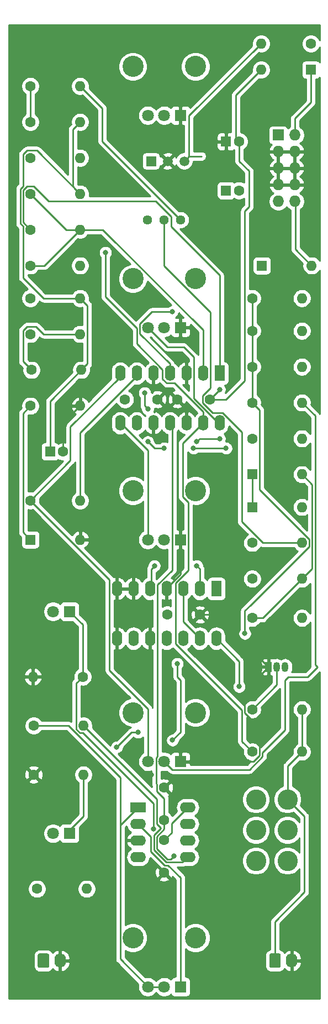
<source format=gbr>
%TF.GenerationSoftware,KiCad,Pcbnew,(5.1.12-1-10_14)*%
%TF.CreationDate,2021-12-12T18:07:50+01:00*%
%TF.ProjectId,sub_destroyer,7375625f-6465-4737-9472-6f7965722e6b,rev?*%
%TF.SameCoordinates,Original*%
%TF.FileFunction,Copper,L1,Top*%
%TF.FilePolarity,Positive*%
%FSLAX46Y46*%
G04 Gerber Fmt 4.6, Leading zero omitted, Abs format (unit mm)*
G04 Created by KiCad (PCBNEW (5.1.12-1-10_14)) date 2021-12-12 18:07:50*
%MOMM*%
%LPD*%
G01*
G04 APERTURE LIST*
%TA.AperFunction,ComponentPad*%
%ADD10R,1.800000X1.800000*%
%TD*%
%TA.AperFunction,ComponentPad*%
%ADD11C,1.800000*%
%TD*%
%TA.AperFunction,ComponentPad*%
%ADD12R,1.600000X1.600000*%
%TD*%
%TA.AperFunction,ComponentPad*%
%ADD13O,1.600000X1.600000*%
%TD*%
%TA.AperFunction,ComponentPad*%
%ADD14C,1.600000*%
%TD*%
%TA.AperFunction,ComponentPad*%
%ADD15R,1.600000X2.400000*%
%TD*%
%TA.AperFunction,ComponentPad*%
%ADD16O,1.600000X2.400000*%
%TD*%
%TA.AperFunction,ComponentPad*%
%ADD17R,2.400000X1.600000*%
%TD*%
%TA.AperFunction,ComponentPad*%
%ADD18O,2.400000X1.600000*%
%TD*%
%TA.AperFunction,ComponentPad*%
%ADD19O,1.050000X1.500000*%
%TD*%
%TA.AperFunction,ComponentPad*%
%ADD20R,1.050000X1.500000*%
%TD*%
%TA.AperFunction,ComponentPad*%
%ADD21C,1.440000*%
%TD*%
%TA.AperFunction,ComponentPad*%
%ADD22C,3.240000*%
%TD*%
%TA.AperFunction,ComponentPad*%
%ADD23C,3.100000*%
%TD*%
%TA.AperFunction,ComponentPad*%
%ADD24C,1.500000*%
%TD*%
%TA.AperFunction,ComponentPad*%
%ADD25R,1.500000X1.500000*%
%TD*%
%TA.AperFunction,ComponentPad*%
%ADD26O,1.740000X2.200000*%
%TD*%
%TA.AperFunction,ComponentPad*%
%ADD27R,1.727200X1.727200*%
%TD*%
%TA.AperFunction,ComponentPad*%
%ADD28O,1.727200X1.727200*%
%TD*%
%TA.AperFunction,ViaPad*%
%ADD29C,0.800000*%
%TD*%
%TA.AperFunction,Conductor*%
%ADD30C,0.250000*%
%TD*%
%TA.AperFunction,Conductor*%
%ADD31C,0.254000*%
%TD*%
%TA.AperFunction,Conductor*%
%ADD32C,0.100000*%
%TD*%
G04 APERTURE END LIST*
D10*
%TO.P,D6,1*%
%TO.N,Net-(D6-Pad1)*%
X165500000Y-111500000D03*
D11*
%TO.P,D6,2*%
%TO.N,Net-(D6-Pad2)*%
X162960000Y-111500000D03*
%TD*%
D12*
%TO.P,D3,1*%
%TO.N,Net-(D2-Pad1)*%
X193500000Y-90500000D03*
D13*
%TO.P,D3,2*%
%TO.N,Net-(D3-Pad2)*%
X201120000Y-90500000D03*
%TD*%
D12*
%TO.P,D1,1*%
%TO.N,Net-(D1-Pad1)*%
X159500000Y-100500000D03*
D13*
%TO.P,D1,2*%
%TO.N,GND*%
X167120000Y-100500000D03*
%TD*%
D14*
%TO.P,R1,1*%
%TO.N,Net-(D1-Pad1)*%
X193500000Y-126500000D03*
D13*
%TO.P,R1,2*%
%TO.N,Net-(J1-Pad1)*%
X201120000Y-126500000D03*
%TD*%
%TO.P,R2,2*%
%TO.N,GND*%
X167120000Y-80000000D03*
D14*
%TO.P,R2,1*%
%TO.N,Net-(D1-Pad1)*%
X159500000Y-80000000D03*
%TD*%
D13*
%TO.P,R3,2*%
%TO.N,Net-(C1-Pad1)*%
X168120000Y-154000000D03*
D14*
%TO.P,R3,1*%
%TO.N,Net-(Q1-Pad3)*%
X160500000Y-154000000D03*
%TD*%
%TO.P,R4,1*%
%TO.N,Net-(D2-Pad2)*%
X193500000Y-101000000D03*
D13*
%TO.P,R4,2*%
%TO.N,Net-(R4-Pad2)*%
X201120000Y-101000000D03*
%TD*%
D15*
%TO.P,U2,1*%
%TO.N,Net-(R15-Pad1)*%
X188500000Y-75000000D03*
D16*
%TO.P,U2,8*%
%TO.N,Net-(R16-Pad1)*%
X173260000Y-82620000D03*
%TO.P,U2,2*%
%TO.N,Net-(R15-Pad2)*%
X185960000Y-75000000D03*
%TO.P,U2,9*%
%TO.N,Net-(R10-Pad1)*%
X175800000Y-82620000D03*
%TO.P,U2,3*%
%TO.N,GND*%
X183420000Y-75000000D03*
%TO.P,U2,10*%
X178340000Y-82620000D03*
%TO.P,U2,4*%
%TO.N,Net-(C1-Pad1)*%
X180880000Y-75000000D03*
%TO.P,U2,11*%
%TO.N,Net-(C2-Pad2)*%
X180880000Y-82620000D03*
%TO.P,U2,5*%
%TO.N,GND*%
X178340000Y-75000000D03*
%TO.P,U2,12*%
X183420000Y-82620000D03*
%TO.P,U2,6*%
%TO.N,Net-(R18-Pad2)*%
X175800000Y-75000000D03*
%TO.P,U2,13*%
%TO.N,Net-(R12-Pad1)*%
X185960000Y-82620000D03*
%TO.P,U2,7*%
%TO.N,Net-(R18-Pad1)*%
X173260000Y-75000000D03*
%TO.P,U2,14*%
%TO.N,Net-(R17-Pad1)*%
X188500000Y-82620000D03*
%TD*%
D17*
%TO.P,U4,1*%
%TO.N,Net-(R20-Pad1)*%
X176000000Y-141500000D03*
D18*
%TO.P,U4,5*%
%TO.N,Net-(R20-Pad2)*%
X183620000Y-149120000D03*
%TO.P,U4,2*%
%TO.N,Net-(R23-Pad1)*%
X176000000Y-144040000D03*
%TO.P,U4,6*%
%TO.N,Net-(D6-Pad1)*%
X183620000Y-146580000D03*
%TO.P,U4,3*%
%TO.N,GND*%
X176000000Y-146580000D03*
%TO.P,U4,7*%
%TO.N,Net-(D6-Pad2)*%
X183620000Y-144040000D03*
%TO.P,U4,4*%
%TO.N,Net-(C2-Pad2)*%
X176000000Y-149120000D03*
%TO.P,U4,8*%
%TO.N,Net-(C1-Pad1)*%
X183620000Y-141500000D03*
%TD*%
D19*
%TO.P,Q1,2*%
%TO.N,Net-(D1-Pad1)*%
X197270000Y-120000000D03*
%TO.P,Q1,3*%
%TO.N,Net-(Q1-Pad3)*%
X198540000Y-120000000D03*
D20*
%TO.P,Q1,1*%
%TO.N,GND*%
X196000000Y-120000000D03*
%TD*%
D21*
%TO.P,RAMPTRIM1,1*%
%TO.N,Net-(R4-Pad2)*%
X177460000Y-51500000D03*
%TO.P,RAMPTRIM1,2*%
X180000000Y-51500000D03*
%TO.P,RAMPTRIM1,3*%
%TO.N,Net-(R12-Pad2)*%
X182540000Y-51500000D03*
%TD*%
D10*
%TO.P,RV1,1*%
%TO.N,GND*%
X182500000Y-68000000D03*
D11*
%TO.P,RV1,2*%
%TO.N,Net-(R26-Pad2)*%
X180000000Y-68000000D03*
%TO.P,RV1,3*%
%TO.N,Net-(R17-Pad1)*%
X177500000Y-68000000D03*
D22*
%TO.P,RV1,*%
%TO.N,*%
X175200000Y-60500000D03*
X184800000Y-60500000D03*
%TD*%
D10*
%TO.P,RV3,1*%
%TO.N,GND*%
X182500000Y-134500000D03*
D11*
%TO.P,RV3,2*%
%TO.N,Net-(R24-Pad2)*%
X180000000Y-134500000D03*
%TO.P,RV3,3*%
%TO.N,Net-(R18-Pad1)*%
X177500000Y-134500000D03*
D22*
%TO.P,RV3,*%
%TO.N,*%
X175200000Y-127000000D03*
X184800000Y-127000000D03*
%TD*%
%TO.P,RV2,*%
%TO.N,*%
X184800000Y-93000000D03*
X175200000Y-93000000D03*
D11*
%TO.P,RV2,3*%
%TO.N,Net-(R16-Pad1)*%
X177500000Y-100500000D03*
%TO.P,RV2,2*%
%TO.N,Net-(R25-Pad2)*%
X180000000Y-100500000D03*
D10*
%TO.P,RV2,1*%
%TO.N,GND*%
X182500000Y-100500000D03*
%TD*%
D22*
%TO.P,RV4,*%
%TO.N,*%
X184800000Y-28000000D03*
X175200000Y-28000000D03*
D11*
%TO.P,RV4,3*%
%TO.N,Net-(R15-Pad1)*%
X177500000Y-35500000D03*
%TO.P,RV4,2*%
%TO.N,Net-(R23-Pad2)*%
X180000000Y-35500000D03*
D10*
%TO.P,RV4,1*%
%TO.N,GND*%
X182500000Y-35500000D03*
%TD*%
D13*
%TO.P,D5,2*%
%TO.N,Net-(C2-Pad2)*%
X194880000Y-28500000D03*
D12*
%TO.P,D5,1*%
%TO.N,Net-(D5-Pad1)*%
X202500000Y-28500000D03*
%TD*%
D16*
%TO.P,U1,14*%
%TO.N,Net-(C1-Pad1)*%
X188000000Y-115620000D03*
%TO.P,U1,7*%
%TO.N,GND*%
X172760000Y-108000000D03*
%TO.P,U1,13*%
%TO.N,Net-(R4-Pad2)*%
X185460000Y-115620000D03*
%TO.P,U1,6*%
%TO.N,GND*%
X175300000Y-108000000D03*
%TO.P,U1,12*%
%TO.N,Net-(U1-Pad12)*%
X182920000Y-115620000D03*
%TO.P,U1,5*%
%TO.N,Net-(U1-Pad2)*%
X177840000Y-108000000D03*
%TO.P,U1,11*%
%TO.N,Net-(Q1-Pad3)*%
X180380000Y-115620000D03*
%TO.P,U1,4*%
%TO.N,GND*%
X180380000Y-108000000D03*
%TO.P,U1,10*%
X177840000Y-115620000D03*
%TO.P,U1,3*%
%TO.N,Net-(R4-Pad2)*%
X182920000Y-108000000D03*
%TO.P,U1,9*%
%TO.N,Net-(U1-Pad12)*%
X175300000Y-115620000D03*
%TO.P,U1,2*%
%TO.N,Net-(U1-Pad2)*%
X185460000Y-108000000D03*
%TO.P,U1,8*%
%TO.N,GND*%
X172760000Y-115620000D03*
D15*
%TO.P,U1,1*%
%TO.N,Net-(R5-Pad2)*%
X188000000Y-108000000D03*
%TD*%
D23*
%TO.P,SW1,2*%
%TO.N,Net-(C1-Pad1)*%
X194085000Y-145000000D03*
%TO.P,SW1,3*%
%TO.N,Net-(SW1-Pad3)*%
X194085000Y-140300000D03*
%TO.P,SW1,1*%
%TO.N,Net-(D7-Pad2)*%
X194085000Y-149700000D03*
%TO.P,SW1,6*%
%TO.N,Net-(J1-Pad1)*%
X198915000Y-140300000D03*
%TO.P,SW1,5*%
%TO.N,Net-(J3-Pad1)*%
X198915000Y-145000000D03*
%TO.P,SW1,4*%
%TO.N,Net-(R20-Pad2)*%
X198915000Y-149700000D03*
%TD*%
D24*
%TO.P,U3,2*%
%TO.N,GND*%
X180540000Y-42500000D03*
%TO.P,U3,3*%
%TO.N,Net-(CP1-Pad1)*%
X183080000Y-42500000D03*
D25*
%TO.P,U3,1*%
%TO.N,N/C*%
X178000000Y-42500000D03*
%TD*%
D12*
%TO.P,D4,1*%
%TO.N,Net-(C1-Pad1)*%
X195000000Y-58500000D03*
D13*
%TO.P,D4,2*%
%TO.N,Net-(D4-Pad2)*%
X202620000Y-58500000D03*
%TD*%
D10*
%TO.P,RV5,1*%
%TO.N,Net-(R23-Pad1)*%
X182500000Y-169000000D03*
D11*
%TO.P,RV5,2*%
%TO.N,Net-(R20-Pad1)*%
X180000000Y-169000000D03*
%TO.P,RV5,3*%
X177500000Y-169000000D03*
D22*
%TO.P,RV5,*%
%TO.N,*%
X175200000Y-161500000D03*
X184800000Y-161500000D03*
%TD*%
D14*
%TO.P,C1,2*%
%TO.N,GND*%
X191500000Y-47000000D03*
D12*
%TO.P,C1,1*%
%TO.N,Net-(C1-Pad1)*%
X189500000Y-47000000D03*
%TD*%
%TO.P,CP1,1*%
%TO.N,Net-(CP1-Pad1)*%
X162500000Y-87000000D03*
D14*
%TO.P,CP1,2*%
%TO.N,GND*%
X164500000Y-87000000D03*
%TD*%
D12*
%TO.P,C2,1*%
%TO.N,GND*%
X189500000Y-39500000D03*
D14*
%TO.P,C2,2*%
%TO.N,Net-(C2-Pad2)*%
X191500000Y-39500000D03*
%TD*%
D13*
%TO.P,R5,2*%
%TO.N,Net-(R5-Pad2)*%
X201120000Y-112500000D03*
D14*
%TO.P,R5,1*%
%TO.N,Net-(D3-Pad2)*%
X193500000Y-112500000D03*
%TD*%
%TO.P,R6,1*%
%TO.N,Net-(R15-Pad2)*%
X159500000Y-58500000D03*
D13*
%TO.P,R6,2*%
%TO.N,Net-(D2-Pad2)*%
X167120000Y-58500000D03*
%TD*%
%TO.P,R7,2*%
%TO.N,Net-(CP1-Pad1)*%
X167120000Y-47500000D03*
D14*
%TO.P,R7,1*%
%TO.N,Net-(R15-Pad2)*%
X159500000Y-47500000D03*
%TD*%
%TO.P,R8,1*%
%TO.N,Net-(R18-Pad2)*%
X193500000Y-85000000D03*
D13*
%TO.P,R8,2*%
%TO.N,Net-(D2-Pad1)*%
X201120000Y-85000000D03*
%TD*%
%TO.P,R9,2*%
%TO.N,Net-(CP1-Pad1)*%
X167120000Y-63500000D03*
D14*
%TO.P,R9,1*%
%TO.N,Net-(R18-Pad2)*%
X159500000Y-63500000D03*
%TD*%
D13*
%TO.P,R10,2*%
%TO.N,Net-(D3-Pad2)*%
X201120000Y-106500000D03*
D14*
%TO.P,R10,1*%
%TO.N,Net-(R10-Pad1)*%
X193500000Y-106500000D03*
%TD*%
%TO.P,R11,1*%
%TO.N,Net-(R10-Pad1)*%
X159675001Y-74500000D03*
D13*
%TO.P,R11,2*%
%TO.N,Net-(CP1-Pad1)*%
X167295001Y-74500000D03*
%TD*%
%TO.P,R12,2*%
%TO.N,Net-(R12-Pad2)*%
X167120000Y-31000000D03*
D14*
%TO.P,R12,1*%
%TO.N,Net-(R12-Pad1)*%
X159500000Y-31000000D03*
%TD*%
%TO.P,R13,1*%
%TO.N,Net-(R12-Pad1)*%
X193500000Y-133000000D03*
D13*
%TO.P,R13,2*%
%TO.N,Net-(J1-Pad1)*%
X201120000Y-133000000D03*
%TD*%
D14*
%TO.P,R14,1*%
%TO.N,Net-(R12-Pad1)*%
X159500000Y-36500000D03*
D13*
%TO.P,R14,2*%
%TO.N,Net-(CP1-Pad1)*%
X167120000Y-36500000D03*
%TD*%
%TO.P,R15,2*%
%TO.N,Net-(R15-Pad2)*%
X167120000Y-53000000D03*
D14*
%TO.P,R15,1*%
%TO.N,Net-(R15-Pad1)*%
X159500000Y-53000000D03*
%TD*%
D13*
%TO.P,R16,2*%
%TO.N,Net-(R10-Pad1)*%
X167120000Y-69000000D03*
D14*
%TO.P,R16,1*%
%TO.N,Net-(R16-Pad1)*%
X159500000Y-69000000D03*
%TD*%
%TO.P,R17,1*%
%TO.N,Net-(R17-Pad1)*%
X159500000Y-42000000D03*
D13*
%TO.P,R17,2*%
%TO.N,Net-(R12-Pad1)*%
X167120000Y-42000000D03*
%TD*%
D14*
%TO.P,R18,1*%
%TO.N,Net-(R18-Pad1)*%
X159500000Y-94500000D03*
D13*
%TO.P,R18,2*%
%TO.N,Net-(R18-Pad2)*%
X167120000Y-94500000D03*
%TD*%
%TO.P,R19,2*%
%TO.N,Net-(CP1-Pad1)*%
X194880000Y-24500000D03*
D14*
%TO.P,R19,1*%
%TO.N,Net-(C2-Pad2)*%
X202500000Y-24500000D03*
%TD*%
D13*
%TO.P,R20,2*%
%TO.N,Net-(R20-Pad2)*%
X167620000Y-129000000D03*
D14*
%TO.P,R20,1*%
%TO.N,Net-(R20-Pad1)*%
X160000000Y-129000000D03*
%TD*%
%TO.P,R21,1*%
%TO.N,Net-(D6-Pad1)*%
X167500000Y-121500000D03*
D13*
%TO.P,R21,2*%
%TO.N,GND*%
X159880000Y-121500000D03*
%TD*%
D14*
%TO.P,R22,1*%
%TO.N,GND*%
X160000000Y-136500000D03*
D13*
%TO.P,R22,2*%
%TO.N,Net-(D7-Pad1)*%
X167620000Y-136500000D03*
%TD*%
%TO.P,R23,2*%
%TO.N,Net-(R23-Pad2)*%
X201120000Y-63500000D03*
D14*
%TO.P,R23,1*%
%TO.N,Net-(R23-Pad1)*%
X193500000Y-63500000D03*
%TD*%
%TO.P,R24,1*%
%TO.N,Net-(R23-Pad1)*%
X193500000Y-79500000D03*
D13*
%TO.P,R24,2*%
%TO.N,Net-(R24-Pad2)*%
X201120000Y-79500000D03*
%TD*%
%TO.P,R25,2*%
%TO.N,Net-(R25-Pad2)*%
X201120000Y-74000000D03*
D14*
%TO.P,R25,1*%
%TO.N,Net-(R23-Pad1)*%
X193500000Y-74000000D03*
%TD*%
%TO.P,R26,1*%
%TO.N,Net-(R23-Pad1)*%
X193500000Y-68500000D03*
D13*
%TO.P,R26,2*%
%TO.N,Net-(R26-Pad2)*%
X201120000Y-68500000D03*
%TD*%
D14*
%TO.P,C3,1*%
%TO.N,GND*%
X180000000Y-151500000D03*
%TO.P,C3,2*%
%TO.N,Net-(C1-Pad1)*%
X180000000Y-146500000D03*
%TD*%
%TO.P,C4,2*%
%TO.N,GND*%
X182000000Y-79000000D03*
%TO.P,C4,1*%
%TO.N,Net-(C2-Pad2)*%
X187000000Y-79000000D03*
%TD*%
%TO.P,C5,1*%
%TO.N,GND*%
X185500000Y-112000000D03*
%TO.P,C5,2*%
%TO.N,Net-(C1-Pad1)*%
X180500000Y-112000000D03*
%TD*%
%TO.P,C6,1*%
%TO.N,Net-(C2-Pad2)*%
X180000000Y-143500000D03*
%TO.P,C6,2*%
%TO.N,GND*%
X180000000Y-138500000D03*
%TD*%
%TO.P,C7,2*%
%TO.N,Net-(C1-Pad1)*%
X174000000Y-79000000D03*
%TO.P,C7,1*%
%TO.N,GND*%
X179000000Y-79000000D03*
%TD*%
%TO.P,Output,1*%
%TO.N,Net-(J3-Pad1)*%
%TA.AperFunction,ComponentPad*%
G36*
G01*
X160630000Y-165850001D02*
X160630000Y-164149999D01*
G75*
G02*
X160879999Y-163900000I249999J0D01*
G01*
X162120001Y-163900000D01*
G75*
G02*
X162370000Y-164149999I0J-249999D01*
G01*
X162370000Y-165850001D01*
G75*
G02*
X162120001Y-166100000I-249999J0D01*
G01*
X160879999Y-166100000D01*
G75*
G02*
X160630000Y-165850001I0J249999D01*
G01*
G37*
%TD.AperFunction*%
D26*
%TO.P,Output,2*%
%TO.N,GND*%
X164040000Y-165000000D03*
%TD*%
D27*
%TO.P,J2,1*%
%TO.N,Net-(D5-Pad1)*%
X197500000Y-38500000D03*
D28*
%TO.P,J2,2*%
X200040000Y-38500000D03*
%TO.P,J2,3*%
%TO.N,GND*%
X197500000Y-41040000D03*
%TO.P,J2,4*%
X200040000Y-41040000D03*
%TO.P,J2,5*%
X197500000Y-43580000D03*
%TO.P,J2,6*%
X200040000Y-43580000D03*
%TO.P,J2,7*%
X197500000Y-46120000D03*
%TO.P,J2,8*%
X200040000Y-46120000D03*
%TO.P,J2,9*%
%TO.N,Net-(D4-Pad2)*%
X197500000Y-48660000D03*
%TO.P,J2,10*%
X200040000Y-48660000D03*
%TD*%
D13*
%TO.P,D2,2*%
%TO.N,Net-(D2-Pad2)*%
X201120000Y-95500000D03*
D12*
%TO.P,D2,1*%
%TO.N,Net-(D2-Pad1)*%
X193500000Y-95500000D03*
%TD*%
D11*
%TO.P,D7,2*%
%TO.N,Net-(D7-Pad2)*%
X162960000Y-145500000D03*
D10*
%TO.P,D7,1*%
%TO.N,Net-(D7-Pad1)*%
X165500000Y-145500000D03*
%TD*%
D26*
%TO.P,Input,2*%
%TO.N,GND*%
X199540000Y-165000000D03*
%TO.P,Input,1*%
%TO.N,Net-(J1-Pad1)*%
%TA.AperFunction,ComponentPad*%
G36*
G01*
X196130000Y-165850001D02*
X196130000Y-164149999D01*
G75*
G02*
X196379999Y-163900000I249999J0D01*
G01*
X197620001Y-163900000D01*
G75*
G02*
X197870000Y-164149999I0J-249999D01*
G01*
X197870000Y-165850001D01*
G75*
G02*
X197620001Y-166100000I-249999J0D01*
G01*
X196379999Y-166100000D01*
G75*
G02*
X196130000Y-165850001I0J249999D01*
G01*
G37*
%TD.AperFunction*%
%TD*%
D29*
%TO.N,GND*%
X174500000Y-133000000D03*
X178000000Y-136500000D03*
X185000000Y-154000000D03*
X187500000Y-145000000D03*
%TO.N,Net-(C1-Pad1)*%
X181225001Y-65599978D03*
X191500000Y-123000000D03*
%TO.N,Net-(C2-Pad2)*%
X181500000Y-149000000D03*
X188500000Y-77500000D03*
X185000000Y-85500000D03*
X188500000Y-85000000D03*
%TO.N,Net-(D2-Pad2)*%
X177500000Y-80500000D03*
X177000000Y-78000000D03*
%TO.N,Net-(D6-Pad1)*%
X178336634Y-144836634D03*
%TO.N,Net-(R18-Pad2)*%
X180000000Y-86500000D03*
X189500000Y-86500000D03*
X184500000Y-86500000D03*
X177500000Y-85500000D03*
%TO.N,Net-(R12-Pad1)*%
X171000000Y-56500000D03*
%TO.N,Net-(R23-Pad1)*%
X172737340Y-132262660D03*
X192374999Y-114874999D03*
X176000000Y-130000000D03*
X182000000Y-119500000D03*
X181274999Y-131225001D03*
%TO.N,Net-(U1-Pad2)*%
X178500000Y-104500000D03*
X185000000Y-104500000D03*
%TD*%
D30*
%TO.N,GND*%
X182500000Y-100500000D02*
X182500000Y-105792585D01*
X174500000Y-133000000D02*
X174500000Y-133000000D01*
X174500000Y-133565685D02*
X174500000Y-133000000D01*
X180380000Y-107912585D02*
X180380000Y-108000000D01*
X164500000Y-82620000D02*
X167120000Y-80000000D01*
X196000000Y-120000000D02*
X188000000Y-112000000D01*
X164500000Y-87000000D02*
X164500000Y-82620000D01*
X178000000Y-136500000D02*
X177434315Y-136500000D01*
X182500000Y-105792585D02*
X180380000Y-107912585D01*
X188000000Y-112000000D02*
X185500000Y-112000000D01*
X177434315Y-136500000D02*
X174500000Y-133565685D01*
X176979856Y-81479856D02*
X175500000Y-80000000D01*
X194625001Y-133540001D02*
X194625001Y-129290003D01*
X192374999Y-127040001D02*
X192374999Y-123625001D01*
X182500000Y-134500000D02*
X193665002Y-134500000D01*
X194625001Y-129290003D02*
X192374999Y-127040001D01*
X185000000Y-154000000D02*
X185000000Y-154000000D01*
X193665002Y-134500000D02*
X194625001Y-133540001D01*
X187500000Y-145000000D02*
X187500000Y-151500000D01*
X192374999Y-123625001D02*
X196000000Y-120000000D01*
X187500000Y-151500000D02*
X185000000Y-154000000D01*
%TO.N,Net-(C1-Pad1)*%
X180880000Y-75000000D02*
X181225001Y-74654999D01*
X181125001Y-145374999D02*
X181125001Y-143994999D01*
X181225001Y-65725001D02*
X181225001Y-65725001D01*
X180000000Y-146500000D02*
X181125001Y-145374999D01*
X176274999Y-68944999D02*
X176274999Y-67411999D01*
X178087020Y-65599978D02*
X181225001Y-65599978D01*
X191500000Y-123000000D02*
X191500000Y-119120000D01*
X180880000Y-75000000D02*
X180880000Y-73550000D01*
X181125001Y-143994999D02*
X183620000Y-141500000D01*
X180880000Y-73550000D02*
X176274999Y-68944999D01*
X191500000Y-119120000D02*
X188000000Y-115620000D01*
X176274999Y-67411999D02*
X178087020Y-65599978D01*
%TO.N,Net-(C2-Pad2)*%
X181025023Y-149474977D02*
X181500000Y-149000000D01*
X181500000Y-149000000D02*
X181500000Y-149000000D01*
X193000000Y-44000000D02*
X191500000Y-42500000D01*
X192374999Y-50125001D02*
X193000000Y-49500000D01*
X187000000Y-79000000D02*
X189500000Y-79000000D01*
X191000000Y-39000000D02*
X191500000Y-39500000D01*
X193000000Y-49500000D02*
X193000000Y-44000000D01*
X194880000Y-28500000D02*
X191000000Y-32380000D01*
X192374999Y-76125001D02*
X192374999Y-50125001D01*
X191000000Y-32380000D02*
X191000000Y-39000000D01*
X189500000Y-79000000D02*
X192374999Y-76125001D01*
X191500000Y-42500000D02*
X191500000Y-39500000D01*
X180000000Y-140165002D02*
X180000000Y-143500000D01*
X178774999Y-137853586D02*
X178874999Y-137953586D01*
X178774999Y-133911999D02*
X178774999Y-137853586D01*
X178874999Y-145959999D02*
X178874999Y-147875000D01*
X185000000Y-85500000D02*
X185000000Y-85500000D01*
X180000000Y-143500000D02*
X180000000Y-144834998D01*
X180880000Y-82620000D02*
X181225001Y-82965001D01*
X180000000Y-144834998D02*
X178874999Y-145959999D01*
X181225001Y-105163995D02*
X179000000Y-107388996D01*
X185500000Y-85000000D02*
X185000000Y-85500000D01*
X188500000Y-85000000D02*
X185500000Y-85000000D01*
X187000000Y-79000000D02*
X188500000Y-77500000D01*
X178874999Y-137953586D02*
X178874999Y-139040001D01*
X181225001Y-82965001D02*
X181225001Y-105163995D01*
X188500000Y-77500000D02*
X188500000Y-77500000D01*
X178874999Y-147875000D02*
X180474976Y-149474977D01*
X180474976Y-149474977D02*
X181025023Y-149474977D01*
X178874999Y-139040001D02*
X180000000Y-140165002D01*
X179000000Y-107388996D02*
X179000000Y-133686998D01*
X179000000Y-133686998D02*
X178774999Y-133911999D01*
%TO.N,Net-(D1-Pad1)*%
X193500000Y-126500000D02*
X197270000Y-122730000D01*
X159500000Y-100500000D02*
X158374999Y-99374999D01*
X158374999Y-81125001D02*
X159500000Y-80000000D01*
X197270000Y-122730000D02*
X197270000Y-120000000D01*
X158374999Y-99374999D02*
X158374999Y-81125001D01*
%TO.N,Net-(D2-Pad2)*%
X177000000Y-80000000D02*
X177500000Y-80500000D01*
X177000000Y-78000000D02*
X177000000Y-80000000D01*
%TO.N,Net-(D2-Pad1)*%
X193500000Y-95500000D02*
X193500000Y-90500000D01*
%TO.N,Net-(D3-Pad2)*%
X195120000Y-112500000D02*
X201120000Y-106500000D01*
X193500000Y-112500000D02*
X195120000Y-112500000D01*
X201120000Y-106500000D02*
X202695012Y-104924988D01*
X202695012Y-92075012D02*
X201120000Y-90500000D01*
X202695012Y-104924988D02*
X202695012Y-92075012D01*
%TO.N,Net-(D6-Pad1)*%
X178336634Y-140961635D02*
X178336634Y-144836634D01*
X167500000Y-121500000D02*
X167500000Y-113500000D01*
X167500000Y-121500000D02*
X166494999Y-122505001D01*
X178500000Y-145000000D02*
X178500000Y-145000000D01*
X167500000Y-130125001D02*
X178336634Y-140961635D01*
X166494999Y-122505001D02*
X166494999Y-129540001D01*
X166494999Y-129540001D02*
X167079999Y-130125001D01*
X167500000Y-113500000D02*
X165500000Y-111500000D01*
X167079999Y-130125001D02*
X167500000Y-130125001D01*
%TO.N,Net-(D7-Pad1)*%
X167620000Y-142880000D02*
X167620000Y-136500000D01*
X165500000Y-145000000D02*
X167620000Y-142880000D01*
X165500000Y-145500000D02*
X165500000Y-145000000D01*
%TO.N,Net-(J1-Pad1)*%
X201500000Y-154500000D02*
X201500000Y-142885000D01*
X201120000Y-126500000D02*
X201120000Y-133000000D01*
X201500000Y-142885000D02*
X198915000Y-140300000D01*
X198915000Y-135205000D02*
X201120000Y-133000000D01*
X198915000Y-140300000D02*
X198915000Y-135205000D01*
X197000000Y-159000000D02*
X201500000Y-154500000D01*
X197000000Y-165000000D02*
X197000000Y-159000000D01*
%TO.N,Net-(D5-Pad1)*%
X202500000Y-33500000D02*
X202500000Y-28500000D01*
X200040000Y-38500000D02*
X200040000Y-35960000D01*
X200040000Y-35960000D02*
X202500000Y-33500000D01*
%TO.N,Net-(D4-Pad2)*%
X200120000Y-56000000D02*
X200120000Y-48740000D01*
X202620000Y-58500000D02*
X200120000Y-56000000D01*
X200120000Y-48740000D02*
X200040000Y-48660000D01*
%TO.N,Net-(R4-Pad2)*%
X185874999Y-78459999D02*
X185874999Y-79540001D01*
X195165001Y-101000000D02*
X201120000Y-101000000D01*
X191924988Y-84053984D02*
X191924988Y-97759987D01*
X180000000Y-58578602D02*
X187085010Y-65663612D01*
X187085010Y-65663612D02*
X187085010Y-77249988D01*
X182920000Y-108000000D02*
X182920000Y-113080000D01*
X191924988Y-97759987D02*
X195165001Y-101000000D01*
X187429988Y-81094990D02*
X188965994Y-81094990D01*
X185874999Y-79540001D02*
X187429988Y-81094990D01*
X180000000Y-51500000D02*
X180000000Y-58578602D01*
X188965994Y-81094990D02*
X191924988Y-84053984D01*
X182920000Y-113080000D02*
X185460000Y-115620000D01*
X187085010Y-77249988D02*
X185874999Y-78459999D01*
%TO.N,Net-(R15-Pad2)*%
X170578602Y-53000000D02*
X185960000Y-68381398D01*
X167120000Y-53000000D02*
X165000000Y-53000000D01*
X165000000Y-53000000D02*
X159500000Y-47500000D01*
X159500000Y-58500000D02*
X161620000Y-58500000D01*
X167120000Y-53000000D02*
X170578602Y-53000000D01*
X161620000Y-58500000D02*
X167120000Y-53000000D01*
X185960000Y-68381398D02*
X185960000Y-75000000D01*
%TO.N,Net-(CP1-Pad1)*%
X167295001Y-74500000D02*
X168245001Y-73550000D01*
X158374999Y-52511409D02*
X157924988Y-52061399D01*
X167120000Y-36500000D02*
X165994999Y-37625001D01*
X183829999Y-41750001D02*
X183829999Y-35550001D01*
X158374999Y-41459999D02*
X158959999Y-40874999D01*
X158374999Y-60374999D02*
X158374999Y-52511409D01*
X162500000Y-87000000D02*
X162500000Y-79295001D01*
X158959999Y-40874999D02*
X160494999Y-40874999D01*
X183829999Y-41750001D02*
X183080000Y-42500000D01*
X168245001Y-64625001D02*
X167120000Y-63500000D01*
X158374999Y-46323589D02*
X158374999Y-41459999D01*
X185749999Y-41750001D02*
X183829999Y-41750001D01*
X157924988Y-46773599D02*
X158374999Y-46323589D01*
X165994999Y-37625001D02*
X165994999Y-46374999D01*
X161500000Y-63500000D02*
X158374999Y-60374999D01*
X185749999Y-41750001D02*
X185750001Y-41750001D01*
X160494999Y-40874999D02*
X167120000Y-47500000D01*
X183829999Y-35550001D02*
X194880000Y-24500000D01*
X162500000Y-79295001D02*
X167295001Y-74500000D01*
X165994999Y-46374999D02*
X167120000Y-47500000D01*
X167120000Y-63500000D02*
X161500000Y-63500000D01*
X157924988Y-52061399D02*
X157924988Y-46773599D01*
X168245001Y-73550000D02*
X168245001Y-64625001D01*
%TO.N,Net-(R18-Pad2)*%
X167120000Y-93368630D02*
X167120000Y-94500000D01*
X180000000Y-86500000D02*
X178500000Y-86500000D01*
X175800000Y-75000000D02*
X175800000Y-75400000D01*
X175800000Y-75400000D02*
X167120000Y-84080000D01*
X177500000Y-85500000D02*
X177500000Y-85500000D01*
X167120000Y-84080000D02*
X167120000Y-93368630D01*
X189500000Y-86500000D02*
X184500000Y-86500000D01*
X178500000Y-86500000D02*
X177500000Y-85500000D01*
X184500000Y-86500000D02*
X184500000Y-86500000D01*
%TO.N,Net-(R10-Pad1)*%
X160374999Y-67874999D02*
X161500000Y-69000000D01*
X161500000Y-69000000D02*
X167120000Y-69000000D01*
X158374999Y-68459999D02*
X158959999Y-67874999D01*
X158374999Y-73199998D02*
X158374999Y-68459999D01*
X159675001Y-74500000D02*
X158374999Y-73199998D01*
X158959999Y-67874999D02*
X160374999Y-67874999D01*
%TO.N,Net-(R12-Pad1)*%
X179754990Y-75865994D02*
X179754990Y-74423985D01*
X191924988Y-126615992D02*
X181794990Y-116485994D01*
X185960000Y-80897824D02*
X181587186Y-76525010D01*
X181587186Y-76525010D02*
X180414006Y-76525010D01*
X180414006Y-76525010D02*
X179754990Y-75865994D01*
X182854999Y-85725001D02*
X185960000Y-82620000D01*
X185960000Y-82620000D02*
X185960000Y-80897824D01*
X181794990Y-107134005D02*
X183725001Y-105203994D01*
X179754990Y-74423985D02*
X175824988Y-70493984D01*
X171000000Y-63313002D02*
X171000000Y-57065685D01*
X171000000Y-57065685D02*
X171000000Y-56500000D01*
X175824988Y-70493984D02*
X175824988Y-68137990D01*
X175824988Y-68137990D02*
X171000000Y-63313002D01*
X181794990Y-116485994D02*
X181794990Y-107134005D01*
X191924988Y-131424988D02*
X191924988Y-126615992D01*
X182854999Y-93933601D02*
X182854999Y-85725001D01*
X183725001Y-94803603D02*
X182854999Y-93933601D01*
X159500000Y-36500000D02*
X159500000Y-31000000D01*
X193500000Y-133000000D02*
X191924988Y-131424988D01*
X183725001Y-105203994D02*
X183725001Y-94803603D01*
%TO.N,Net-(R12-Pad2)*%
X182540000Y-51500000D02*
X170500000Y-39460000D01*
X170500000Y-39460000D02*
X170500000Y-34380000D01*
X170500000Y-34380000D02*
X167120000Y-31000000D01*
%TO.N,Net-(R15-Pad1)*%
X181045001Y-50998399D02*
X178671603Y-48625001D01*
X181045001Y-52545001D02*
X181045001Y-50998399D01*
X178671603Y-48625001D02*
X162290003Y-48625001D01*
X188500000Y-75000000D02*
X188500000Y-60000000D01*
X162290003Y-48625001D02*
X160040001Y-46374999D01*
X188500000Y-60000000D02*
X181045001Y-52545001D01*
X158374999Y-46959999D02*
X158374999Y-51874999D01*
X158374999Y-51874999D02*
X159500000Y-53000000D01*
X160040001Y-46374999D02*
X158959999Y-46374999D01*
X158959999Y-46374999D02*
X158374999Y-46959999D01*
%TO.N,Net-(R16-Pad1)*%
X177500000Y-86860000D02*
X173260000Y-82620000D01*
X177500000Y-100500000D02*
X177500000Y-86860000D01*
%TO.N,Net-(R17-Pad1)*%
X188500000Y-82620000D02*
X188318586Y-82620000D01*
X180500000Y-71000000D02*
X177500000Y-68000000D01*
X184545010Y-78846424D02*
X184545010Y-72545010D01*
X183000000Y-71000000D02*
X180500000Y-71000000D01*
X188318587Y-82620000D02*
X188500000Y-82620000D01*
X188318586Y-82620000D02*
X184545010Y-78846424D01*
X184545010Y-72545010D02*
X183000000Y-71000000D01*
%TO.N,Net-(R18-Pad1)*%
X159500000Y-94500000D02*
X165625001Y-88374999D01*
X171634990Y-120556388D02*
X177500000Y-126421398D01*
X159500000Y-94500000D02*
X171634990Y-106634990D01*
X173260000Y-75525002D02*
X173260000Y-75000000D01*
X165625001Y-83160001D02*
X173260000Y-75525002D01*
X177500000Y-126421398D02*
X177500000Y-134500000D01*
X171634990Y-106634990D02*
X171634990Y-120556388D01*
X165625001Y-88374999D02*
X165625001Y-83160001D01*
%TO.N,Net-(R20-Pad1)*%
X165318587Y-129000000D02*
X161131370Y-129000000D01*
X176000000Y-141500000D02*
X173254999Y-144245001D01*
X173254999Y-144245001D02*
X173254999Y-136936412D01*
X180000000Y-169000000D02*
X177500000Y-169000000D01*
X173254999Y-136936412D02*
X165318587Y-129000000D01*
X161131370Y-129000000D02*
X160000000Y-129000000D01*
X173254999Y-144245001D02*
X173254999Y-164754999D01*
X173254999Y-164754999D02*
X177500000Y-169000000D01*
%TO.N,Net-(R20-Pad2)*%
X178424988Y-145773599D02*
X178424988Y-148061399D01*
X180288576Y-149924988D02*
X182815012Y-149924988D01*
X178424988Y-148061399D02*
X180288576Y-149924988D01*
X178874999Y-140254999D02*
X178874999Y-144040001D01*
X178874999Y-144040001D02*
X179450011Y-144615013D01*
X182815012Y-149924988D02*
X183620000Y-149120000D01*
X167620000Y-129000000D02*
X178874999Y-140254999D01*
X179450011Y-144615013D02*
X179450011Y-144748577D01*
X179450011Y-144748577D02*
X178424988Y-145773599D01*
%TO.N,Net-(R23-Pad1)*%
X194625001Y-92839999D02*
X202245001Y-100459999D01*
X202245001Y-101540001D02*
X193285002Y-110500000D01*
X181274999Y-131225001D02*
X181274999Y-131225001D01*
X180602177Y-150374999D02*
X180102176Y-150374999D01*
X175000000Y-130000000D02*
X172737340Y-132262660D01*
X194625001Y-80625001D02*
X194625001Y-92839999D01*
X182000000Y-121500000D02*
X182000000Y-119500000D01*
X193500000Y-79500000D02*
X194625001Y-80625001D01*
X202245001Y-100459999D02*
X202245001Y-101540001D01*
X173000000Y-132000000D02*
X173000000Y-132000000D01*
X182500000Y-169000000D02*
X182500000Y-152272822D01*
X193285002Y-110500000D02*
X192374999Y-111410003D01*
X180102176Y-150374999D02*
X177974977Y-148247799D01*
X193500000Y-79500000D02*
X193500000Y-63500000D01*
X177974977Y-148247799D02*
X177974977Y-146014977D01*
X182500000Y-122000000D02*
X182000000Y-121500000D01*
X182500000Y-152272822D02*
X180602177Y-150374999D01*
X192374999Y-111410003D02*
X192374999Y-114874999D01*
X176000000Y-130000000D02*
X175000000Y-130000000D01*
X192374999Y-114874999D02*
X192374999Y-114874999D01*
X177974977Y-146014977D02*
X176000000Y-144040000D01*
X182500000Y-130000000D02*
X182500000Y-122000000D01*
X181274999Y-131225001D02*
X182500000Y-130000000D01*
%TO.N,Net-(R24-Pad2)*%
X180000000Y-134500000D02*
X181225001Y-135725001D01*
X198500000Y-129665002D02*
X198500000Y-122000000D01*
X195075012Y-133089988D02*
X198500000Y-129665002D01*
X193076412Y-135725001D02*
X195075012Y-133726401D01*
X202000000Y-121500000D02*
X203500000Y-120000000D01*
X195075012Y-133726401D02*
X195075012Y-133089988D01*
X199000000Y-121500000D02*
X202000000Y-121500000D01*
X181225001Y-135725001D02*
X193076412Y-135725001D01*
X203145023Y-119645023D02*
X203145023Y-81525023D01*
X203500000Y-120000000D02*
X203145023Y-119645023D01*
X198500000Y-122000000D02*
X199000000Y-121500000D01*
X203145023Y-81525023D02*
X201120000Y-79500000D01*
%TO.N,Net-(U1-Pad2)*%
X178000000Y-105000000D02*
X178000000Y-107840000D01*
X178000000Y-107840000D02*
X177840000Y-108000000D01*
X178500000Y-104500000D02*
X178000000Y-105000000D01*
X185000000Y-104500000D02*
X185000000Y-104500000D01*
X185460000Y-104960000D02*
X185000000Y-104500000D01*
X185460000Y-108000000D02*
X185460000Y-104960000D01*
%TD*%
D31*
%TO.N,GND*%
X203840000Y-23985212D02*
X203771680Y-23820273D01*
X203614637Y-23585241D01*
X203414759Y-23385363D01*
X203179727Y-23228320D01*
X202918574Y-23120147D01*
X202641335Y-23065000D01*
X202358665Y-23065000D01*
X202081426Y-23120147D01*
X201820273Y-23228320D01*
X201585241Y-23385363D01*
X201385363Y-23585241D01*
X201228320Y-23820273D01*
X201120147Y-24081426D01*
X201065000Y-24358665D01*
X201065000Y-24641335D01*
X201120147Y-24918574D01*
X201228320Y-25179727D01*
X201385363Y-25414759D01*
X201585241Y-25614637D01*
X201820273Y-25771680D01*
X202081426Y-25879853D01*
X202358665Y-25935000D01*
X202641335Y-25935000D01*
X202918574Y-25879853D01*
X203179727Y-25771680D01*
X203414759Y-25614637D01*
X203614637Y-25414759D01*
X203771680Y-25179727D01*
X203840000Y-25014788D01*
X203840000Y-27363210D01*
X203830537Y-27345506D01*
X203751185Y-27248815D01*
X203654494Y-27169463D01*
X203544180Y-27110498D01*
X203424482Y-27074188D01*
X203300000Y-27061928D01*
X201700000Y-27061928D01*
X201575518Y-27074188D01*
X201455820Y-27110498D01*
X201345506Y-27169463D01*
X201248815Y-27248815D01*
X201169463Y-27345506D01*
X201110498Y-27455820D01*
X201074188Y-27575518D01*
X201061928Y-27700000D01*
X201061928Y-29300000D01*
X201074188Y-29424482D01*
X201110498Y-29544180D01*
X201169463Y-29654494D01*
X201248815Y-29751185D01*
X201345506Y-29830537D01*
X201455820Y-29889502D01*
X201575518Y-29925812D01*
X201700000Y-29938072D01*
X201740001Y-29938072D01*
X201740000Y-33185198D01*
X199528998Y-35396201D01*
X199500000Y-35419999D01*
X199476202Y-35448997D01*
X199476201Y-35448998D01*
X199405026Y-35535724D01*
X199334454Y-35667754D01*
X199309204Y-35750997D01*
X199296022Y-35794454D01*
X199290998Y-35811015D01*
X199276324Y-35960000D01*
X199280001Y-35997332D01*
X199280001Y-37205465D01*
X199084698Y-37335961D01*
X198970636Y-37450023D01*
X198953102Y-37392220D01*
X198894137Y-37281906D01*
X198814785Y-37185215D01*
X198718094Y-37105863D01*
X198607780Y-37046898D01*
X198488082Y-37010588D01*
X198363600Y-36998328D01*
X196636400Y-36998328D01*
X196511918Y-37010588D01*
X196392220Y-37046898D01*
X196281906Y-37105863D01*
X196185215Y-37185215D01*
X196105863Y-37281906D01*
X196046898Y-37392220D01*
X196010588Y-37511918D01*
X195998328Y-37636400D01*
X195998328Y-39363600D01*
X196010588Y-39488082D01*
X196046898Y-39607780D01*
X196105863Y-39718094D01*
X196185215Y-39814785D01*
X196281906Y-39894137D01*
X196392220Y-39953102D01*
X196456574Y-39972624D01*
X196393146Y-40029707D01*
X196217316Y-40265056D01*
X196090778Y-40530186D01*
X196045042Y-40680974D01*
X196166183Y-40913000D01*
X197373000Y-40913000D01*
X197373000Y-40893000D01*
X197627000Y-40893000D01*
X197627000Y-40913000D01*
X199913000Y-40913000D01*
X199913000Y-40893000D01*
X200167000Y-40893000D01*
X200167000Y-40913000D01*
X201373817Y-40913000D01*
X201494958Y-40680974D01*
X201449222Y-40530186D01*
X201322684Y-40265056D01*
X201146854Y-40029707D01*
X200928488Y-39833183D01*
X200829897Y-39774559D01*
X200995302Y-39664039D01*
X201204039Y-39455302D01*
X201368042Y-39209853D01*
X201481010Y-38937125D01*
X201538600Y-38647599D01*
X201538600Y-38352401D01*
X201481010Y-38062875D01*
X201368042Y-37790147D01*
X201204039Y-37544698D01*
X200995302Y-37335961D01*
X200800000Y-37205465D01*
X200800000Y-36274801D01*
X203011004Y-34063798D01*
X203040001Y-34040001D01*
X203134974Y-33924276D01*
X203205546Y-33792247D01*
X203249003Y-33648986D01*
X203260000Y-33537333D01*
X203260000Y-33537324D01*
X203263676Y-33500001D01*
X203260000Y-33462678D01*
X203260000Y-29938072D01*
X203300000Y-29938072D01*
X203424482Y-29925812D01*
X203544180Y-29889502D01*
X203654494Y-29830537D01*
X203751185Y-29751185D01*
X203830537Y-29654494D01*
X203840000Y-29636790D01*
X203840000Y-57742929D01*
X203734637Y-57585241D01*
X203534759Y-57385363D01*
X203299727Y-57228320D01*
X203038574Y-57120147D01*
X202761335Y-57065000D01*
X202478665Y-57065000D01*
X202296114Y-57101312D01*
X200880000Y-55685199D01*
X200880000Y-49901081D01*
X200995302Y-49824039D01*
X201204039Y-49615302D01*
X201368042Y-49369853D01*
X201481010Y-49097125D01*
X201538600Y-48807599D01*
X201538600Y-48512401D01*
X201481010Y-48222875D01*
X201368042Y-47950147D01*
X201204039Y-47704698D01*
X200995302Y-47495961D01*
X200829897Y-47385441D01*
X200928488Y-47326817D01*
X201146854Y-47130293D01*
X201322684Y-46894944D01*
X201449222Y-46629814D01*
X201494958Y-46479026D01*
X201373817Y-46247000D01*
X200167000Y-46247000D01*
X200167000Y-46267000D01*
X199913000Y-46267000D01*
X199913000Y-46247000D01*
X197627000Y-46247000D01*
X197627000Y-46267000D01*
X197373000Y-46267000D01*
X197373000Y-46247000D01*
X196166183Y-46247000D01*
X196045042Y-46479026D01*
X196090778Y-46629814D01*
X196217316Y-46894944D01*
X196393146Y-47130293D01*
X196611512Y-47326817D01*
X196710103Y-47385441D01*
X196544698Y-47495961D01*
X196335961Y-47704698D01*
X196171958Y-47950147D01*
X196058990Y-48222875D01*
X196001400Y-48512401D01*
X196001400Y-48807599D01*
X196058990Y-49097125D01*
X196171958Y-49369853D01*
X196335961Y-49615302D01*
X196544698Y-49824039D01*
X196790147Y-49988042D01*
X197062875Y-50101010D01*
X197352401Y-50158600D01*
X197647599Y-50158600D01*
X197937125Y-50101010D01*
X198209853Y-49988042D01*
X198455302Y-49824039D01*
X198664039Y-49615302D01*
X198770000Y-49456719D01*
X198875961Y-49615302D01*
X199084698Y-49824039D01*
X199330147Y-49988042D01*
X199360001Y-50000408D01*
X199360000Y-55962677D01*
X199356324Y-56000000D01*
X199360000Y-56037322D01*
X199360000Y-56037332D01*
X199370997Y-56148985D01*
X199388824Y-56207753D01*
X199414454Y-56292246D01*
X199485026Y-56424276D01*
X199516533Y-56462667D01*
X199579999Y-56540001D01*
X199609003Y-56563804D01*
X201221312Y-58176114D01*
X201185000Y-58358665D01*
X201185000Y-58641335D01*
X201240147Y-58918574D01*
X201348320Y-59179727D01*
X201505363Y-59414759D01*
X201705241Y-59614637D01*
X201940273Y-59771680D01*
X202201426Y-59879853D01*
X202478665Y-59935000D01*
X202761335Y-59935000D01*
X203038574Y-59879853D01*
X203299727Y-59771680D01*
X203534759Y-59614637D01*
X203734637Y-59414759D01*
X203840000Y-59257071D01*
X203840000Y-81213004D01*
X203811548Y-81159774D01*
X203779997Y-81100746D01*
X203708822Y-81014020D01*
X203685024Y-80985022D01*
X203656026Y-80961224D01*
X202518688Y-79823886D01*
X202555000Y-79641335D01*
X202555000Y-79358665D01*
X202499853Y-79081426D01*
X202391680Y-78820273D01*
X202234637Y-78585241D01*
X202034759Y-78385363D01*
X201799727Y-78228320D01*
X201538574Y-78120147D01*
X201261335Y-78065000D01*
X200978665Y-78065000D01*
X200701426Y-78120147D01*
X200440273Y-78228320D01*
X200205241Y-78385363D01*
X200005363Y-78585241D01*
X199848320Y-78820273D01*
X199740147Y-79081426D01*
X199685000Y-79358665D01*
X199685000Y-79641335D01*
X199740147Y-79918574D01*
X199848320Y-80179727D01*
X200005363Y-80414759D01*
X200205241Y-80614637D01*
X200440273Y-80771680D01*
X200701426Y-80879853D01*
X200978665Y-80935000D01*
X201261335Y-80935000D01*
X201443886Y-80898688D01*
X202385024Y-81839826D01*
X202385024Y-84310311D01*
X202234637Y-84085241D01*
X202034759Y-83885363D01*
X201799727Y-83728320D01*
X201538574Y-83620147D01*
X201261335Y-83565000D01*
X200978665Y-83565000D01*
X200701426Y-83620147D01*
X200440273Y-83728320D01*
X200205241Y-83885363D01*
X200005363Y-84085241D01*
X199848320Y-84320273D01*
X199740147Y-84581426D01*
X199685000Y-84858665D01*
X199685000Y-85141335D01*
X199740147Y-85418574D01*
X199848320Y-85679727D01*
X200005363Y-85914759D01*
X200205241Y-86114637D01*
X200440273Y-86271680D01*
X200701426Y-86379853D01*
X200978665Y-86435000D01*
X201261335Y-86435000D01*
X201538574Y-86379853D01*
X201799727Y-86271680D01*
X202034759Y-86114637D01*
X202234637Y-85914759D01*
X202385024Y-85689689D01*
X202385024Y-89810311D01*
X202234637Y-89585241D01*
X202034759Y-89385363D01*
X201799727Y-89228320D01*
X201538574Y-89120147D01*
X201261335Y-89065000D01*
X200978665Y-89065000D01*
X200701426Y-89120147D01*
X200440273Y-89228320D01*
X200205241Y-89385363D01*
X200005363Y-89585241D01*
X199848320Y-89820273D01*
X199740147Y-90081426D01*
X199685000Y-90358665D01*
X199685000Y-90641335D01*
X199740147Y-90918574D01*
X199848320Y-91179727D01*
X200005363Y-91414759D01*
X200205241Y-91614637D01*
X200440273Y-91771680D01*
X200701426Y-91879853D01*
X200978665Y-91935000D01*
X201261335Y-91935000D01*
X201443886Y-91898688D01*
X201935013Y-92389815D01*
X201935013Y-94318715D01*
X201799727Y-94228320D01*
X201538574Y-94120147D01*
X201261335Y-94065000D01*
X200978665Y-94065000D01*
X200701426Y-94120147D01*
X200440273Y-94228320D01*
X200205241Y-94385363D01*
X200005363Y-94585241D01*
X199848320Y-94820273D01*
X199740147Y-95081426D01*
X199685000Y-95358665D01*
X199685000Y-95641335D01*
X199740147Y-95918574D01*
X199848320Y-96179727D01*
X200005363Y-96414759D01*
X200205241Y-96614637D01*
X200440273Y-96771680D01*
X200701426Y-96879853D01*
X200978665Y-96935000D01*
X201261335Y-96935000D01*
X201538574Y-96879853D01*
X201799727Y-96771680D01*
X201935013Y-96681285D01*
X201935012Y-99075209D01*
X195385001Y-92525198D01*
X195385001Y-80662326D01*
X195388677Y-80625001D01*
X195385001Y-80587676D01*
X195385001Y-80587668D01*
X195374004Y-80476015D01*
X195330547Y-80332754D01*
X195259975Y-80200725D01*
X195165002Y-80085000D01*
X195136005Y-80061203D01*
X194898688Y-79823886D01*
X194935000Y-79641335D01*
X194935000Y-79358665D01*
X194879853Y-79081426D01*
X194771680Y-78820273D01*
X194614637Y-78585241D01*
X194414759Y-78385363D01*
X194260000Y-78281957D01*
X194260000Y-75218043D01*
X194414759Y-75114637D01*
X194614637Y-74914759D01*
X194771680Y-74679727D01*
X194879853Y-74418574D01*
X194935000Y-74141335D01*
X194935000Y-73858665D01*
X199685000Y-73858665D01*
X199685000Y-74141335D01*
X199740147Y-74418574D01*
X199848320Y-74679727D01*
X200005363Y-74914759D01*
X200205241Y-75114637D01*
X200440273Y-75271680D01*
X200701426Y-75379853D01*
X200978665Y-75435000D01*
X201261335Y-75435000D01*
X201538574Y-75379853D01*
X201799727Y-75271680D01*
X202034759Y-75114637D01*
X202234637Y-74914759D01*
X202391680Y-74679727D01*
X202499853Y-74418574D01*
X202555000Y-74141335D01*
X202555000Y-73858665D01*
X202499853Y-73581426D01*
X202391680Y-73320273D01*
X202234637Y-73085241D01*
X202034759Y-72885363D01*
X201799727Y-72728320D01*
X201538574Y-72620147D01*
X201261335Y-72565000D01*
X200978665Y-72565000D01*
X200701426Y-72620147D01*
X200440273Y-72728320D01*
X200205241Y-72885363D01*
X200005363Y-73085241D01*
X199848320Y-73320273D01*
X199740147Y-73581426D01*
X199685000Y-73858665D01*
X194935000Y-73858665D01*
X194879853Y-73581426D01*
X194771680Y-73320273D01*
X194614637Y-73085241D01*
X194414759Y-72885363D01*
X194260000Y-72781957D01*
X194260000Y-69718043D01*
X194414759Y-69614637D01*
X194614637Y-69414759D01*
X194771680Y-69179727D01*
X194879853Y-68918574D01*
X194935000Y-68641335D01*
X194935000Y-68358665D01*
X199685000Y-68358665D01*
X199685000Y-68641335D01*
X199740147Y-68918574D01*
X199848320Y-69179727D01*
X200005363Y-69414759D01*
X200205241Y-69614637D01*
X200440273Y-69771680D01*
X200701426Y-69879853D01*
X200978665Y-69935000D01*
X201261335Y-69935000D01*
X201538574Y-69879853D01*
X201799727Y-69771680D01*
X202034759Y-69614637D01*
X202234637Y-69414759D01*
X202391680Y-69179727D01*
X202499853Y-68918574D01*
X202555000Y-68641335D01*
X202555000Y-68358665D01*
X202499853Y-68081426D01*
X202391680Y-67820273D01*
X202234637Y-67585241D01*
X202034759Y-67385363D01*
X201799727Y-67228320D01*
X201538574Y-67120147D01*
X201261335Y-67065000D01*
X200978665Y-67065000D01*
X200701426Y-67120147D01*
X200440273Y-67228320D01*
X200205241Y-67385363D01*
X200005363Y-67585241D01*
X199848320Y-67820273D01*
X199740147Y-68081426D01*
X199685000Y-68358665D01*
X194935000Y-68358665D01*
X194879853Y-68081426D01*
X194771680Y-67820273D01*
X194614637Y-67585241D01*
X194414759Y-67385363D01*
X194260000Y-67281957D01*
X194260000Y-64718043D01*
X194414759Y-64614637D01*
X194614637Y-64414759D01*
X194771680Y-64179727D01*
X194879853Y-63918574D01*
X194935000Y-63641335D01*
X194935000Y-63358665D01*
X199685000Y-63358665D01*
X199685000Y-63641335D01*
X199740147Y-63918574D01*
X199848320Y-64179727D01*
X200005363Y-64414759D01*
X200205241Y-64614637D01*
X200440273Y-64771680D01*
X200701426Y-64879853D01*
X200978665Y-64935000D01*
X201261335Y-64935000D01*
X201538574Y-64879853D01*
X201799727Y-64771680D01*
X202034759Y-64614637D01*
X202234637Y-64414759D01*
X202391680Y-64179727D01*
X202499853Y-63918574D01*
X202555000Y-63641335D01*
X202555000Y-63358665D01*
X202499853Y-63081426D01*
X202391680Y-62820273D01*
X202234637Y-62585241D01*
X202034759Y-62385363D01*
X201799727Y-62228320D01*
X201538574Y-62120147D01*
X201261335Y-62065000D01*
X200978665Y-62065000D01*
X200701426Y-62120147D01*
X200440273Y-62228320D01*
X200205241Y-62385363D01*
X200005363Y-62585241D01*
X199848320Y-62820273D01*
X199740147Y-63081426D01*
X199685000Y-63358665D01*
X194935000Y-63358665D01*
X194879853Y-63081426D01*
X194771680Y-62820273D01*
X194614637Y-62585241D01*
X194414759Y-62385363D01*
X194179727Y-62228320D01*
X193918574Y-62120147D01*
X193641335Y-62065000D01*
X193358665Y-62065000D01*
X193134999Y-62109491D01*
X193134999Y-57700000D01*
X193561928Y-57700000D01*
X193561928Y-59300000D01*
X193574188Y-59424482D01*
X193610498Y-59544180D01*
X193669463Y-59654494D01*
X193748815Y-59751185D01*
X193845506Y-59830537D01*
X193955820Y-59889502D01*
X194075518Y-59925812D01*
X194200000Y-59938072D01*
X195800000Y-59938072D01*
X195924482Y-59925812D01*
X196044180Y-59889502D01*
X196154494Y-59830537D01*
X196251185Y-59751185D01*
X196330537Y-59654494D01*
X196389502Y-59544180D01*
X196425812Y-59424482D01*
X196438072Y-59300000D01*
X196438072Y-57700000D01*
X196425812Y-57575518D01*
X196389502Y-57455820D01*
X196330537Y-57345506D01*
X196251185Y-57248815D01*
X196154494Y-57169463D01*
X196044180Y-57110498D01*
X195924482Y-57074188D01*
X195800000Y-57061928D01*
X194200000Y-57061928D01*
X194075518Y-57074188D01*
X193955820Y-57110498D01*
X193845506Y-57169463D01*
X193748815Y-57248815D01*
X193669463Y-57345506D01*
X193610498Y-57455820D01*
X193574188Y-57575518D01*
X193561928Y-57700000D01*
X193134999Y-57700000D01*
X193134999Y-50439802D01*
X193511004Y-50063798D01*
X193540001Y-50040001D01*
X193592513Y-49976015D01*
X193634974Y-49924277D01*
X193705546Y-49792247D01*
X193733308Y-49700725D01*
X193749003Y-49648986D01*
X193760000Y-49537333D01*
X193760000Y-49537323D01*
X193763676Y-49500000D01*
X193760000Y-49462677D01*
X193760000Y-44037322D01*
X193763676Y-43999999D01*
X193760000Y-43962676D01*
X193760000Y-43962667D01*
X193757672Y-43939026D01*
X196045042Y-43939026D01*
X196090778Y-44089814D01*
X196217316Y-44354944D01*
X196393146Y-44590293D01*
X196611512Y-44786817D01*
X196717770Y-44850000D01*
X196611512Y-44913183D01*
X196393146Y-45109707D01*
X196217316Y-45345056D01*
X196090778Y-45610186D01*
X196045042Y-45760974D01*
X196166183Y-45993000D01*
X197373000Y-45993000D01*
X197373000Y-43707000D01*
X197627000Y-43707000D01*
X197627000Y-45993000D01*
X199913000Y-45993000D01*
X199913000Y-43707000D01*
X200167000Y-43707000D01*
X200167000Y-45993000D01*
X201373817Y-45993000D01*
X201494958Y-45760974D01*
X201449222Y-45610186D01*
X201322684Y-45345056D01*
X201146854Y-45109707D01*
X200928488Y-44913183D01*
X200822230Y-44850000D01*
X200928488Y-44786817D01*
X201146854Y-44590293D01*
X201322684Y-44354944D01*
X201449222Y-44089814D01*
X201494958Y-43939026D01*
X201373817Y-43707000D01*
X200167000Y-43707000D01*
X199913000Y-43707000D01*
X197627000Y-43707000D01*
X197373000Y-43707000D01*
X196166183Y-43707000D01*
X196045042Y-43939026D01*
X193757672Y-43939026D01*
X193749003Y-43851014D01*
X193705546Y-43707753D01*
X193634974Y-43575724D01*
X193540001Y-43459999D01*
X193511003Y-43436201D01*
X192260000Y-42185199D01*
X192260000Y-41399026D01*
X196045042Y-41399026D01*
X196090778Y-41549814D01*
X196217316Y-41814944D01*
X196393146Y-42050293D01*
X196611512Y-42246817D01*
X196717770Y-42310000D01*
X196611512Y-42373183D01*
X196393146Y-42569707D01*
X196217316Y-42805056D01*
X196090778Y-43070186D01*
X196045042Y-43220974D01*
X196166183Y-43453000D01*
X197373000Y-43453000D01*
X197373000Y-41167000D01*
X197627000Y-41167000D01*
X197627000Y-43453000D01*
X199913000Y-43453000D01*
X199913000Y-41167000D01*
X200167000Y-41167000D01*
X200167000Y-43453000D01*
X201373817Y-43453000D01*
X201494958Y-43220974D01*
X201449222Y-43070186D01*
X201322684Y-42805056D01*
X201146854Y-42569707D01*
X200928488Y-42373183D01*
X200822230Y-42310000D01*
X200928488Y-42246817D01*
X201146854Y-42050293D01*
X201322684Y-41814944D01*
X201449222Y-41549814D01*
X201494958Y-41399026D01*
X201373817Y-41167000D01*
X200167000Y-41167000D01*
X199913000Y-41167000D01*
X197627000Y-41167000D01*
X197373000Y-41167000D01*
X196166183Y-41167000D01*
X196045042Y-41399026D01*
X192260000Y-41399026D01*
X192260000Y-40718043D01*
X192414759Y-40614637D01*
X192614637Y-40414759D01*
X192771680Y-40179727D01*
X192879853Y-39918574D01*
X192935000Y-39641335D01*
X192935000Y-39358665D01*
X192879853Y-39081426D01*
X192771680Y-38820273D01*
X192614637Y-38585241D01*
X192414759Y-38385363D01*
X192179727Y-38228320D01*
X191918574Y-38120147D01*
X191760000Y-38088604D01*
X191760000Y-32694801D01*
X194556114Y-29898688D01*
X194738665Y-29935000D01*
X195021335Y-29935000D01*
X195298574Y-29879853D01*
X195559727Y-29771680D01*
X195794759Y-29614637D01*
X195994637Y-29414759D01*
X196151680Y-29179727D01*
X196259853Y-28918574D01*
X196315000Y-28641335D01*
X196315000Y-28358665D01*
X196259853Y-28081426D01*
X196151680Y-27820273D01*
X195994637Y-27585241D01*
X195794759Y-27385363D01*
X195559727Y-27228320D01*
X195298574Y-27120147D01*
X195021335Y-27065000D01*
X194738665Y-27065000D01*
X194461426Y-27120147D01*
X194200273Y-27228320D01*
X193965241Y-27385363D01*
X193765363Y-27585241D01*
X193608320Y-27820273D01*
X193500147Y-28081426D01*
X193445000Y-28358665D01*
X193445000Y-28641335D01*
X193481312Y-28823886D01*
X190489003Y-31816196D01*
X190459999Y-31839999D01*
X190404871Y-31907174D01*
X190365026Y-31955724D01*
X190294455Y-32087753D01*
X190294454Y-32087754D01*
X190250997Y-32231015D01*
X190240000Y-32342668D01*
X190240000Y-32342678D01*
X190236324Y-32380000D01*
X190240000Y-32417323D01*
X190240001Y-38062286D01*
X189785750Y-38065000D01*
X189627000Y-38223750D01*
X189627000Y-39373000D01*
X189647000Y-39373000D01*
X189647000Y-39627000D01*
X189627000Y-39627000D01*
X189627000Y-40776250D01*
X189785750Y-40935000D01*
X190300000Y-40938072D01*
X190424482Y-40925812D01*
X190544180Y-40889502D01*
X190654494Y-40830537D01*
X190740001Y-40760364D01*
X190740000Y-42462677D01*
X190736324Y-42500000D01*
X190740000Y-42537322D01*
X190740000Y-42537332D01*
X190750997Y-42648985D01*
X190794454Y-42792246D01*
X190865026Y-42924276D01*
X190898353Y-42964884D01*
X190959999Y-43040001D01*
X190989003Y-43063804D01*
X192240001Y-44314803D01*
X192240001Y-45762613D01*
X191986004Y-45642429D01*
X191711816Y-45573700D01*
X191429488Y-45559783D01*
X191149870Y-45601213D01*
X190883708Y-45696397D01*
X190761691Y-45761616D01*
X190751185Y-45748815D01*
X190654494Y-45669463D01*
X190544180Y-45610498D01*
X190424482Y-45574188D01*
X190300000Y-45561928D01*
X188700000Y-45561928D01*
X188575518Y-45574188D01*
X188455820Y-45610498D01*
X188345506Y-45669463D01*
X188248815Y-45748815D01*
X188169463Y-45845506D01*
X188110498Y-45955820D01*
X188074188Y-46075518D01*
X188061928Y-46200000D01*
X188061928Y-47800000D01*
X188074188Y-47924482D01*
X188110498Y-48044180D01*
X188169463Y-48154494D01*
X188248815Y-48251185D01*
X188345506Y-48330537D01*
X188455820Y-48389502D01*
X188575518Y-48425812D01*
X188700000Y-48438072D01*
X190300000Y-48438072D01*
X190424482Y-48425812D01*
X190544180Y-48389502D01*
X190654494Y-48330537D01*
X190751185Y-48251185D01*
X190761807Y-48238242D01*
X191013996Y-48357571D01*
X191288184Y-48426300D01*
X191570512Y-48440217D01*
X191850130Y-48398787D01*
X192116292Y-48303603D01*
X192240000Y-48237480D01*
X192240000Y-49185198D01*
X191863997Y-49561202D01*
X191834999Y-49585000D01*
X191811201Y-49613998D01*
X191811200Y-49613999D01*
X191740025Y-49700725D01*
X191669453Y-49832755D01*
X191641692Y-49924275D01*
X191625997Y-49976015D01*
X191622551Y-50011003D01*
X191611323Y-50125001D01*
X191615000Y-50162334D01*
X191614999Y-75810199D01*
X189381487Y-78043712D01*
X189417205Y-77990256D01*
X189495226Y-77801898D01*
X189535000Y-77601939D01*
X189535000Y-77398061D01*
X189495226Y-77198102D01*
X189417205Y-77009744D01*
X189303937Y-76840226D01*
X189301623Y-76837912D01*
X189424482Y-76825812D01*
X189544180Y-76789502D01*
X189654494Y-76730537D01*
X189751185Y-76651185D01*
X189830537Y-76554494D01*
X189889502Y-76444180D01*
X189925812Y-76324482D01*
X189938072Y-76200000D01*
X189938072Y-73800000D01*
X189925812Y-73675518D01*
X189889502Y-73555820D01*
X189830537Y-73445506D01*
X189751185Y-73348815D01*
X189654494Y-73269463D01*
X189544180Y-73210498D01*
X189424482Y-73174188D01*
X189300000Y-73161928D01*
X189260000Y-73161928D01*
X189260000Y-60037325D01*
X189263676Y-60000000D01*
X189260000Y-59962675D01*
X189260000Y-59962667D01*
X189249003Y-59851014D01*
X189205546Y-59707753D01*
X189134974Y-59575724D01*
X189040001Y-59459999D01*
X189011003Y-59436201D01*
X182429801Y-52855000D01*
X182673456Y-52855000D01*
X182935239Y-52802928D01*
X183181833Y-52700785D01*
X183403762Y-52552497D01*
X183592497Y-52363762D01*
X183740785Y-52141833D01*
X183842928Y-51895239D01*
X183895000Y-51633456D01*
X183895000Y-51366544D01*
X183842928Y-51104761D01*
X183740785Y-50858167D01*
X183592497Y-50636238D01*
X183403762Y-50447503D01*
X183181833Y-50299215D01*
X182935239Y-50197072D01*
X182673456Y-50145000D01*
X182406544Y-50145000D01*
X182284148Y-50169346D01*
X173864802Y-41750000D01*
X176611928Y-41750000D01*
X176611928Y-43250000D01*
X176624188Y-43374482D01*
X176660498Y-43494180D01*
X176719463Y-43604494D01*
X176798815Y-43701185D01*
X176895506Y-43780537D01*
X177005820Y-43839502D01*
X177125518Y-43875812D01*
X177250000Y-43888072D01*
X178750000Y-43888072D01*
X178874482Y-43875812D01*
X178994180Y-43839502D01*
X179104494Y-43780537D01*
X179201185Y-43701185D01*
X179280537Y-43604494D01*
X179339502Y-43494180D01*
X179350782Y-43456993D01*
X179762612Y-43456993D01*
X179828137Y-43695860D01*
X180075116Y-43811760D01*
X180339960Y-43877250D01*
X180612492Y-43889812D01*
X180882238Y-43848965D01*
X181138832Y-43756277D01*
X181251863Y-43695860D01*
X181317388Y-43456993D01*
X180540000Y-42679605D01*
X179762612Y-43456993D01*
X179350782Y-43456993D01*
X179375812Y-43374482D01*
X179388072Y-43250000D01*
X179388072Y-43223914D01*
X179583007Y-43277388D01*
X180360395Y-42500000D01*
X180719605Y-42500000D01*
X181496993Y-43277388D01*
X181735860Y-43211863D01*
X181810164Y-43053523D01*
X181852629Y-43156043D01*
X182004201Y-43382886D01*
X182197114Y-43575799D01*
X182423957Y-43727371D01*
X182676011Y-43831775D01*
X182943589Y-43885000D01*
X183216411Y-43885000D01*
X183483989Y-43831775D01*
X183736043Y-43727371D01*
X183962886Y-43575799D01*
X184155799Y-43382886D01*
X184307371Y-43156043D01*
X184411775Y-42903989D01*
X184465000Y-42636411D01*
X184465000Y-42510001D01*
X185787334Y-42510001D01*
X185898987Y-42499004D01*
X186042248Y-42455547D01*
X186174277Y-42384975D01*
X186290002Y-42290002D01*
X186384975Y-42174277D01*
X186455547Y-42042248D01*
X186499004Y-41898987D01*
X186513678Y-41750001D01*
X186499004Y-41601015D01*
X186455547Y-41457754D01*
X186384975Y-41325725D01*
X186290002Y-41210000D01*
X186174277Y-41115027D01*
X186042248Y-41044455D01*
X185898987Y-41000998D01*
X185787334Y-40990001D01*
X184589999Y-40990001D01*
X184589999Y-40300000D01*
X188061928Y-40300000D01*
X188074188Y-40424482D01*
X188110498Y-40544180D01*
X188169463Y-40654494D01*
X188248815Y-40751185D01*
X188345506Y-40830537D01*
X188455820Y-40889502D01*
X188575518Y-40925812D01*
X188700000Y-40938072D01*
X189214250Y-40935000D01*
X189373000Y-40776250D01*
X189373000Y-39627000D01*
X188223750Y-39627000D01*
X188065000Y-39785750D01*
X188061928Y-40300000D01*
X184589999Y-40300000D01*
X184589999Y-38700000D01*
X188061928Y-38700000D01*
X188065000Y-39214250D01*
X188223750Y-39373000D01*
X189373000Y-39373000D01*
X189373000Y-38223750D01*
X189214250Y-38065000D01*
X188700000Y-38061928D01*
X188575518Y-38074188D01*
X188455820Y-38110498D01*
X188345506Y-38169463D01*
X188248815Y-38248815D01*
X188169463Y-38345506D01*
X188110498Y-38455820D01*
X188074188Y-38575518D01*
X188061928Y-38700000D01*
X184589999Y-38700000D01*
X184589999Y-35864802D01*
X194556114Y-25898688D01*
X194738665Y-25935000D01*
X195021335Y-25935000D01*
X195298574Y-25879853D01*
X195559727Y-25771680D01*
X195794759Y-25614637D01*
X195994637Y-25414759D01*
X196151680Y-25179727D01*
X196259853Y-24918574D01*
X196315000Y-24641335D01*
X196315000Y-24358665D01*
X196259853Y-24081426D01*
X196151680Y-23820273D01*
X195994637Y-23585241D01*
X195794759Y-23385363D01*
X195559727Y-23228320D01*
X195298574Y-23120147D01*
X195021335Y-23065000D01*
X194738665Y-23065000D01*
X194461426Y-23120147D01*
X194200273Y-23228320D01*
X193965241Y-23385363D01*
X193765363Y-23585241D01*
X193608320Y-23820273D01*
X193500147Y-24081426D01*
X193445000Y-24358665D01*
X193445000Y-24641335D01*
X193481312Y-24823886D01*
X183975526Y-34329673D01*
X183930537Y-34245506D01*
X183851185Y-34148815D01*
X183754494Y-34069463D01*
X183644180Y-34010498D01*
X183524482Y-33974188D01*
X183400000Y-33961928D01*
X182785750Y-33965000D01*
X182627000Y-34123750D01*
X182627000Y-35373000D01*
X182647000Y-35373000D01*
X182647000Y-35627000D01*
X182627000Y-35627000D01*
X182627000Y-36876250D01*
X182785750Y-37035000D01*
X183070000Y-37036422D01*
X183069999Y-41115000D01*
X182943589Y-41115000D01*
X182676011Y-41168225D01*
X182423957Y-41272629D01*
X182197114Y-41424201D01*
X182004201Y-41617114D01*
X181852629Y-41843957D01*
X181811489Y-41943279D01*
X181796277Y-41901168D01*
X181735860Y-41788137D01*
X181496993Y-41722612D01*
X180719605Y-42500000D01*
X180360395Y-42500000D01*
X179583007Y-41722612D01*
X179388072Y-41776086D01*
X179388072Y-41750000D01*
X179375812Y-41625518D01*
X179350783Y-41543007D01*
X179762612Y-41543007D01*
X180540000Y-42320395D01*
X181317388Y-41543007D01*
X181251863Y-41304140D01*
X181004884Y-41188240D01*
X180740040Y-41122750D01*
X180467508Y-41110188D01*
X180197762Y-41151035D01*
X179941168Y-41243723D01*
X179828137Y-41304140D01*
X179762612Y-41543007D01*
X179350783Y-41543007D01*
X179339502Y-41505820D01*
X179280537Y-41395506D01*
X179201185Y-41298815D01*
X179104494Y-41219463D01*
X178994180Y-41160498D01*
X178874482Y-41124188D01*
X178750000Y-41111928D01*
X177250000Y-41111928D01*
X177125518Y-41124188D01*
X177005820Y-41160498D01*
X176895506Y-41219463D01*
X176798815Y-41298815D01*
X176719463Y-41395506D01*
X176660498Y-41505820D01*
X176624188Y-41625518D01*
X176611928Y-41750000D01*
X173864802Y-41750000D01*
X171260000Y-39145199D01*
X171260000Y-35348816D01*
X175965000Y-35348816D01*
X175965000Y-35651184D01*
X176023989Y-35947743D01*
X176139701Y-36227095D01*
X176307688Y-36478505D01*
X176521495Y-36692312D01*
X176772905Y-36860299D01*
X177052257Y-36976011D01*
X177348816Y-37035000D01*
X177651184Y-37035000D01*
X177947743Y-36976011D01*
X178227095Y-36860299D01*
X178478505Y-36692312D01*
X178692312Y-36478505D01*
X178750000Y-36392169D01*
X178807688Y-36478505D01*
X179021495Y-36692312D01*
X179272905Y-36860299D01*
X179552257Y-36976011D01*
X179848816Y-37035000D01*
X180151184Y-37035000D01*
X180447743Y-36976011D01*
X180727095Y-36860299D01*
X180978505Y-36692312D01*
X181016120Y-36654697D01*
X181069463Y-36754494D01*
X181148815Y-36851185D01*
X181245506Y-36930537D01*
X181355820Y-36989502D01*
X181475518Y-37025812D01*
X181600000Y-37038072D01*
X182214250Y-37035000D01*
X182373000Y-36876250D01*
X182373000Y-35627000D01*
X182353000Y-35627000D01*
X182353000Y-35373000D01*
X182373000Y-35373000D01*
X182373000Y-34123750D01*
X182214250Y-33965000D01*
X181600000Y-33961928D01*
X181475518Y-33974188D01*
X181355820Y-34010498D01*
X181245506Y-34069463D01*
X181148815Y-34148815D01*
X181069463Y-34245506D01*
X181016120Y-34345303D01*
X180978505Y-34307688D01*
X180727095Y-34139701D01*
X180447743Y-34023989D01*
X180151184Y-33965000D01*
X179848816Y-33965000D01*
X179552257Y-34023989D01*
X179272905Y-34139701D01*
X179021495Y-34307688D01*
X178807688Y-34521495D01*
X178750000Y-34607831D01*
X178692312Y-34521495D01*
X178478505Y-34307688D01*
X178227095Y-34139701D01*
X177947743Y-34023989D01*
X177651184Y-33965000D01*
X177348816Y-33965000D01*
X177052257Y-34023989D01*
X176772905Y-34139701D01*
X176521495Y-34307688D01*
X176307688Y-34521495D01*
X176139701Y-34772905D01*
X176023989Y-35052257D01*
X175965000Y-35348816D01*
X171260000Y-35348816D01*
X171260000Y-34417323D01*
X171263676Y-34380000D01*
X171260000Y-34342677D01*
X171260000Y-34342667D01*
X171249003Y-34231014D01*
X171205546Y-34087753D01*
X171134974Y-33955724D01*
X171040001Y-33839999D01*
X171011003Y-33816201D01*
X168518688Y-31323887D01*
X168555000Y-31141335D01*
X168555000Y-30858665D01*
X168499853Y-30581426D01*
X168391680Y-30320273D01*
X168234637Y-30085241D01*
X168034759Y-29885363D01*
X167799727Y-29728320D01*
X167538574Y-29620147D01*
X167261335Y-29565000D01*
X166978665Y-29565000D01*
X166701426Y-29620147D01*
X166440273Y-29728320D01*
X166205241Y-29885363D01*
X166005363Y-30085241D01*
X165848320Y-30320273D01*
X165740147Y-30581426D01*
X165685000Y-30858665D01*
X165685000Y-31141335D01*
X165740147Y-31418574D01*
X165848320Y-31679727D01*
X166005363Y-31914759D01*
X166205241Y-32114637D01*
X166440273Y-32271680D01*
X166701426Y-32379853D01*
X166978665Y-32435000D01*
X167261335Y-32435000D01*
X167443887Y-32398688D01*
X169740001Y-34694803D01*
X169740000Y-39422677D01*
X169736324Y-39460000D01*
X169740000Y-39497322D01*
X169740000Y-39497332D01*
X169750997Y-39608985D01*
X169793470Y-39749003D01*
X169794454Y-39752246D01*
X169865026Y-39884276D01*
X169873119Y-39894137D01*
X169959999Y-40000001D01*
X169989003Y-40023804D01*
X177830199Y-47865001D01*
X168510509Y-47865001D01*
X168555000Y-47641335D01*
X168555000Y-47358665D01*
X168499853Y-47081426D01*
X168391680Y-46820273D01*
X168234637Y-46585241D01*
X168034759Y-46385363D01*
X167799727Y-46228320D01*
X167538574Y-46120147D01*
X167261335Y-46065000D01*
X166978665Y-46065000D01*
X166796114Y-46101312D01*
X166754999Y-46060197D01*
X166754999Y-43390509D01*
X166978665Y-43435000D01*
X167261335Y-43435000D01*
X167538574Y-43379853D01*
X167799727Y-43271680D01*
X168034759Y-43114637D01*
X168234637Y-42914759D01*
X168391680Y-42679727D01*
X168499853Y-42418574D01*
X168555000Y-42141335D01*
X168555000Y-41858665D01*
X168499853Y-41581426D01*
X168391680Y-41320273D01*
X168234637Y-41085241D01*
X168034759Y-40885363D01*
X167799727Y-40728320D01*
X167538574Y-40620147D01*
X167261335Y-40565000D01*
X166978665Y-40565000D01*
X166754999Y-40609491D01*
X166754999Y-37939802D01*
X166796113Y-37898688D01*
X166978665Y-37935000D01*
X167261335Y-37935000D01*
X167538574Y-37879853D01*
X167799727Y-37771680D01*
X168034759Y-37614637D01*
X168234637Y-37414759D01*
X168391680Y-37179727D01*
X168499853Y-36918574D01*
X168555000Y-36641335D01*
X168555000Y-36358665D01*
X168499853Y-36081426D01*
X168391680Y-35820273D01*
X168234637Y-35585241D01*
X168034759Y-35385363D01*
X167799727Y-35228320D01*
X167538574Y-35120147D01*
X167261335Y-35065000D01*
X166978665Y-35065000D01*
X166701426Y-35120147D01*
X166440273Y-35228320D01*
X166205241Y-35385363D01*
X166005363Y-35585241D01*
X165848320Y-35820273D01*
X165740147Y-36081426D01*
X165685000Y-36358665D01*
X165685000Y-36641335D01*
X165721312Y-36823887D01*
X165484001Y-37061197D01*
X165454998Y-37085000D01*
X165413986Y-37134974D01*
X165360025Y-37200725D01*
X165334220Y-37249003D01*
X165289453Y-37332755D01*
X165245996Y-37476016D01*
X165234999Y-37587669D01*
X165234999Y-37587679D01*
X165231323Y-37625001D01*
X165234999Y-37662323D01*
X165235000Y-44540198D01*
X161058803Y-40364002D01*
X161035000Y-40334998D01*
X160919275Y-40240025D01*
X160787246Y-40169453D01*
X160643985Y-40125996D01*
X160532332Y-40114999D01*
X160532321Y-40114999D01*
X160494999Y-40111323D01*
X160457677Y-40114999D01*
X158997322Y-40114999D01*
X158959999Y-40111323D01*
X158922676Y-40114999D01*
X158922666Y-40114999D01*
X158811013Y-40125996D01*
X158680632Y-40165546D01*
X158667752Y-40169453D01*
X158535722Y-40240025D01*
X158462643Y-40300000D01*
X158419998Y-40334998D01*
X158396199Y-40363997D01*
X157863997Y-40896200D01*
X157834999Y-40919998D01*
X157811201Y-40948996D01*
X157811200Y-40948997D01*
X157740025Y-41035723D01*
X157669453Y-41167753D01*
X157663857Y-41186202D01*
X157629558Y-41299276D01*
X157625997Y-41311014D01*
X157611323Y-41459999D01*
X157615000Y-41497331D01*
X157614999Y-46008786D01*
X157413981Y-46209804D01*
X157384988Y-46233598D01*
X157361194Y-46262591D01*
X157361189Y-46262596D01*
X157290015Y-46349323D01*
X157219443Y-46481352D01*
X157175986Y-46624613D01*
X157161312Y-46773599D01*
X157164989Y-46810934D01*
X157164988Y-52024074D01*
X157161312Y-52061399D01*
X157164988Y-52098722D01*
X157164988Y-52098731D01*
X157175985Y-52210384D01*
X157219442Y-52353645D01*
X157290014Y-52485674D01*
X157384987Y-52601400D01*
X157413986Y-52625199D01*
X157615000Y-52826212D01*
X157614999Y-60337677D01*
X157611323Y-60374999D01*
X157614999Y-60412321D01*
X157614999Y-60412331D01*
X157625996Y-60523984D01*
X157638074Y-60563799D01*
X157669453Y-60667245D01*
X157740025Y-60799275D01*
X157779870Y-60847825D01*
X157834998Y-60915000D01*
X157864002Y-60938803D01*
X159055913Y-62130715D01*
X158820273Y-62228320D01*
X158585241Y-62385363D01*
X158385363Y-62585241D01*
X158228320Y-62820273D01*
X158120147Y-63081426D01*
X158065000Y-63358665D01*
X158065000Y-63641335D01*
X158120147Y-63918574D01*
X158228320Y-64179727D01*
X158385363Y-64414759D01*
X158585241Y-64614637D01*
X158820273Y-64771680D01*
X159081426Y-64879853D01*
X159358665Y-64935000D01*
X159641335Y-64935000D01*
X159918574Y-64879853D01*
X160179727Y-64771680D01*
X160414759Y-64614637D01*
X160614637Y-64414759D01*
X160771680Y-64179727D01*
X160869285Y-63944087D01*
X160936200Y-64011002D01*
X160959999Y-64040001D01*
X161075724Y-64134974D01*
X161207753Y-64205546D01*
X161351014Y-64249003D01*
X161462667Y-64260000D01*
X161462675Y-64260000D01*
X161500000Y-64263676D01*
X161537325Y-64260000D01*
X165901957Y-64260000D01*
X166005363Y-64414759D01*
X166205241Y-64614637D01*
X166440273Y-64771680D01*
X166701426Y-64879853D01*
X166978665Y-64935000D01*
X167261335Y-64935000D01*
X167443886Y-64898688D01*
X167485002Y-64939804D01*
X167485002Y-67609491D01*
X167261335Y-67565000D01*
X166978665Y-67565000D01*
X166701426Y-67620147D01*
X166440273Y-67728320D01*
X166205241Y-67885363D01*
X166005363Y-68085241D01*
X165901957Y-68240000D01*
X161814802Y-68240000D01*
X160938803Y-67364001D01*
X160915000Y-67334998D01*
X160799275Y-67240025D01*
X160667246Y-67169453D01*
X160523985Y-67125996D01*
X160412332Y-67114999D01*
X160412321Y-67114999D01*
X160374999Y-67111323D01*
X160337677Y-67114999D01*
X158997322Y-67114999D01*
X158959999Y-67111323D01*
X158922676Y-67114999D01*
X158922666Y-67114999D01*
X158811013Y-67125996D01*
X158667752Y-67169453D01*
X158535722Y-67240025D01*
X158469401Y-67294454D01*
X158419998Y-67334998D01*
X158396199Y-67363997D01*
X157863997Y-67896200D01*
X157834999Y-67919998D01*
X157811201Y-67948996D01*
X157811200Y-67948997D01*
X157740025Y-68035723D01*
X157669453Y-68167753D01*
X157647704Y-68239453D01*
X157629558Y-68299276D01*
X157625997Y-68311014D01*
X157611323Y-68459999D01*
X157615000Y-68497331D01*
X157614999Y-73162675D01*
X157611323Y-73199998D01*
X157614999Y-73237320D01*
X157614999Y-73237330D01*
X157625996Y-73348983D01*
X157669453Y-73492244D01*
X157740025Y-73624274D01*
X157769598Y-73660308D01*
X157834998Y-73739999D01*
X157864001Y-73763801D01*
X158276313Y-74176114D01*
X158240001Y-74358665D01*
X158240001Y-74641335D01*
X158295148Y-74918574D01*
X158403321Y-75179727D01*
X158560364Y-75414759D01*
X158760242Y-75614637D01*
X158995274Y-75771680D01*
X159256427Y-75879853D01*
X159533666Y-75935000D01*
X159816336Y-75935000D01*
X160093575Y-75879853D01*
X160354728Y-75771680D01*
X160589760Y-75614637D01*
X160789638Y-75414759D01*
X160946681Y-75179727D01*
X161054854Y-74918574D01*
X161110001Y-74641335D01*
X161110001Y-74358665D01*
X161054854Y-74081426D01*
X160946681Y-73820273D01*
X160789638Y-73585241D01*
X160589760Y-73385363D01*
X160354728Y-73228320D01*
X160093575Y-73120147D01*
X159816336Y-73065000D01*
X159533666Y-73065000D01*
X159351115Y-73101312D01*
X159134999Y-72885197D01*
X159134999Y-70390509D01*
X159358665Y-70435000D01*
X159641335Y-70435000D01*
X159918574Y-70379853D01*
X160179727Y-70271680D01*
X160414759Y-70114637D01*
X160614637Y-69914759D01*
X160771680Y-69679727D01*
X160869285Y-69444087D01*
X160936201Y-69511003D01*
X160959999Y-69540001D01*
X161075724Y-69634974D01*
X161207753Y-69705546D01*
X161351014Y-69749003D01*
X161462667Y-69760000D01*
X161462675Y-69760000D01*
X161500000Y-69763676D01*
X161537325Y-69760000D01*
X165901957Y-69760000D01*
X166005363Y-69914759D01*
X166205241Y-70114637D01*
X166440273Y-70271680D01*
X166701426Y-70379853D01*
X166978665Y-70435000D01*
X167261335Y-70435000D01*
X167485001Y-70390509D01*
X167485001Y-73074680D01*
X167436336Y-73065000D01*
X167153666Y-73065000D01*
X166876427Y-73120147D01*
X166615274Y-73228320D01*
X166380242Y-73385363D01*
X166180364Y-73585241D01*
X166023321Y-73820273D01*
X165915148Y-74081426D01*
X165860001Y-74358665D01*
X165860001Y-74641335D01*
X165896313Y-74823885D01*
X161988998Y-78731202D01*
X161960000Y-78755000D01*
X161936202Y-78783998D01*
X161936201Y-78783999D01*
X161865026Y-78870725D01*
X161794454Y-79002755D01*
X161769433Y-79085241D01*
X161750998Y-79146015D01*
X161747690Y-79179605D01*
X161736324Y-79295001D01*
X161740001Y-79332333D01*
X161740000Y-85561928D01*
X161700000Y-85561928D01*
X161575518Y-85574188D01*
X161455820Y-85610498D01*
X161345506Y-85669463D01*
X161248815Y-85748815D01*
X161169463Y-85845506D01*
X161110498Y-85955820D01*
X161074188Y-86075518D01*
X161061928Y-86200000D01*
X161061928Y-87800000D01*
X161074188Y-87924482D01*
X161110498Y-88044180D01*
X161169463Y-88154494D01*
X161248815Y-88251185D01*
X161345506Y-88330537D01*
X161455820Y-88389502D01*
X161575518Y-88425812D01*
X161700000Y-88438072D01*
X163300000Y-88438072D01*
X163424482Y-88425812D01*
X163544180Y-88389502D01*
X163654494Y-88330537D01*
X163751185Y-88251185D01*
X163761807Y-88238242D01*
X164013996Y-88357571D01*
X164288184Y-88426300D01*
X164488998Y-88436199D01*
X159823886Y-93101312D01*
X159641335Y-93065000D01*
X159358665Y-93065000D01*
X159134999Y-93109491D01*
X159134999Y-81439802D01*
X159176113Y-81398688D01*
X159358665Y-81435000D01*
X159641335Y-81435000D01*
X159918574Y-81379853D01*
X160179727Y-81271680D01*
X160414759Y-81114637D01*
X160614637Y-80914759D01*
X160771680Y-80679727D01*
X160879853Y-80418574D01*
X160935000Y-80141335D01*
X160935000Y-79858665D01*
X160879853Y-79581426D01*
X160771680Y-79320273D01*
X160614637Y-79085241D01*
X160414759Y-78885363D01*
X160179727Y-78728320D01*
X159918574Y-78620147D01*
X159641335Y-78565000D01*
X159358665Y-78565000D01*
X159081426Y-78620147D01*
X158820273Y-78728320D01*
X158585241Y-78885363D01*
X158385363Y-79085241D01*
X158228320Y-79320273D01*
X158120147Y-79581426D01*
X158065000Y-79858665D01*
X158065000Y-80141335D01*
X158101312Y-80323887D01*
X157863997Y-80561202D01*
X157834999Y-80585000D01*
X157811201Y-80613998D01*
X157811200Y-80613999D01*
X157740025Y-80700725D01*
X157669453Y-80832755D01*
X157644578Y-80914759D01*
X157629820Y-80963414D01*
X157625997Y-80976016D01*
X157611323Y-81125001D01*
X157615000Y-81162334D01*
X157614999Y-99337677D01*
X157611323Y-99374999D01*
X157614999Y-99412321D01*
X157614999Y-99412331D01*
X157625996Y-99523984D01*
X157669453Y-99667245D01*
X157740025Y-99799275D01*
X157761158Y-99825025D01*
X157834998Y-99915000D01*
X157864001Y-99938803D01*
X158061928Y-100136729D01*
X158061928Y-101300000D01*
X158074188Y-101424482D01*
X158110498Y-101544180D01*
X158169463Y-101654494D01*
X158248815Y-101751185D01*
X158345506Y-101830537D01*
X158455820Y-101889502D01*
X158575518Y-101925812D01*
X158700000Y-101938072D01*
X160300000Y-101938072D01*
X160424482Y-101925812D01*
X160544180Y-101889502D01*
X160654494Y-101830537D01*
X160751185Y-101751185D01*
X160830537Y-101654494D01*
X160889502Y-101544180D01*
X160925812Y-101424482D01*
X160938072Y-101300000D01*
X160938072Y-99700000D01*
X160925812Y-99575518D01*
X160889502Y-99455820D01*
X160830537Y-99345506D01*
X160751185Y-99248815D01*
X160654494Y-99169463D01*
X160544180Y-99110498D01*
X160424482Y-99074188D01*
X160300000Y-99061928D01*
X159136729Y-99061928D01*
X159134999Y-99060198D01*
X159134999Y-95890509D01*
X159358665Y-95935000D01*
X159641335Y-95935000D01*
X159823887Y-95898688D01*
X170874990Y-106949793D01*
X170874991Y-120519056D01*
X170871314Y-120556388D01*
X170874991Y-120593721D01*
X170885988Y-120705374D01*
X170896492Y-120740000D01*
X170929444Y-120848634D01*
X171000016Y-120980664D01*
X171056273Y-121049212D01*
X171094990Y-121096389D01*
X171123988Y-121120187D01*
X174786811Y-124783010D01*
X174542241Y-124831658D01*
X174131857Y-125001645D01*
X173762521Y-125248427D01*
X173448427Y-125562521D01*
X173201645Y-125931857D01*
X173031658Y-126342241D01*
X172945000Y-126777902D01*
X172945000Y-127222098D01*
X173031658Y-127657759D01*
X173201645Y-128068143D01*
X173448427Y-128437479D01*
X173762521Y-128751573D01*
X174131857Y-128998355D01*
X174542241Y-129168342D01*
X174922420Y-129243964D01*
X174851014Y-129250997D01*
X174707753Y-129294454D01*
X174575724Y-129365026D01*
X174575722Y-129365027D01*
X174575723Y-129365027D01*
X174488996Y-129436201D01*
X174488992Y-129436205D01*
X174459999Y-129459999D01*
X174436205Y-129488992D01*
X172697539Y-131227660D01*
X172635401Y-131227660D01*
X172435442Y-131267434D01*
X172247084Y-131345455D01*
X172077566Y-131458723D01*
X171933403Y-131602886D01*
X171820135Y-131772404D01*
X171742114Y-131960762D01*
X171727754Y-132032953D01*
X169018688Y-129323887D01*
X169055000Y-129141335D01*
X169055000Y-128858665D01*
X168999853Y-128581426D01*
X168891680Y-128320273D01*
X168734637Y-128085241D01*
X168534759Y-127885363D01*
X168299727Y-127728320D01*
X168038574Y-127620147D01*
X167761335Y-127565000D01*
X167478665Y-127565000D01*
X167254999Y-127609491D01*
X167254999Y-122914379D01*
X167358665Y-122935000D01*
X167641335Y-122935000D01*
X167918574Y-122879853D01*
X168179727Y-122771680D01*
X168414759Y-122614637D01*
X168614637Y-122414759D01*
X168771680Y-122179727D01*
X168879853Y-121918574D01*
X168935000Y-121641335D01*
X168935000Y-121358665D01*
X168879853Y-121081426D01*
X168771680Y-120820273D01*
X168614637Y-120585241D01*
X168414759Y-120385363D01*
X168260000Y-120281957D01*
X168260000Y-113537322D01*
X168263676Y-113499999D01*
X168260000Y-113462676D01*
X168260000Y-113462667D01*
X168249003Y-113351014D01*
X168205546Y-113207753D01*
X168190566Y-113179727D01*
X168134974Y-113075723D01*
X168063799Y-112988997D01*
X168040001Y-112959999D01*
X168011003Y-112936201D01*
X167038072Y-111963270D01*
X167038072Y-110600000D01*
X167025812Y-110475518D01*
X166989502Y-110355820D01*
X166930537Y-110245506D01*
X166851185Y-110148815D01*
X166754494Y-110069463D01*
X166644180Y-110010498D01*
X166524482Y-109974188D01*
X166400000Y-109961928D01*
X164600000Y-109961928D01*
X164475518Y-109974188D01*
X164355820Y-110010498D01*
X164245506Y-110069463D01*
X164148815Y-110148815D01*
X164069463Y-110245506D01*
X164010498Y-110355820D01*
X164004944Y-110374127D01*
X163938505Y-110307688D01*
X163687095Y-110139701D01*
X163407743Y-110023989D01*
X163111184Y-109965000D01*
X162808816Y-109965000D01*
X162512257Y-110023989D01*
X162232905Y-110139701D01*
X161981495Y-110307688D01*
X161767688Y-110521495D01*
X161599701Y-110772905D01*
X161483989Y-111052257D01*
X161425000Y-111348816D01*
X161425000Y-111651184D01*
X161483989Y-111947743D01*
X161599701Y-112227095D01*
X161767688Y-112478505D01*
X161981495Y-112692312D01*
X162232905Y-112860299D01*
X162512257Y-112976011D01*
X162808816Y-113035000D01*
X163111184Y-113035000D01*
X163407743Y-112976011D01*
X163687095Y-112860299D01*
X163938505Y-112692312D01*
X164004944Y-112625873D01*
X164010498Y-112644180D01*
X164069463Y-112754494D01*
X164148815Y-112851185D01*
X164245506Y-112930537D01*
X164355820Y-112989502D01*
X164475518Y-113025812D01*
X164600000Y-113038072D01*
X165963270Y-113038072D01*
X166740001Y-113814803D01*
X166740000Y-120281956D01*
X166585241Y-120385363D01*
X166385363Y-120585241D01*
X166228320Y-120820273D01*
X166120147Y-121081426D01*
X166065000Y-121358665D01*
X166065000Y-121641335D01*
X166101312Y-121823887D01*
X165984001Y-121941197D01*
X165954998Y-121965000D01*
X165917245Y-122011003D01*
X165860025Y-122080725D01*
X165798375Y-122196063D01*
X165789453Y-122212755D01*
X165745996Y-122356016D01*
X165734999Y-122467669D01*
X165734999Y-122467679D01*
X165731323Y-122505001D01*
X165734999Y-122542324D01*
X165735000Y-128360823D01*
X165610834Y-128294454D01*
X165467573Y-128250997D01*
X165355920Y-128240000D01*
X165355909Y-128240000D01*
X165318587Y-128236324D01*
X165281265Y-128240000D01*
X161218043Y-128240000D01*
X161114637Y-128085241D01*
X160914759Y-127885363D01*
X160679727Y-127728320D01*
X160418574Y-127620147D01*
X160141335Y-127565000D01*
X159858665Y-127565000D01*
X159581426Y-127620147D01*
X159320273Y-127728320D01*
X159085241Y-127885363D01*
X158885363Y-128085241D01*
X158728320Y-128320273D01*
X158620147Y-128581426D01*
X158565000Y-128858665D01*
X158565000Y-129141335D01*
X158620147Y-129418574D01*
X158728320Y-129679727D01*
X158885363Y-129914759D01*
X159085241Y-130114637D01*
X159320273Y-130271680D01*
X159581426Y-130379853D01*
X159858665Y-130435000D01*
X160141335Y-130435000D01*
X160418574Y-130379853D01*
X160679727Y-130271680D01*
X160914759Y-130114637D01*
X161114637Y-129914759D01*
X161218043Y-129760000D01*
X165003786Y-129760000D01*
X172495000Y-137251216D01*
X172494999Y-144207668D01*
X172494999Y-144207679D01*
X172491323Y-144245001D01*
X172494999Y-144282323D01*
X172495000Y-164717666D01*
X172491323Y-164754999D01*
X172505997Y-164903984D01*
X172549453Y-165047245D01*
X172620025Y-165179275D01*
X172691200Y-165266001D01*
X172714999Y-165295000D01*
X172743997Y-165318798D01*
X176016269Y-168591070D01*
X175965000Y-168848816D01*
X175965000Y-169151184D01*
X176023989Y-169447743D01*
X176139701Y-169727095D01*
X176307688Y-169978505D01*
X176521495Y-170192312D01*
X176772905Y-170360299D01*
X177052257Y-170476011D01*
X177348816Y-170535000D01*
X177651184Y-170535000D01*
X177947743Y-170476011D01*
X178227095Y-170360299D01*
X178478505Y-170192312D01*
X178692312Y-169978505D01*
X178750000Y-169892169D01*
X178807688Y-169978505D01*
X179021495Y-170192312D01*
X179272905Y-170360299D01*
X179552257Y-170476011D01*
X179848816Y-170535000D01*
X180151184Y-170535000D01*
X180447743Y-170476011D01*
X180727095Y-170360299D01*
X180978505Y-170192312D01*
X181016120Y-170154697D01*
X181069463Y-170254494D01*
X181148815Y-170351185D01*
X181245506Y-170430537D01*
X181355820Y-170489502D01*
X181475518Y-170525812D01*
X181600000Y-170538072D01*
X183400000Y-170538072D01*
X183524482Y-170525812D01*
X183644180Y-170489502D01*
X183754494Y-170430537D01*
X183851185Y-170351185D01*
X183930537Y-170254494D01*
X183989502Y-170144180D01*
X184025812Y-170024482D01*
X184038072Y-169900000D01*
X184038072Y-168100000D01*
X184025812Y-167975518D01*
X183989502Y-167855820D01*
X183930537Y-167745506D01*
X183851185Y-167648815D01*
X183754494Y-167569463D01*
X183644180Y-167510498D01*
X183524482Y-167474188D01*
X183400000Y-167461928D01*
X183260000Y-167461928D01*
X183260000Y-164149999D01*
X195491928Y-164149999D01*
X195491928Y-165850001D01*
X195508992Y-166023255D01*
X195559528Y-166189851D01*
X195641595Y-166343387D01*
X195752038Y-166477962D01*
X195886613Y-166588405D01*
X196040149Y-166670472D01*
X196206745Y-166721008D01*
X196379999Y-166738072D01*
X197620001Y-166738072D01*
X197793255Y-166721008D01*
X197959851Y-166670472D01*
X198113387Y-166588405D01*
X198247962Y-166477962D01*
X198358405Y-166343387D01*
X198416507Y-166234686D01*
X198569506Y-166390536D01*
X198814563Y-166557571D01*
X199087498Y-166673588D01*
X199179969Y-166691302D01*
X199413000Y-166570246D01*
X199413000Y-165127000D01*
X199667000Y-165127000D01*
X199667000Y-166570246D01*
X199900031Y-166691302D01*
X199992502Y-166673588D01*
X200265437Y-166557571D01*
X200510494Y-166390536D01*
X200718256Y-166178903D01*
X200880738Y-165930804D01*
X200991696Y-165655773D01*
X201046866Y-165364380D01*
X200890586Y-165127000D01*
X199667000Y-165127000D01*
X199413000Y-165127000D01*
X199393000Y-165127000D01*
X199393000Y-164873000D01*
X199413000Y-164873000D01*
X199413000Y-163429754D01*
X199667000Y-163429754D01*
X199667000Y-164873000D01*
X200890586Y-164873000D01*
X201046866Y-164635620D01*
X200991696Y-164344227D01*
X200880738Y-164069196D01*
X200718256Y-163821097D01*
X200510494Y-163609464D01*
X200265437Y-163442429D01*
X199992502Y-163326412D01*
X199900031Y-163308698D01*
X199667000Y-163429754D01*
X199413000Y-163429754D01*
X199179969Y-163308698D01*
X199087498Y-163326412D01*
X198814563Y-163442429D01*
X198569506Y-163609464D01*
X198416507Y-163765314D01*
X198358405Y-163656613D01*
X198247962Y-163522038D01*
X198113387Y-163411595D01*
X197959851Y-163329528D01*
X197793255Y-163278992D01*
X197760000Y-163275717D01*
X197760000Y-159314801D01*
X202011004Y-155063798D01*
X202040001Y-155040001D01*
X202066332Y-155007917D01*
X202134974Y-154924277D01*
X202205546Y-154792247D01*
X202205546Y-154792246D01*
X202249003Y-154648986D01*
X202260000Y-154537333D01*
X202260000Y-154537324D01*
X202263676Y-154500001D01*
X202260000Y-154462678D01*
X202260000Y-142922322D01*
X202263676Y-142884999D01*
X202260000Y-142847676D01*
X202260000Y-142847667D01*
X202249003Y-142736014D01*
X202205546Y-142592753D01*
X202147950Y-142485000D01*
X202134974Y-142460723D01*
X202063799Y-142373997D01*
X202040001Y-142344999D01*
X202011003Y-142321201D01*
X200902128Y-141212327D01*
X201016031Y-140937341D01*
X201100000Y-140515204D01*
X201100000Y-140084796D01*
X201016031Y-139662659D01*
X200851322Y-139265015D01*
X200612200Y-138907144D01*
X200307856Y-138602800D01*
X199949985Y-138363678D01*
X199675000Y-138249776D01*
X199675000Y-135519801D01*
X200796114Y-134398688D01*
X200978665Y-134435000D01*
X201261335Y-134435000D01*
X201538574Y-134379853D01*
X201799727Y-134271680D01*
X202034759Y-134114637D01*
X202234637Y-133914759D01*
X202391680Y-133679727D01*
X202499853Y-133418574D01*
X202555000Y-133141335D01*
X202555000Y-132858665D01*
X202499853Y-132581426D01*
X202391680Y-132320273D01*
X202234637Y-132085241D01*
X202034759Y-131885363D01*
X201880000Y-131781957D01*
X201880000Y-127718043D01*
X202034759Y-127614637D01*
X202234637Y-127414759D01*
X202391680Y-127179727D01*
X202499853Y-126918574D01*
X202555000Y-126641335D01*
X202555000Y-126358665D01*
X202499853Y-126081426D01*
X202391680Y-125820273D01*
X202234637Y-125585241D01*
X202034759Y-125385363D01*
X201799727Y-125228320D01*
X201538574Y-125120147D01*
X201261335Y-125065000D01*
X200978665Y-125065000D01*
X200701426Y-125120147D01*
X200440273Y-125228320D01*
X200205241Y-125385363D01*
X200005363Y-125585241D01*
X199848320Y-125820273D01*
X199740147Y-126081426D01*
X199685000Y-126358665D01*
X199685000Y-126641335D01*
X199740147Y-126918574D01*
X199848320Y-127179727D01*
X200005363Y-127414759D01*
X200205241Y-127614637D01*
X200360000Y-127718044D01*
X200360001Y-131781956D01*
X200205241Y-131885363D01*
X200005363Y-132085241D01*
X199848320Y-132320273D01*
X199740147Y-132581426D01*
X199685000Y-132858665D01*
X199685000Y-133141335D01*
X199721312Y-133323886D01*
X198403998Y-134641201D01*
X198375000Y-134664999D01*
X198351202Y-134693997D01*
X198351201Y-134693998D01*
X198280026Y-134780724D01*
X198209454Y-134912754D01*
X198198841Y-134947743D01*
X198170856Y-135040001D01*
X198165998Y-135056015D01*
X198151324Y-135205000D01*
X198155001Y-135242332D01*
X198155000Y-138249776D01*
X197880015Y-138363678D01*
X197522144Y-138602800D01*
X197217800Y-138907144D01*
X196978678Y-139265015D01*
X196813969Y-139662659D01*
X196730000Y-140084796D01*
X196730000Y-140515204D01*
X196813969Y-140937341D01*
X196978678Y-141334985D01*
X197217800Y-141692856D01*
X197522144Y-141997200D01*
X197880015Y-142236322D01*
X198277659Y-142401031D01*
X198699796Y-142485000D01*
X199130204Y-142485000D01*
X199552341Y-142401031D01*
X199827327Y-142287128D01*
X200740001Y-143199803D01*
X200740001Y-143798411D01*
X200612200Y-143607144D01*
X200307856Y-143302800D01*
X199949985Y-143063678D01*
X199552341Y-142898969D01*
X199130204Y-142815000D01*
X198699796Y-142815000D01*
X198277659Y-142898969D01*
X197880015Y-143063678D01*
X197522144Y-143302800D01*
X197217800Y-143607144D01*
X196978678Y-143965015D01*
X196813969Y-144362659D01*
X196730000Y-144784796D01*
X196730000Y-145215204D01*
X196813969Y-145637341D01*
X196978678Y-146034985D01*
X197217800Y-146392856D01*
X197522144Y-146697200D01*
X197880015Y-146936322D01*
X198277659Y-147101031D01*
X198699796Y-147185000D01*
X199130204Y-147185000D01*
X199552341Y-147101031D01*
X199949985Y-146936322D01*
X200307856Y-146697200D01*
X200612200Y-146392856D01*
X200740001Y-146201589D01*
X200740001Y-148498411D01*
X200612200Y-148307144D01*
X200307856Y-148002800D01*
X199949985Y-147763678D01*
X199552341Y-147598969D01*
X199130204Y-147515000D01*
X198699796Y-147515000D01*
X198277659Y-147598969D01*
X197880015Y-147763678D01*
X197522144Y-148002800D01*
X197217800Y-148307144D01*
X196978678Y-148665015D01*
X196813969Y-149062659D01*
X196730000Y-149484796D01*
X196730000Y-149915204D01*
X196813969Y-150337341D01*
X196978678Y-150734985D01*
X197217800Y-151092856D01*
X197522144Y-151397200D01*
X197880015Y-151636322D01*
X198277659Y-151801031D01*
X198699796Y-151885000D01*
X199130204Y-151885000D01*
X199552341Y-151801031D01*
X199949985Y-151636322D01*
X200307856Y-151397200D01*
X200612200Y-151092856D01*
X200740000Y-150901590D01*
X200740000Y-154185198D01*
X196488998Y-158436201D01*
X196460000Y-158459999D01*
X196436202Y-158488997D01*
X196436201Y-158488998D01*
X196365026Y-158575724D01*
X196294454Y-158707754D01*
X196250998Y-158851015D01*
X196236324Y-159000000D01*
X196240001Y-159037332D01*
X196240000Y-163275717D01*
X196206745Y-163278992D01*
X196040149Y-163329528D01*
X195886613Y-163411595D01*
X195752038Y-163522038D01*
X195641595Y-163656613D01*
X195559528Y-163810149D01*
X195508992Y-163976745D01*
X195491928Y-164149999D01*
X183260000Y-164149999D01*
X183260000Y-163149052D01*
X183362521Y-163251573D01*
X183731857Y-163498355D01*
X184142241Y-163668342D01*
X184577902Y-163755000D01*
X185022098Y-163755000D01*
X185457759Y-163668342D01*
X185868143Y-163498355D01*
X186237479Y-163251573D01*
X186551573Y-162937479D01*
X186798355Y-162568143D01*
X186968342Y-162157759D01*
X187055000Y-161722098D01*
X187055000Y-161277902D01*
X186968342Y-160842241D01*
X186798355Y-160431857D01*
X186551573Y-160062521D01*
X186237479Y-159748427D01*
X185868143Y-159501645D01*
X185457759Y-159331658D01*
X185022098Y-159245000D01*
X184577902Y-159245000D01*
X184142241Y-159331658D01*
X183731857Y-159501645D01*
X183362521Y-159748427D01*
X183260000Y-159850948D01*
X183260000Y-152310144D01*
X183263676Y-152272821D01*
X183260000Y-152235498D01*
X183260000Y-152235489D01*
X183249003Y-152123836D01*
X183205546Y-151980575D01*
X183134974Y-151848545D01*
X183063799Y-151761819D01*
X183040001Y-151732821D01*
X183011003Y-151709023D01*
X181986967Y-150684988D01*
X182777690Y-150684988D01*
X182815012Y-150688664D01*
X182852334Y-150684988D01*
X182852345Y-150684988D01*
X182963998Y-150673991D01*
X183107259Y-150630534D01*
X183239288Y-150559962D01*
X183245334Y-150555000D01*
X184090492Y-150555000D01*
X184301309Y-150534236D01*
X184571808Y-150452182D01*
X184821101Y-150318932D01*
X185039608Y-150139608D01*
X185218932Y-149921101D01*
X185352182Y-149671808D01*
X185408910Y-149484796D01*
X191900000Y-149484796D01*
X191900000Y-149915204D01*
X191983969Y-150337341D01*
X192148678Y-150734985D01*
X192387800Y-151092856D01*
X192692144Y-151397200D01*
X193050015Y-151636322D01*
X193447659Y-151801031D01*
X193869796Y-151885000D01*
X194300204Y-151885000D01*
X194722341Y-151801031D01*
X195119985Y-151636322D01*
X195477856Y-151397200D01*
X195782200Y-151092856D01*
X196021322Y-150734985D01*
X196186031Y-150337341D01*
X196270000Y-149915204D01*
X196270000Y-149484796D01*
X196186031Y-149062659D01*
X196021322Y-148665015D01*
X195782200Y-148307144D01*
X195477856Y-148002800D01*
X195119985Y-147763678D01*
X194722341Y-147598969D01*
X194300204Y-147515000D01*
X193869796Y-147515000D01*
X193447659Y-147598969D01*
X193050015Y-147763678D01*
X192692144Y-148002800D01*
X192387800Y-148307144D01*
X192148678Y-148665015D01*
X191983969Y-149062659D01*
X191900000Y-149484796D01*
X185408910Y-149484796D01*
X185434236Y-149401309D01*
X185461943Y-149120000D01*
X185434236Y-148838691D01*
X185352182Y-148568192D01*
X185218932Y-148318899D01*
X185039608Y-148100392D01*
X184821101Y-147921068D01*
X184688142Y-147850000D01*
X184821101Y-147778932D01*
X185039608Y-147599608D01*
X185218932Y-147381101D01*
X185352182Y-147131808D01*
X185434236Y-146861309D01*
X185461943Y-146580000D01*
X185434236Y-146298691D01*
X185352182Y-146028192D01*
X185218932Y-145778899D01*
X185039608Y-145560392D01*
X184821101Y-145381068D01*
X184688142Y-145310000D01*
X184821101Y-145238932D01*
X185039608Y-145059608D01*
X185218932Y-144841101D01*
X185249027Y-144784796D01*
X191900000Y-144784796D01*
X191900000Y-145215204D01*
X191983969Y-145637341D01*
X192148678Y-146034985D01*
X192387800Y-146392856D01*
X192692144Y-146697200D01*
X193050015Y-146936322D01*
X193447659Y-147101031D01*
X193869796Y-147185000D01*
X194300204Y-147185000D01*
X194722341Y-147101031D01*
X195119985Y-146936322D01*
X195477856Y-146697200D01*
X195782200Y-146392856D01*
X196021322Y-146034985D01*
X196186031Y-145637341D01*
X196270000Y-145215204D01*
X196270000Y-144784796D01*
X196186031Y-144362659D01*
X196021322Y-143965015D01*
X195782200Y-143607144D01*
X195477856Y-143302800D01*
X195119985Y-143063678D01*
X194722341Y-142898969D01*
X194300204Y-142815000D01*
X193869796Y-142815000D01*
X193447659Y-142898969D01*
X193050015Y-143063678D01*
X192692144Y-143302800D01*
X192387800Y-143607144D01*
X192148678Y-143965015D01*
X191983969Y-144362659D01*
X191900000Y-144784796D01*
X185249027Y-144784796D01*
X185352182Y-144591808D01*
X185434236Y-144321309D01*
X185461943Y-144040000D01*
X185434236Y-143758691D01*
X185352182Y-143488192D01*
X185218932Y-143238899D01*
X185039608Y-143020392D01*
X184821101Y-142841068D01*
X184688142Y-142770000D01*
X184821101Y-142698932D01*
X185039608Y-142519608D01*
X185218932Y-142301101D01*
X185352182Y-142051808D01*
X185434236Y-141781309D01*
X185461943Y-141500000D01*
X185434236Y-141218691D01*
X185352182Y-140948192D01*
X185218932Y-140698899D01*
X185039608Y-140480392D01*
X184821101Y-140301068D01*
X184571808Y-140167818D01*
X184301309Y-140085764D01*
X184291481Y-140084796D01*
X191900000Y-140084796D01*
X191900000Y-140515204D01*
X191983969Y-140937341D01*
X192148678Y-141334985D01*
X192387800Y-141692856D01*
X192692144Y-141997200D01*
X193050015Y-142236322D01*
X193447659Y-142401031D01*
X193869796Y-142485000D01*
X194300204Y-142485000D01*
X194722341Y-142401031D01*
X195119985Y-142236322D01*
X195477856Y-141997200D01*
X195782200Y-141692856D01*
X196021322Y-141334985D01*
X196186031Y-140937341D01*
X196270000Y-140515204D01*
X196270000Y-140084796D01*
X196186031Y-139662659D01*
X196021322Y-139265015D01*
X195782200Y-138907144D01*
X195477856Y-138602800D01*
X195119985Y-138363678D01*
X194722341Y-138198969D01*
X194300204Y-138115000D01*
X193869796Y-138115000D01*
X193447659Y-138198969D01*
X193050015Y-138363678D01*
X192692144Y-138602800D01*
X192387800Y-138907144D01*
X192148678Y-139265015D01*
X191983969Y-139662659D01*
X191900000Y-140084796D01*
X184291481Y-140084796D01*
X184090492Y-140065000D01*
X183149508Y-140065000D01*
X182938691Y-140085764D01*
X182668192Y-140167818D01*
X182418899Y-140301068D01*
X182200392Y-140480392D01*
X182021068Y-140698899D01*
X181887818Y-140948192D01*
X181805764Y-141218691D01*
X181778057Y-141500000D01*
X181805764Y-141781309D01*
X181887818Y-142051808D01*
X181924592Y-142120606D01*
X181252953Y-142792246D01*
X181114637Y-142585241D01*
X180914759Y-142385363D01*
X180760000Y-142281957D01*
X180760000Y-140202327D01*
X180763676Y-140165002D01*
X180760000Y-140127677D01*
X180760000Y-140127669D01*
X180749003Y-140016016D01*
X180705546Y-139872755D01*
X180656963Y-139781864D01*
X180741514Y-139736671D01*
X180813097Y-139492702D01*
X180000000Y-138679605D01*
X179985858Y-138693748D01*
X179806253Y-138514143D01*
X179820395Y-138500000D01*
X180179605Y-138500000D01*
X180992702Y-139313097D01*
X181236671Y-139241514D01*
X181357571Y-138986004D01*
X181426300Y-138711816D01*
X181440217Y-138429488D01*
X181398787Y-138149870D01*
X181303603Y-137883708D01*
X181236671Y-137758486D01*
X180992702Y-137686903D01*
X180179605Y-138500000D01*
X179820395Y-138500000D01*
X179806253Y-138485858D01*
X179985858Y-138306253D01*
X180000000Y-138320395D01*
X180813097Y-137507298D01*
X180741514Y-137263329D01*
X180486004Y-137142429D01*
X180211816Y-137073700D01*
X179929488Y-137059783D01*
X179649870Y-137101213D01*
X179534999Y-137142293D01*
X179534999Y-135968862D01*
X179552257Y-135976011D01*
X179848816Y-136035000D01*
X180151184Y-136035000D01*
X180408930Y-135983731D01*
X180661202Y-136236004D01*
X180685000Y-136265002D01*
X180713998Y-136288800D01*
X180800724Y-136359975D01*
X180923140Y-136425408D01*
X180932754Y-136430547D01*
X181076015Y-136474004D01*
X181187668Y-136485001D01*
X181187677Y-136485001D01*
X181225000Y-136488677D01*
X181262323Y-136485001D01*
X193039090Y-136485001D01*
X193076412Y-136488677D01*
X193113734Y-136485001D01*
X193113745Y-136485001D01*
X193225398Y-136474004D01*
X193368659Y-136430547D01*
X193500688Y-136359975D01*
X193616413Y-136265002D01*
X193640216Y-136235998D01*
X195586016Y-134290199D01*
X195615013Y-134266402D01*
X195709986Y-134150677D01*
X195780558Y-134018648D01*
X195824015Y-133875387D01*
X195835012Y-133763734D01*
X195835012Y-133763725D01*
X195838688Y-133726402D01*
X195835012Y-133689079D01*
X195835012Y-133404789D01*
X199011004Y-130228800D01*
X199040001Y-130205003D01*
X199134974Y-130089278D01*
X199205546Y-129957249D01*
X199249003Y-129813988D01*
X199260000Y-129702335D01*
X199260000Y-129702326D01*
X199263676Y-129665003D01*
X199260000Y-129627680D01*
X199260000Y-122314801D01*
X199314801Y-122260000D01*
X201962678Y-122260000D01*
X202000000Y-122263676D01*
X202037322Y-122260000D01*
X202037333Y-122260000D01*
X202148986Y-122249003D01*
X202292247Y-122205546D01*
X202424276Y-122134974D01*
X202540001Y-122040001D01*
X202563804Y-122010997D01*
X203840001Y-120734801D01*
X203840001Y-170840000D01*
X156160000Y-170840000D01*
X156160000Y-164149999D01*
X159991928Y-164149999D01*
X159991928Y-165850001D01*
X160008992Y-166023255D01*
X160059528Y-166189851D01*
X160141595Y-166343387D01*
X160252038Y-166477962D01*
X160386613Y-166588405D01*
X160540149Y-166670472D01*
X160706745Y-166721008D01*
X160879999Y-166738072D01*
X162120001Y-166738072D01*
X162293255Y-166721008D01*
X162459851Y-166670472D01*
X162613387Y-166588405D01*
X162747962Y-166477962D01*
X162858405Y-166343387D01*
X162916507Y-166234686D01*
X163069506Y-166390536D01*
X163314563Y-166557571D01*
X163587498Y-166673588D01*
X163679969Y-166691302D01*
X163913000Y-166570246D01*
X163913000Y-165127000D01*
X164167000Y-165127000D01*
X164167000Y-166570246D01*
X164400031Y-166691302D01*
X164492502Y-166673588D01*
X164765437Y-166557571D01*
X165010494Y-166390536D01*
X165218256Y-166178903D01*
X165380738Y-165930804D01*
X165491696Y-165655773D01*
X165546866Y-165364380D01*
X165390586Y-165127000D01*
X164167000Y-165127000D01*
X163913000Y-165127000D01*
X163893000Y-165127000D01*
X163893000Y-164873000D01*
X163913000Y-164873000D01*
X163913000Y-163429754D01*
X164167000Y-163429754D01*
X164167000Y-164873000D01*
X165390586Y-164873000D01*
X165546866Y-164635620D01*
X165491696Y-164344227D01*
X165380738Y-164069196D01*
X165218256Y-163821097D01*
X165010494Y-163609464D01*
X164765437Y-163442429D01*
X164492502Y-163326412D01*
X164400031Y-163308698D01*
X164167000Y-163429754D01*
X163913000Y-163429754D01*
X163679969Y-163308698D01*
X163587498Y-163326412D01*
X163314563Y-163442429D01*
X163069506Y-163609464D01*
X162916507Y-163765314D01*
X162858405Y-163656613D01*
X162747962Y-163522038D01*
X162613387Y-163411595D01*
X162459851Y-163329528D01*
X162293255Y-163278992D01*
X162120001Y-163261928D01*
X160879999Y-163261928D01*
X160706745Y-163278992D01*
X160540149Y-163329528D01*
X160386613Y-163411595D01*
X160252038Y-163522038D01*
X160141595Y-163656613D01*
X160059528Y-163810149D01*
X160008992Y-163976745D01*
X159991928Y-164149999D01*
X156160000Y-164149999D01*
X156160000Y-153858665D01*
X159065000Y-153858665D01*
X159065000Y-154141335D01*
X159120147Y-154418574D01*
X159228320Y-154679727D01*
X159385363Y-154914759D01*
X159585241Y-155114637D01*
X159820273Y-155271680D01*
X160081426Y-155379853D01*
X160358665Y-155435000D01*
X160641335Y-155435000D01*
X160918574Y-155379853D01*
X161179727Y-155271680D01*
X161414759Y-155114637D01*
X161614637Y-154914759D01*
X161771680Y-154679727D01*
X161879853Y-154418574D01*
X161935000Y-154141335D01*
X161935000Y-153858665D01*
X166685000Y-153858665D01*
X166685000Y-154141335D01*
X166740147Y-154418574D01*
X166848320Y-154679727D01*
X167005363Y-154914759D01*
X167205241Y-155114637D01*
X167440273Y-155271680D01*
X167701426Y-155379853D01*
X167978665Y-155435000D01*
X168261335Y-155435000D01*
X168538574Y-155379853D01*
X168799727Y-155271680D01*
X169034759Y-155114637D01*
X169234637Y-154914759D01*
X169391680Y-154679727D01*
X169499853Y-154418574D01*
X169555000Y-154141335D01*
X169555000Y-153858665D01*
X169499853Y-153581426D01*
X169391680Y-153320273D01*
X169234637Y-153085241D01*
X169034759Y-152885363D01*
X168799727Y-152728320D01*
X168538574Y-152620147D01*
X168261335Y-152565000D01*
X167978665Y-152565000D01*
X167701426Y-152620147D01*
X167440273Y-152728320D01*
X167205241Y-152885363D01*
X167005363Y-153085241D01*
X166848320Y-153320273D01*
X166740147Y-153581426D01*
X166685000Y-153858665D01*
X161935000Y-153858665D01*
X161879853Y-153581426D01*
X161771680Y-153320273D01*
X161614637Y-153085241D01*
X161414759Y-152885363D01*
X161179727Y-152728320D01*
X160918574Y-152620147D01*
X160641335Y-152565000D01*
X160358665Y-152565000D01*
X160081426Y-152620147D01*
X159820273Y-152728320D01*
X159585241Y-152885363D01*
X159385363Y-153085241D01*
X159228320Y-153320273D01*
X159120147Y-153581426D01*
X159065000Y-153858665D01*
X156160000Y-153858665D01*
X156160000Y-145348816D01*
X161425000Y-145348816D01*
X161425000Y-145651184D01*
X161483989Y-145947743D01*
X161599701Y-146227095D01*
X161767688Y-146478505D01*
X161981495Y-146692312D01*
X162232905Y-146860299D01*
X162512257Y-146976011D01*
X162808816Y-147035000D01*
X163111184Y-147035000D01*
X163407743Y-146976011D01*
X163687095Y-146860299D01*
X163938505Y-146692312D01*
X164004944Y-146625873D01*
X164010498Y-146644180D01*
X164069463Y-146754494D01*
X164148815Y-146851185D01*
X164245506Y-146930537D01*
X164355820Y-146989502D01*
X164475518Y-147025812D01*
X164600000Y-147038072D01*
X166400000Y-147038072D01*
X166524482Y-147025812D01*
X166644180Y-146989502D01*
X166754494Y-146930537D01*
X166851185Y-146851185D01*
X166930537Y-146754494D01*
X166989502Y-146644180D01*
X167025812Y-146524482D01*
X167038072Y-146400000D01*
X167038072Y-144600000D01*
X167032399Y-144542402D01*
X168131004Y-143443798D01*
X168160001Y-143420001D01*
X168254974Y-143304276D01*
X168325546Y-143172247D01*
X168369003Y-143028986D01*
X168380000Y-142917333D01*
X168380000Y-142917325D01*
X168383676Y-142880000D01*
X168380000Y-142842675D01*
X168380000Y-137718043D01*
X168534759Y-137614637D01*
X168734637Y-137414759D01*
X168891680Y-137179727D01*
X168999853Y-136918574D01*
X169055000Y-136641335D01*
X169055000Y-136358665D01*
X168999853Y-136081426D01*
X168891680Y-135820273D01*
X168734637Y-135585241D01*
X168534759Y-135385363D01*
X168299727Y-135228320D01*
X168038574Y-135120147D01*
X167761335Y-135065000D01*
X167478665Y-135065000D01*
X167201426Y-135120147D01*
X166940273Y-135228320D01*
X166705241Y-135385363D01*
X166505363Y-135585241D01*
X166348320Y-135820273D01*
X166240147Y-136081426D01*
X166185000Y-136358665D01*
X166185000Y-136641335D01*
X166240147Y-136918574D01*
X166348320Y-137179727D01*
X166505363Y-137414759D01*
X166705241Y-137614637D01*
X166860001Y-137718044D01*
X166860000Y-142565198D01*
X165463271Y-143961928D01*
X164600000Y-143961928D01*
X164475518Y-143974188D01*
X164355820Y-144010498D01*
X164245506Y-144069463D01*
X164148815Y-144148815D01*
X164069463Y-144245506D01*
X164010498Y-144355820D01*
X164004944Y-144374127D01*
X163938505Y-144307688D01*
X163687095Y-144139701D01*
X163407743Y-144023989D01*
X163111184Y-143965000D01*
X162808816Y-143965000D01*
X162512257Y-144023989D01*
X162232905Y-144139701D01*
X161981495Y-144307688D01*
X161767688Y-144521495D01*
X161599701Y-144772905D01*
X161483989Y-145052257D01*
X161425000Y-145348816D01*
X156160000Y-145348816D01*
X156160000Y-137492702D01*
X159186903Y-137492702D01*
X159258486Y-137736671D01*
X159513996Y-137857571D01*
X159788184Y-137926300D01*
X160070512Y-137940217D01*
X160350130Y-137898787D01*
X160616292Y-137803603D01*
X160741514Y-137736671D01*
X160813097Y-137492702D01*
X160000000Y-136679605D01*
X159186903Y-137492702D01*
X156160000Y-137492702D01*
X156160000Y-136570512D01*
X158559783Y-136570512D01*
X158601213Y-136850130D01*
X158696397Y-137116292D01*
X158763329Y-137241514D01*
X159007298Y-137313097D01*
X159820395Y-136500000D01*
X160179605Y-136500000D01*
X160992702Y-137313097D01*
X161236671Y-137241514D01*
X161357571Y-136986004D01*
X161426300Y-136711816D01*
X161440217Y-136429488D01*
X161398787Y-136149870D01*
X161303603Y-135883708D01*
X161236671Y-135758486D01*
X160992702Y-135686903D01*
X160179605Y-136500000D01*
X159820395Y-136500000D01*
X159007298Y-135686903D01*
X158763329Y-135758486D01*
X158642429Y-136013996D01*
X158573700Y-136288184D01*
X158559783Y-136570512D01*
X156160000Y-136570512D01*
X156160000Y-135507298D01*
X159186903Y-135507298D01*
X160000000Y-136320395D01*
X160813097Y-135507298D01*
X160741514Y-135263329D01*
X160486004Y-135142429D01*
X160211816Y-135073700D01*
X159929488Y-135059783D01*
X159649870Y-135101213D01*
X159383708Y-135196397D01*
X159258486Y-135263329D01*
X159186903Y-135507298D01*
X156160000Y-135507298D01*
X156160000Y-121849039D01*
X158488096Y-121849039D01*
X158528754Y-121983087D01*
X158648963Y-122237420D01*
X158816481Y-122463414D01*
X159024869Y-122652385D01*
X159266119Y-122797070D01*
X159530960Y-122891909D01*
X159753000Y-122770624D01*
X159753000Y-121627000D01*
X160007000Y-121627000D01*
X160007000Y-122770624D01*
X160229040Y-122891909D01*
X160493881Y-122797070D01*
X160735131Y-122652385D01*
X160943519Y-122463414D01*
X161111037Y-122237420D01*
X161231246Y-121983087D01*
X161271904Y-121849039D01*
X161149915Y-121627000D01*
X160007000Y-121627000D01*
X159753000Y-121627000D01*
X158610085Y-121627000D01*
X158488096Y-121849039D01*
X156160000Y-121849039D01*
X156160000Y-121150961D01*
X158488096Y-121150961D01*
X158610085Y-121373000D01*
X159753000Y-121373000D01*
X159753000Y-120229376D01*
X160007000Y-120229376D01*
X160007000Y-121373000D01*
X161149915Y-121373000D01*
X161271904Y-121150961D01*
X161231246Y-121016913D01*
X161111037Y-120762580D01*
X160943519Y-120536586D01*
X160735131Y-120347615D01*
X160493881Y-120202930D01*
X160229040Y-120108091D01*
X160007000Y-120229376D01*
X159753000Y-120229376D01*
X159530960Y-120108091D01*
X159266119Y-120202930D01*
X159024869Y-120347615D01*
X158816481Y-120536586D01*
X158648963Y-120762580D01*
X158528754Y-121016913D01*
X158488096Y-121150961D01*
X156160000Y-121150961D01*
X156160000Y-30858665D01*
X158065000Y-30858665D01*
X158065000Y-31141335D01*
X158120147Y-31418574D01*
X158228320Y-31679727D01*
X158385363Y-31914759D01*
X158585241Y-32114637D01*
X158740001Y-32218044D01*
X158740000Y-35281956D01*
X158585241Y-35385363D01*
X158385363Y-35585241D01*
X158228320Y-35820273D01*
X158120147Y-36081426D01*
X158065000Y-36358665D01*
X158065000Y-36641335D01*
X158120147Y-36918574D01*
X158228320Y-37179727D01*
X158385363Y-37414759D01*
X158585241Y-37614637D01*
X158820273Y-37771680D01*
X159081426Y-37879853D01*
X159358665Y-37935000D01*
X159641335Y-37935000D01*
X159918574Y-37879853D01*
X160179727Y-37771680D01*
X160414759Y-37614637D01*
X160614637Y-37414759D01*
X160771680Y-37179727D01*
X160879853Y-36918574D01*
X160935000Y-36641335D01*
X160935000Y-36358665D01*
X160879853Y-36081426D01*
X160771680Y-35820273D01*
X160614637Y-35585241D01*
X160414759Y-35385363D01*
X160260000Y-35281957D01*
X160260000Y-32218043D01*
X160414759Y-32114637D01*
X160614637Y-31914759D01*
X160771680Y-31679727D01*
X160879853Y-31418574D01*
X160935000Y-31141335D01*
X160935000Y-30858665D01*
X160879853Y-30581426D01*
X160771680Y-30320273D01*
X160614637Y-30085241D01*
X160414759Y-29885363D01*
X160179727Y-29728320D01*
X159918574Y-29620147D01*
X159641335Y-29565000D01*
X159358665Y-29565000D01*
X159081426Y-29620147D01*
X158820273Y-29728320D01*
X158585241Y-29885363D01*
X158385363Y-30085241D01*
X158228320Y-30320273D01*
X158120147Y-30581426D01*
X158065000Y-30858665D01*
X156160000Y-30858665D01*
X156160000Y-27777902D01*
X172945000Y-27777902D01*
X172945000Y-28222098D01*
X173031658Y-28657759D01*
X173201645Y-29068143D01*
X173448427Y-29437479D01*
X173762521Y-29751573D01*
X174131857Y-29998355D01*
X174542241Y-30168342D01*
X174977902Y-30255000D01*
X175422098Y-30255000D01*
X175857759Y-30168342D01*
X176268143Y-29998355D01*
X176637479Y-29751573D01*
X176951573Y-29437479D01*
X177198355Y-29068143D01*
X177368342Y-28657759D01*
X177455000Y-28222098D01*
X177455000Y-27777902D01*
X182545000Y-27777902D01*
X182545000Y-28222098D01*
X182631658Y-28657759D01*
X182801645Y-29068143D01*
X183048427Y-29437479D01*
X183362521Y-29751573D01*
X183731857Y-29998355D01*
X184142241Y-30168342D01*
X184577902Y-30255000D01*
X185022098Y-30255000D01*
X185457759Y-30168342D01*
X185868143Y-29998355D01*
X186237479Y-29751573D01*
X186551573Y-29437479D01*
X186798355Y-29068143D01*
X186968342Y-28657759D01*
X187055000Y-28222098D01*
X187055000Y-27777902D01*
X186968342Y-27342241D01*
X186798355Y-26931857D01*
X186551573Y-26562521D01*
X186237479Y-26248427D01*
X185868143Y-26001645D01*
X185457759Y-25831658D01*
X185022098Y-25745000D01*
X184577902Y-25745000D01*
X184142241Y-25831658D01*
X183731857Y-26001645D01*
X183362521Y-26248427D01*
X183048427Y-26562521D01*
X182801645Y-26931857D01*
X182631658Y-27342241D01*
X182545000Y-27777902D01*
X177455000Y-27777902D01*
X177368342Y-27342241D01*
X177198355Y-26931857D01*
X176951573Y-26562521D01*
X176637479Y-26248427D01*
X176268143Y-26001645D01*
X175857759Y-25831658D01*
X175422098Y-25745000D01*
X174977902Y-25745000D01*
X174542241Y-25831658D01*
X174131857Y-26001645D01*
X173762521Y-26248427D01*
X173448427Y-26562521D01*
X173201645Y-26931857D01*
X173031658Y-27342241D01*
X172945000Y-27777902D01*
X156160000Y-27777902D01*
X156160000Y-21660000D01*
X203840000Y-21660000D01*
X203840000Y-23985212D01*
%TA.AperFunction,Conductor*%
D32*
G36*
X203840000Y-23985212D02*
G01*
X203771680Y-23820273D01*
X203614637Y-23585241D01*
X203414759Y-23385363D01*
X203179727Y-23228320D01*
X202918574Y-23120147D01*
X202641335Y-23065000D01*
X202358665Y-23065000D01*
X202081426Y-23120147D01*
X201820273Y-23228320D01*
X201585241Y-23385363D01*
X201385363Y-23585241D01*
X201228320Y-23820273D01*
X201120147Y-24081426D01*
X201065000Y-24358665D01*
X201065000Y-24641335D01*
X201120147Y-24918574D01*
X201228320Y-25179727D01*
X201385363Y-25414759D01*
X201585241Y-25614637D01*
X201820273Y-25771680D01*
X202081426Y-25879853D01*
X202358665Y-25935000D01*
X202641335Y-25935000D01*
X202918574Y-25879853D01*
X203179727Y-25771680D01*
X203414759Y-25614637D01*
X203614637Y-25414759D01*
X203771680Y-25179727D01*
X203840000Y-25014788D01*
X203840000Y-27363210D01*
X203830537Y-27345506D01*
X203751185Y-27248815D01*
X203654494Y-27169463D01*
X203544180Y-27110498D01*
X203424482Y-27074188D01*
X203300000Y-27061928D01*
X201700000Y-27061928D01*
X201575518Y-27074188D01*
X201455820Y-27110498D01*
X201345506Y-27169463D01*
X201248815Y-27248815D01*
X201169463Y-27345506D01*
X201110498Y-27455820D01*
X201074188Y-27575518D01*
X201061928Y-27700000D01*
X201061928Y-29300000D01*
X201074188Y-29424482D01*
X201110498Y-29544180D01*
X201169463Y-29654494D01*
X201248815Y-29751185D01*
X201345506Y-29830537D01*
X201455820Y-29889502D01*
X201575518Y-29925812D01*
X201700000Y-29938072D01*
X201740001Y-29938072D01*
X201740000Y-33185198D01*
X199528998Y-35396201D01*
X199500000Y-35419999D01*
X199476202Y-35448997D01*
X199476201Y-35448998D01*
X199405026Y-35535724D01*
X199334454Y-35667754D01*
X199309204Y-35750997D01*
X199296022Y-35794454D01*
X199290998Y-35811015D01*
X199276324Y-35960000D01*
X199280001Y-35997332D01*
X199280001Y-37205465D01*
X199084698Y-37335961D01*
X198970636Y-37450023D01*
X198953102Y-37392220D01*
X198894137Y-37281906D01*
X198814785Y-37185215D01*
X198718094Y-37105863D01*
X198607780Y-37046898D01*
X198488082Y-37010588D01*
X198363600Y-36998328D01*
X196636400Y-36998328D01*
X196511918Y-37010588D01*
X196392220Y-37046898D01*
X196281906Y-37105863D01*
X196185215Y-37185215D01*
X196105863Y-37281906D01*
X196046898Y-37392220D01*
X196010588Y-37511918D01*
X195998328Y-37636400D01*
X195998328Y-39363600D01*
X196010588Y-39488082D01*
X196046898Y-39607780D01*
X196105863Y-39718094D01*
X196185215Y-39814785D01*
X196281906Y-39894137D01*
X196392220Y-39953102D01*
X196456574Y-39972624D01*
X196393146Y-40029707D01*
X196217316Y-40265056D01*
X196090778Y-40530186D01*
X196045042Y-40680974D01*
X196166183Y-40913000D01*
X197373000Y-40913000D01*
X197373000Y-40893000D01*
X197627000Y-40893000D01*
X197627000Y-40913000D01*
X199913000Y-40913000D01*
X199913000Y-40893000D01*
X200167000Y-40893000D01*
X200167000Y-40913000D01*
X201373817Y-40913000D01*
X201494958Y-40680974D01*
X201449222Y-40530186D01*
X201322684Y-40265056D01*
X201146854Y-40029707D01*
X200928488Y-39833183D01*
X200829897Y-39774559D01*
X200995302Y-39664039D01*
X201204039Y-39455302D01*
X201368042Y-39209853D01*
X201481010Y-38937125D01*
X201538600Y-38647599D01*
X201538600Y-38352401D01*
X201481010Y-38062875D01*
X201368042Y-37790147D01*
X201204039Y-37544698D01*
X200995302Y-37335961D01*
X200800000Y-37205465D01*
X200800000Y-36274801D01*
X203011004Y-34063798D01*
X203040001Y-34040001D01*
X203134974Y-33924276D01*
X203205546Y-33792247D01*
X203249003Y-33648986D01*
X203260000Y-33537333D01*
X203260000Y-33537324D01*
X203263676Y-33500001D01*
X203260000Y-33462678D01*
X203260000Y-29938072D01*
X203300000Y-29938072D01*
X203424482Y-29925812D01*
X203544180Y-29889502D01*
X203654494Y-29830537D01*
X203751185Y-29751185D01*
X203830537Y-29654494D01*
X203840000Y-29636790D01*
X203840000Y-57742929D01*
X203734637Y-57585241D01*
X203534759Y-57385363D01*
X203299727Y-57228320D01*
X203038574Y-57120147D01*
X202761335Y-57065000D01*
X202478665Y-57065000D01*
X202296114Y-57101312D01*
X200880000Y-55685199D01*
X200880000Y-49901081D01*
X200995302Y-49824039D01*
X201204039Y-49615302D01*
X201368042Y-49369853D01*
X201481010Y-49097125D01*
X201538600Y-48807599D01*
X201538600Y-48512401D01*
X201481010Y-48222875D01*
X201368042Y-47950147D01*
X201204039Y-47704698D01*
X200995302Y-47495961D01*
X200829897Y-47385441D01*
X200928488Y-47326817D01*
X201146854Y-47130293D01*
X201322684Y-46894944D01*
X201449222Y-46629814D01*
X201494958Y-46479026D01*
X201373817Y-46247000D01*
X200167000Y-46247000D01*
X200167000Y-46267000D01*
X199913000Y-46267000D01*
X199913000Y-46247000D01*
X197627000Y-46247000D01*
X197627000Y-46267000D01*
X197373000Y-46267000D01*
X197373000Y-46247000D01*
X196166183Y-46247000D01*
X196045042Y-46479026D01*
X196090778Y-46629814D01*
X196217316Y-46894944D01*
X196393146Y-47130293D01*
X196611512Y-47326817D01*
X196710103Y-47385441D01*
X196544698Y-47495961D01*
X196335961Y-47704698D01*
X196171958Y-47950147D01*
X196058990Y-48222875D01*
X196001400Y-48512401D01*
X196001400Y-48807599D01*
X196058990Y-49097125D01*
X196171958Y-49369853D01*
X196335961Y-49615302D01*
X196544698Y-49824039D01*
X196790147Y-49988042D01*
X197062875Y-50101010D01*
X197352401Y-50158600D01*
X197647599Y-50158600D01*
X197937125Y-50101010D01*
X198209853Y-49988042D01*
X198455302Y-49824039D01*
X198664039Y-49615302D01*
X198770000Y-49456719D01*
X198875961Y-49615302D01*
X199084698Y-49824039D01*
X199330147Y-49988042D01*
X199360001Y-50000408D01*
X199360000Y-55962677D01*
X199356324Y-56000000D01*
X199360000Y-56037322D01*
X199360000Y-56037332D01*
X199370997Y-56148985D01*
X199388824Y-56207753D01*
X199414454Y-56292246D01*
X199485026Y-56424276D01*
X199516533Y-56462667D01*
X199579999Y-56540001D01*
X199609003Y-56563804D01*
X201221312Y-58176114D01*
X201185000Y-58358665D01*
X201185000Y-58641335D01*
X201240147Y-58918574D01*
X201348320Y-59179727D01*
X201505363Y-59414759D01*
X201705241Y-59614637D01*
X201940273Y-59771680D01*
X202201426Y-59879853D01*
X202478665Y-59935000D01*
X202761335Y-59935000D01*
X203038574Y-59879853D01*
X203299727Y-59771680D01*
X203534759Y-59614637D01*
X203734637Y-59414759D01*
X203840000Y-59257071D01*
X203840000Y-81213004D01*
X203811548Y-81159774D01*
X203779997Y-81100746D01*
X203708822Y-81014020D01*
X203685024Y-80985022D01*
X203656026Y-80961224D01*
X202518688Y-79823886D01*
X202555000Y-79641335D01*
X202555000Y-79358665D01*
X202499853Y-79081426D01*
X202391680Y-78820273D01*
X202234637Y-78585241D01*
X202034759Y-78385363D01*
X201799727Y-78228320D01*
X201538574Y-78120147D01*
X201261335Y-78065000D01*
X200978665Y-78065000D01*
X200701426Y-78120147D01*
X200440273Y-78228320D01*
X200205241Y-78385363D01*
X200005363Y-78585241D01*
X199848320Y-78820273D01*
X199740147Y-79081426D01*
X199685000Y-79358665D01*
X199685000Y-79641335D01*
X199740147Y-79918574D01*
X199848320Y-80179727D01*
X200005363Y-80414759D01*
X200205241Y-80614637D01*
X200440273Y-80771680D01*
X200701426Y-80879853D01*
X200978665Y-80935000D01*
X201261335Y-80935000D01*
X201443886Y-80898688D01*
X202385024Y-81839826D01*
X202385024Y-84310311D01*
X202234637Y-84085241D01*
X202034759Y-83885363D01*
X201799727Y-83728320D01*
X201538574Y-83620147D01*
X201261335Y-83565000D01*
X200978665Y-83565000D01*
X200701426Y-83620147D01*
X200440273Y-83728320D01*
X200205241Y-83885363D01*
X200005363Y-84085241D01*
X199848320Y-84320273D01*
X199740147Y-84581426D01*
X199685000Y-84858665D01*
X199685000Y-85141335D01*
X199740147Y-85418574D01*
X199848320Y-85679727D01*
X200005363Y-85914759D01*
X200205241Y-86114637D01*
X200440273Y-86271680D01*
X200701426Y-86379853D01*
X200978665Y-86435000D01*
X201261335Y-86435000D01*
X201538574Y-86379853D01*
X201799727Y-86271680D01*
X202034759Y-86114637D01*
X202234637Y-85914759D01*
X202385024Y-85689689D01*
X202385024Y-89810311D01*
X202234637Y-89585241D01*
X202034759Y-89385363D01*
X201799727Y-89228320D01*
X201538574Y-89120147D01*
X201261335Y-89065000D01*
X200978665Y-89065000D01*
X200701426Y-89120147D01*
X200440273Y-89228320D01*
X200205241Y-89385363D01*
X200005363Y-89585241D01*
X199848320Y-89820273D01*
X199740147Y-90081426D01*
X199685000Y-90358665D01*
X199685000Y-90641335D01*
X199740147Y-90918574D01*
X199848320Y-91179727D01*
X200005363Y-91414759D01*
X200205241Y-91614637D01*
X200440273Y-91771680D01*
X200701426Y-91879853D01*
X200978665Y-91935000D01*
X201261335Y-91935000D01*
X201443886Y-91898688D01*
X201935013Y-92389815D01*
X201935013Y-94318715D01*
X201799727Y-94228320D01*
X201538574Y-94120147D01*
X201261335Y-94065000D01*
X200978665Y-94065000D01*
X200701426Y-94120147D01*
X200440273Y-94228320D01*
X200205241Y-94385363D01*
X200005363Y-94585241D01*
X199848320Y-94820273D01*
X199740147Y-95081426D01*
X199685000Y-95358665D01*
X199685000Y-95641335D01*
X199740147Y-95918574D01*
X199848320Y-96179727D01*
X200005363Y-96414759D01*
X200205241Y-96614637D01*
X200440273Y-96771680D01*
X200701426Y-96879853D01*
X200978665Y-96935000D01*
X201261335Y-96935000D01*
X201538574Y-96879853D01*
X201799727Y-96771680D01*
X201935013Y-96681285D01*
X201935012Y-99075209D01*
X195385001Y-92525198D01*
X195385001Y-80662326D01*
X195388677Y-80625001D01*
X195385001Y-80587676D01*
X195385001Y-80587668D01*
X195374004Y-80476015D01*
X195330547Y-80332754D01*
X195259975Y-80200725D01*
X195165002Y-80085000D01*
X195136005Y-80061203D01*
X194898688Y-79823886D01*
X194935000Y-79641335D01*
X194935000Y-79358665D01*
X194879853Y-79081426D01*
X194771680Y-78820273D01*
X194614637Y-78585241D01*
X194414759Y-78385363D01*
X194260000Y-78281957D01*
X194260000Y-75218043D01*
X194414759Y-75114637D01*
X194614637Y-74914759D01*
X194771680Y-74679727D01*
X194879853Y-74418574D01*
X194935000Y-74141335D01*
X194935000Y-73858665D01*
X199685000Y-73858665D01*
X199685000Y-74141335D01*
X199740147Y-74418574D01*
X199848320Y-74679727D01*
X200005363Y-74914759D01*
X200205241Y-75114637D01*
X200440273Y-75271680D01*
X200701426Y-75379853D01*
X200978665Y-75435000D01*
X201261335Y-75435000D01*
X201538574Y-75379853D01*
X201799727Y-75271680D01*
X202034759Y-75114637D01*
X202234637Y-74914759D01*
X202391680Y-74679727D01*
X202499853Y-74418574D01*
X202555000Y-74141335D01*
X202555000Y-73858665D01*
X202499853Y-73581426D01*
X202391680Y-73320273D01*
X202234637Y-73085241D01*
X202034759Y-72885363D01*
X201799727Y-72728320D01*
X201538574Y-72620147D01*
X201261335Y-72565000D01*
X200978665Y-72565000D01*
X200701426Y-72620147D01*
X200440273Y-72728320D01*
X200205241Y-72885363D01*
X200005363Y-73085241D01*
X199848320Y-73320273D01*
X199740147Y-73581426D01*
X199685000Y-73858665D01*
X194935000Y-73858665D01*
X194879853Y-73581426D01*
X194771680Y-73320273D01*
X194614637Y-73085241D01*
X194414759Y-72885363D01*
X194260000Y-72781957D01*
X194260000Y-69718043D01*
X194414759Y-69614637D01*
X194614637Y-69414759D01*
X194771680Y-69179727D01*
X194879853Y-68918574D01*
X194935000Y-68641335D01*
X194935000Y-68358665D01*
X199685000Y-68358665D01*
X199685000Y-68641335D01*
X199740147Y-68918574D01*
X199848320Y-69179727D01*
X200005363Y-69414759D01*
X200205241Y-69614637D01*
X200440273Y-69771680D01*
X200701426Y-69879853D01*
X200978665Y-69935000D01*
X201261335Y-69935000D01*
X201538574Y-69879853D01*
X201799727Y-69771680D01*
X202034759Y-69614637D01*
X202234637Y-69414759D01*
X202391680Y-69179727D01*
X202499853Y-68918574D01*
X202555000Y-68641335D01*
X202555000Y-68358665D01*
X202499853Y-68081426D01*
X202391680Y-67820273D01*
X202234637Y-67585241D01*
X202034759Y-67385363D01*
X201799727Y-67228320D01*
X201538574Y-67120147D01*
X201261335Y-67065000D01*
X200978665Y-67065000D01*
X200701426Y-67120147D01*
X200440273Y-67228320D01*
X200205241Y-67385363D01*
X200005363Y-67585241D01*
X199848320Y-67820273D01*
X199740147Y-68081426D01*
X199685000Y-68358665D01*
X194935000Y-68358665D01*
X194879853Y-68081426D01*
X194771680Y-67820273D01*
X194614637Y-67585241D01*
X194414759Y-67385363D01*
X194260000Y-67281957D01*
X194260000Y-64718043D01*
X194414759Y-64614637D01*
X194614637Y-64414759D01*
X194771680Y-64179727D01*
X194879853Y-63918574D01*
X194935000Y-63641335D01*
X194935000Y-63358665D01*
X199685000Y-63358665D01*
X199685000Y-63641335D01*
X199740147Y-63918574D01*
X199848320Y-64179727D01*
X200005363Y-64414759D01*
X200205241Y-64614637D01*
X200440273Y-64771680D01*
X200701426Y-64879853D01*
X200978665Y-64935000D01*
X201261335Y-64935000D01*
X201538574Y-64879853D01*
X201799727Y-64771680D01*
X202034759Y-64614637D01*
X202234637Y-64414759D01*
X202391680Y-64179727D01*
X202499853Y-63918574D01*
X202555000Y-63641335D01*
X202555000Y-63358665D01*
X202499853Y-63081426D01*
X202391680Y-62820273D01*
X202234637Y-62585241D01*
X202034759Y-62385363D01*
X201799727Y-62228320D01*
X201538574Y-62120147D01*
X201261335Y-62065000D01*
X200978665Y-62065000D01*
X200701426Y-62120147D01*
X200440273Y-62228320D01*
X200205241Y-62385363D01*
X200005363Y-62585241D01*
X199848320Y-62820273D01*
X199740147Y-63081426D01*
X199685000Y-63358665D01*
X194935000Y-63358665D01*
X194879853Y-63081426D01*
X194771680Y-62820273D01*
X194614637Y-62585241D01*
X194414759Y-62385363D01*
X194179727Y-62228320D01*
X193918574Y-62120147D01*
X193641335Y-62065000D01*
X193358665Y-62065000D01*
X193134999Y-62109491D01*
X193134999Y-57700000D01*
X193561928Y-57700000D01*
X193561928Y-59300000D01*
X193574188Y-59424482D01*
X193610498Y-59544180D01*
X193669463Y-59654494D01*
X193748815Y-59751185D01*
X193845506Y-59830537D01*
X193955820Y-59889502D01*
X194075518Y-59925812D01*
X194200000Y-59938072D01*
X195800000Y-59938072D01*
X195924482Y-59925812D01*
X196044180Y-59889502D01*
X196154494Y-59830537D01*
X196251185Y-59751185D01*
X196330537Y-59654494D01*
X196389502Y-59544180D01*
X196425812Y-59424482D01*
X196438072Y-59300000D01*
X196438072Y-57700000D01*
X196425812Y-57575518D01*
X196389502Y-57455820D01*
X196330537Y-57345506D01*
X196251185Y-57248815D01*
X196154494Y-57169463D01*
X196044180Y-57110498D01*
X195924482Y-57074188D01*
X195800000Y-57061928D01*
X194200000Y-57061928D01*
X194075518Y-57074188D01*
X193955820Y-57110498D01*
X193845506Y-57169463D01*
X193748815Y-57248815D01*
X193669463Y-57345506D01*
X193610498Y-57455820D01*
X193574188Y-57575518D01*
X193561928Y-57700000D01*
X193134999Y-57700000D01*
X193134999Y-50439802D01*
X193511004Y-50063798D01*
X193540001Y-50040001D01*
X193592513Y-49976015D01*
X193634974Y-49924277D01*
X193705546Y-49792247D01*
X193733308Y-49700725D01*
X193749003Y-49648986D01*
X193760000Y-49537333D01*
X193760000Y-49537323D01*
X193763676Y-49500000D01*
X193760000Y-49462677D01*
X193760000Y-44037322D01*
X193763676Y-43999999D01*
X193760000Y-43962676D01*
X193760000Y-43962667D01*
X193757672Y-43939026D01*
X196045042Y-43939026D01*
X196090778Y-44089814D01*
X196217316Y-44354944D01*
X196393146Y-44590293D01*
X196611512Y-44786817D01*
X196717770Y-44850000D01*
X196611512Y-44913183D01*
X196393146Y-45109707D01*
X196217316Y-45345056D01*
X196090778Y-45610186D01*
X196045042Y-45760974D01*
X196166183Y-45993000D01*
X197373000Y-45993000D01*
X197373000Y-43707000D01*
X197627000Y-43707000D01*
X197627000Y-45993000D01*
X199913000Y-45993000D01*
X199913000Y-43707000D01*
X200167000Y-43707000D01*
X200167000Y-45993000D01*
X201373817Y-45993000D01*
X201494958Y-45760974D01*
X201449222Y-45610186D01*
X201322684Y-45345056D01*
X201146854Y-45109707D01*
X200928488Y-44913183D01*
X200822230Y-44850000D01*
X200928488Y-44786817D01*
X201146854Y-44590293D01*
X201322684Y-44354944D01*
X201449222Y-44089814D01*
X201494958Y-43939026D01*
X201373817Y-43707000D01*
X200167000Y-43707000D01*
X199913000Y-43707000D01*
X197627000Y-43707000D01*
X197373000Y-43707000D01*
X196166183Y-43707000D01*
X196045042Y-43939026D01*
X193757672Y-43939026D01*
X193749003Y-43851014D01*
X193705546Y-43707753D01*
X193634974Y-43575724D01*
X193540001Y-43459999D01*
X193511003Y-43436201D01*
X192260000Y-42185199D01*
X192260000Y-41399026D01*
X196045042Y-41399026D01*
X196090778Y-41549814D01*
X196217316Y-41814944D01*
X196393146Y-42050293D01*
X196611512Y-42246817D01*
X196717770Y-42310000D01*
X196611512Y-42373183D01*
X196393146Y-42569707D01*
X196217316Y-42805056D01*
X196090778Y-43070186D01*
X196045042Y-43220974D01*
X196166183Y-43453000D01*
X197373000Y-43453000D01*
X197373000Y-41167000D01*
X197627000Y-41167000D01*
X197627000Y-43453000D01*
X199913000Y-43453000D01*
X199913000Y-41167000D01*
X200167000Y-41167000D01*
X200167000Y-43453000D01*
X201373817Y-43453000D01*
X201494958Y-43220974D01*
X201449222Y-43070186D01*
X201322684Y-42805056D01*
X201146854Y-42569707D01*
X200928488Y-42373183D01*
X200822230Y-42310000D01*
X200928488Y-42246817D01*
X201146854Y-42050293D01*
X201322684Y-41814944D01*
X201449222Y-41549814D01*
X201494958Y-41399026D01*
X201373817Y-41167000D01*
X200167000Y-41167000D01*
X199913000Y-41167000D01*
X197627000Y-41167000D01*
X197373000Y-41167000D01*
X196166183Y-41167000D01*
X196045042Y-41399026D01*
X192260000Y-41399026D01*
X192260000Y-40718043D01*
X192414759Y-40614637D01*
X192614637Y-40414759D01*
X192771680Y-40179727D01*
X192879853Y-39918574D01*
X192935000Y-39641335D01*
X192935000Y-39358665D01*
X192879853Y-39081426D01*
X192771680Y-38820273D01*
X192614637Y-38585241D01*
X192414759Y-38385363D01*
X192179727Y-38228320D01*
X191918574Y-38120147D01*
X191760000Y-38088604D01*
X191760000Y-32694801D01*
X194556114Y-29898688D01*
X194738665Y-29935000D01*
X195021335Y-29935000D01*
X195298574Y-29879853D01*
X195559727Y-29771680D01*
X195794759Y-29614637D01*
X195994637Y-29414759D01*
X196151680Y-29179727D01*
X196259853Y-28918574D01*
X196315000Y-28641335D01*
X196315000Y-28358665D01*
X196259853Y-28081426D01*
X196151680Y-27820273D01*
X195994637Y-27585241D01*
X195794759Y-27385363D01*
X195559727Y-27228320D01*
X195298574Y-27120147D01*
X195021335Y-27065000D01*
X194738665Y-27065000D01*
X194461426Y-27120147D01*
X194200273Y-27228320D01*
X193965241Y-27385363D01*
X193765363Y-27585241D01*
X193608320Y-27820273D01*
X193500147Y-28081426D01*
X193445000Y-28358665D01*
X193445000Y-28641335D01*
X193481312Y-28823886D01*
X190489003Y-31816196D01*
X190459999Y-31839999D01*
X190404871Y-31907174D01*
X190365026Y-31955724D01*
X190294455Y-32087753D01*
X190294454Y-32087754D01*
X190250997Y-32231015D01*
X190240000Y-32342668D01*
X190240000Y-32342678D01*
X190236324Y-32380000D01*
X190240000Y-32417323D01*
X190240001Y-38062286D01*
X189785750Y-38065000D01*
X189627000Y-38223750D01*
X189627000Y-39373000D01*
X189647000Y-39373000D01*
X189647000Y-39627000D01*
X189627000Y-39627000D01*
X189627000Y-40776250D01*
X189785750Y-40935000D01*
X190300000Y-40938072D01*
X190424482Y-40925812D01*
X190544180Y-40889502D01*
X190654494Y-40830537D01*
X190740001Y-40760364D01*
X190740000Y-42462677D01*
X190736324Y-42500000D01*
X190740000Y-42537322D01*
X190740000Y-42537332D01*
X190750997Y-42648985D01*
X190794454Y-42792246D01*
X190865026Y-42924276D01*
X190898353Y-42964884D01*
X190959999Y-43040001D01*
X190989003Y-43063804D01*
X192240001Y-44314803D01*
X192240001Y-45762613D01*
X191986004Y-45642429D01*
X191711816Y-45573700D01*
X191429488Y-45559783D01*
X191149870Y-45601213D01*
X190883708Y-45696397D01*
X190761691Y-45761616D01*
X190751185Y-45748815D01*
X190654494Y-45669463D01*
X190544180Y-45610498D01*
X190424482Y-45574188D01*
X190300000Y-45561928D01*
X188700000Y-45561928D01*
X188575518Y-45574188D01*
X188455820Y-45610498D01*
X188345506Y-45669463D01*
X188248815Y-45748815D01*
X188169463Y-45845506D01*
X188110498Y-45955820D01*
X188074188Y-46075518D01*
X188061928Y-46200000D01*
X188061928Y-47800000D01*
X188074188Y-47924482D01*
X188110498Y-48044180D01*
X188169463Y-48154494D01*
X188248815Y-48251185D01*
X188345506Y-48330537D01*
X188455820Y-48389502D01*
X188575518Y-48425812D01*
X188700000Y-48438072D01*
X190300000Y-48438072D01*
X190424482Y-48425812D01*
X190544180Y-48389502D01*
X190654494Y-48330537D01*
X190751185Y-48251185D01*
X190761807Y-48238242D01*
X191013996Y-48357571D01*
X191288184Y-48426300D01*
X191570512Y-48440217D01*
X191850130Y-48398787D01*
X192116292Y-48303603D01*
X192240000Y-48237480D01*
X192240000Y-49185198D01*
X191863997Y-49561202D01*
X191834999Y-49585000D01*
X191811201Y-49613998D01*
X191811200Y-49613999D01*
X191740025Y-49700725D01*
X191669453Y-49832755D01*
X191641692Y-49924275D01*
X191625997Y-49976015D01*
X191622551Y-50011003D01*
X191611323Y-50125001D01*
X191615000Y-50162334D01*
X191614999Y-75810199D01*
X189381487Y-78043712D01*
X189417205Y-77990256D01*
X189495226Y-77801898D01*
X189535000Y-77601939D01*
X189535000Y-77398061D01*
X189495226Y-77198102D01*
X189417205Y-77009744D01*
X189303937Y-76840226D01*
X189301623Y-76837912D01*
X189424482Y-76825812D01*
X189544180Y-76789502D01*
X189654494Y-76730537D01*
X189751185Y-76651185D01*
X189830537Y-76554494D01*
X189889502Y-76444180D01*
X189925812Y-76324482D01*
X189938072Y-76200000D01*
X189938072Y-73800000D01*
X189925812Y-73675518D01*
X189889502Y-73555820D01*
X189830537Y-73445506D01*
X189751185Y-73348815D01*
X189654494Y-73269463D01*
X189544180Y-73210498D01*
X189424482Y-73174188D01*
X189300000Y-73161928D01*
X189260000Y-73161928D01*
X189260000Y-60037325D01*
X189263676Y-60000000D01*
X189260000Y-59962675D01*
X189260000Y-59962667D01*
X189249003Y-59851014D01*
X189205546Y-59707753D01*
X189134974Y-59575724D01*
X189040001Y-59459999D01*
X189011003Y-59436201D01*
X182429801Y-52855000D01*
X182673456Y-52855000D01*
X182935239Y-52802928D01*
X183181833Y-52700785D01*
X183403762Y-52552497D01*
X183592497Y-52363762D01*
X183740785Y-52141833D01*
X183842928Y-51895239D01*
X183895000Y-51633456D01*
X183895000Y-51366544D01*
X183842928Y-51104761D01*
X183740785Y-50858167D01*
X183592497Y-50636238D01*
X183403762Y-50447503D01*
X183181833Y-50299215D01*
X182935239Y-50197072D01*
X182673456Y-50145000D01*
X182406544Y-50145000D01*
X182284148Y-50169346D01*
X173864802Y-41750000D01*
X176611928Y-41750000D01*
X176611928Y-43250000D01*
X176624188Y-43374482D01*
X176660498Y-43494180D01*
X176719463Y-43604494D01*
X176798815Y-43701185D01*
X176895506Y-43780537D01*
X177005820Y-43839502D01*
X177125518Y-43875812D01*
X177250000Y-43888072D01*
X178750000Y-43888072D01*
X178874482Y-43875812D01*
X178994180Y-43839502D01*
X179104494Y-43780537D01*
X179201185Y-43701185D01*
X179280537Y-43604494D01*
X179339502Y-43494180D01*
X179350782Y-43456993D01*
X179762612Y-43456993D01*
X179828137Y-43695860D01*
X180075116Y-43811760D01*
X180339960Y-43877250D01*
X180612492Y-43889812D01*
X180882238Y-43848965D01*
X181138832Y-43756277D01*
X181251863Y-43695860D01*
X181317388Y-43456993D01*
X180540000Y-42679605D01*
X179762612Y-43456993D01*
X179350782Y-43456993D01*
X179375812Y-43374482D01*
X179388072Y-43250000D01*
X179388072Y-43223914D01*
X179583007Y-43277388D01*
X180360395Y-42500000D01*
X180719605Y-42500000D01*
X181496993Y-43277388D01*
X181735860Y-43211863D01*
X181810164Y-43053523D01*
X181852629Y-43156043D01*
X182004201Y-43382886D01*
X182197114Y-43575799D01*
X182423957Y-43727371D01*
X182676011Y-43831775D01*
X182943589Y-43885000D01*
X183216411Y-43885000D01*
X183483989Y-43831775D01*
X183736043Y-43727371D01*
X183962886Y-43575799D01*
X184155799Y-43382886D01*
X184307371Y-43156043D01*
X184411775Y-42903989D01*
X184465000Y-42636411D01*
X184465000Y-42510001D01*
X185787334Y-42510001D01*
X185898987Y-42499004D01*
X186042248Y-42455547D01*
X186174277Y-42384975D01*
X186290002Y-42290002D01*
X186384975Y-42174277D01*
X186455547Y-42042248D01*
X186499004Y-41898987D01*
X186513678Y-41750001D01*
X186499004Y-41601015D01*
X186455547Y-41457754D01*
X186384975Y-41325725D01*
X186290002Y-41210000D01*
X186174277Y-41115027D01*
X186042248Y-41044455D01*
X185898987Y-41000998D01*
X185787334Y-40990001D01*
X184589999Y-40990001D01*
X184589999Y-40300000D01*
X188061928Y-40300000D01*
X188074188Y-40424482D01*
X188110498Y-40544180D01*
X188169463Y-40654494D01*
X188248815Y-40751185D01*
X188345506Y-40830537D01*
X188455820Y-40889502D01*
X188575518Y-40925812D01*
X188700000Y-40938072D01*
X189214250Y-40935000D01*
X189373000Y-40776250D01*
X189373000Y-39627000D01*
X188223750Y-39627000D01*
X188065000Y-39785750D01*
X188061928Y-40300000D01*
X184589999Y-40300000D01*
X184589999Y-38700000D01*
X188061928Y-38700000D01*
X188065000Y-39214250D01*
X188223750Y-39373000D01*
X189373000Y-39373000D01*
X189373000Y-38223750D01*
X189214250Y-38065000D01*
X188700000Y-38061928D01*
X188575518Y-38074188D01*
X188455820Y-38110498D01*
X188345506Y-38169463D01*
X188248815Y-38248815D01*
X188169463Y-38345506D01*
X188110498Y-38455820D01*
X188074188Y-38575518D01*
X188061928Y-38700000D01*
X184589999Y-38700000D01*
X184589999Y-35864802D01*
X194556114Y-25898688D01*
X194738665Y-25935000D01*
X195021335Y-25935000D01*
X195298574Y-25879853D01*
X195559727Y-25771680D01*
X195794759Y-25614637D01*
X195994637Y-25414759D01*
X196151680Y-25179727D01*
X196259853Y-24918574D01*
X196315000Y-24641335D01*
X196315000Y-24358665D01*
X196259853Y-24081426D01*
X196151680Y-23820273D01*
X195994637Y-23585241D01*
X195794759Y-23385363D01*
X195559727Y-23228320D01*
X195298574Y-23120147D01*
X195021335Y-23065000D01*
X194738665Y-23065000D01*
X194461426Y-23120147D01*
X194200273Y-23228320D01*
X193965241Y-23385363D01*
X193765363Y-23585241D01*
X193608320Y-23820273D01*
X193500147Y-24081426D01*
X193445000Y-24358665D01*
X193445000Y-24641335D01*
X193481312Y-24823886D01*
X183975526Y-34329673D01*
X183930537Y-34245506D01*
X183851185Y-34148815D01*
X183754494Y-34069463D01*
X183644180Y-34010498D01*
X183524482Y-33974188D01*
X183400000Y-33961928D01*
X182785750Y-33965000D01*
X182627000Y-34123750D01*
X182627000Y-35373000D01*
X182647000Y-35373000D01*
X182647000Y-35627000D01*
X182627000Y-35627000D01*
X182627000Y-36876250D01*
X182785750Y-37035000D01*
X183070000Y-37036422D01*
X183069999Y-41115000D01*
X182943589Y-41115000D01*
X182676011Y-41168225D01*
X182423957Y-41272629D01*
X182197114Y-41424201D01*
X182004201Y-41617114D01*
X181852629Y-41843957D01*
X181811489Y-41943279D01*
X181796277Y-41901168D01*
X181735860Y-41788137D01*
X181496993Y-41722612D01*
X180719605Y-42500000D01*
X180360395Y-42500000D01*
X179583007Y-41722612D01*
X179388072Y-41776086D01*
X179388072Y-41750000D01*
X179375812Y-41625518D01*
X179350783Y-41543007D01*
X179762612Y-41543007D01*
X180540000Y-42320395D01*
X181317388Y-41543007D01*
X181251863Y-41304140D01*
X181004884Y-41188240D01*
X180740040Y-41122750D01*
X180467508Y-41110188D01*
X180197762Y-41151035D01*
X179941168Y-41243723D01*
X179828137Y-41304140D01*
X179762612Y-41543007D01*
X179350783Y-41543007D01*
X179339502Y-41505820D01*
X179280537Y-41395506D01*
X179201185Y-41298815D01*
X179104494Y-41219463D01*
X178994180Y-41160498D01*
X178874482Y-41124188D01*
X178750000Y-41111928D01*
X177250000Y-41111928D01*
X177125518Y-41124188D01*
X177005820Y-41160498D01*
X176895506Y-41219463D01*
X176798815Y-41298815D01*
X176719463Y-41395506D01*
X176660498Y-41505820D01*
X176624188Y-41625518D01*
X176611928Y-41750000D01*
X173864802Y-41750000D01*
X171260000Y-39145199D01*
X171260000Y-35348816D01*
X175965000Y-35348816D01*
X175965000Y-35651184D01*
X176023989Y-35947743D01*
X176139701Y-36227095D01*
X176307688Y-36478505D01*
X176521495Y-36692312D01*
X176772905Y-36860299D01*
X177052257Y-36976011D01*
X177348816Y-37035000D01*
X177651184Y-37035000D01*
X177947743Y-36976011D01*
X178227095Y-36860299D01*
X178478505Y-36692312D01*
X178692312Y-36478505D01*
X178750000Y-36392169D01*
X178807688Y-36478505D01*
X179021495Y-36692312D01*
X179272905Y-36860299D01*
X179552257Y-36976011D01*
X179848816Y-37035000D01*
X180151184Y-37035000D01*
X180447743Y-36976011D01*
X180727095Y-36860299D01*
X180978505Y-36692312D01*
X181016120Y-36654697D01*
X181069463Y-36754494D01*
X181148815Y-36851185D01*
X181245506Y-36930537D01*
X181355820Y-36989502D01*
X181475518Y-37025812D01*
X181600000Y-37038072D01*
X182214250Y-37035000D01*
X182373000Y-36876250D01*
X182373000Y-35627000D01*
X182353000Y-35627000D01*
X182353000Y-35373000D01*
X182373000Y-35373000D01*
X182373000Y-34123750D01*
X182214250Y-33965000D01*
X181600000Y-33961928D01*
X181475518Y-33974188D01*
X181355820Y-34010498D01*
X181245506Y-34069463D01*
X181148815Y-34148815D01*
X181069463Y-34245506D01*
X181016120Y-34345303D01*
X180978505Y-34307688D01*
X180727095Y-34139701D01*
X180447743Y-34023989D01*
X180151184Y-33965000D01*
X179848816Y-33965000D01*
X179552257Y-34023989D01*
X179272905Y-34139701D01*
X179021495Y-34307688D01*
X178807688Y-34521495D01*
X178750000Y-34607831D01*
X178692312Y-34521495D01*
X178478505Y-34307688D01*
X178227095Y-34139701D01*
X177947743Y-34023989D01*
X177651184Y-33965000D01*
X177348816Y-33965000D01*
X177052257Y-34023989D01*
X176772905Y-34139701D01*
X176521495Y-34307688D01*
X176307688Y-34521495D01*
X176139701Y-34772905D01*
X176023989Y-35052257D01*
X175965000Y-35348816D01*
X171260000Y-35348816D01*
X171260000Y-34417323D01*
X171263676Y-34380000D01*
X171260000Y-34342677D01*
X171260000Y-34342667D01*
X171249003Y-34231014D01*
X171205546Y-34087753D01*
X171134974Y-33955724D01*
X171040001Y-33839999D01*
X171011003Y-33816201D01*
X168518688Y-31323887D01*
X168555000Y-31141335D01*
X168555000Y-30858665D01*
X168499853Y-30581426D01*
X168391680Y-30320273D01*
X168234637Y-30085241D01*
X168034759Y-29885363D01*
X167799727Y-29728320D01*
X167538574Y-29620147D01*
X167261335Y-29565000D01*
X166978665Y-29565000D01*
X166701426Y-29620147D01*
X166440273Y-29728320D01*
X166205241Y-29885363D01*
X166005363Y-30085241D01*
X165848320Y-30320273D01*
X165740147Y-30581426D01*
X165685000Y-30858665D01*
X165685000Y-31141335D01*
X165740147Y-31418574D01*
X165848320Y-31679727D01*
X166005363Y-31914759D01*
X166205241Y-32114637D01*
X166440273Y-32271680D01*
X166701426Y-32379853D01*
X166978665Y-32435000D01*
X167261335Y-32435000D01*
X167443887Y-32398688D01*
X169740001Y-34694803D01*
X169740000Y-39422677D01*
X169736324Y-39460000D01*
X169740000Y-39497322D01*
X169740000Y-39497332D01*
X169750997Y-39608985D01*
X169793470Y-39749003D01*
X169794454Y-39752246D01*
X169865026Y-39884276D01*
X169873119Y-39894137D01*
X169959999Y-40000001D01*
X169989003Y-40023804D01*
X177830199Y-47865001D01*
X168510509Y-47865001D01*
X168555000Y-47641335D01*
X168555000Y-47358665D01*
X168499853Y-47081426D01*
X168391680Y-46820273D01*
X168234637Y-46585241D01*
X168034759Y-46385363D01*
X167799727Y-46228320D01*
X167538574Y-46120147D01*
X167261335Y-46065000D01*
X166978665Y-46065000D01*
X166796114Y-46101312D01*
X166754999Y-46060197D01*
X166754999Y-43390509D01*
X166978665Y-43435000D01*
X167261335Y-43435000D01*
X167538574Y-43379853D01*
X167799727Y-43271680D01*
X168034759Y-43114637D01*
X168234637Y-42914759D01*
X168391680Y-42679727D01*
X168499853Y-42418574D01*
X168555000Y-42141335D01*
X168555000Y-41858665D01*
X168499853Y-41581426D01*
X168391680Y-41320273D01*
X168234637Y-41085241D01*
X168034759Y-40885363D01*
X167799727Y-40728320D01*
X167538574Y-40620147D01*
X167261335Y-40565000D01*
X166978665Y-40565000D01*
X166754999Y-40609491D01*
X166754999Y-37939802D01*
X166796113Y-37898688D01*
X166978665Y-37935000D01*
X167261335Y-37935000D01*
X167538574Y-37879853D01*
X167799727Y-37771680D01*
X168034759Y-37614637D01*
X168234637Y-37414759D01*
X168391680Y-37179727D01*
X168499853Y-36918574D01*
X168555000Y-36641335D01*
X168555000Y-36358665D01*
X168499853Y-36081426D01*
X168391680Y-35820273D01*
X168234637Y-35585241D01*
X168034759Y-35385363D01*
X167799727Y-35228320D01*
X167538574Y-35120147D01*
X167261335Y-35065000D01*
X166978665Y-35065000D01*
X166701426Y-35120147D01*
X166440273Y-35228320D01*
X166205241Y-35385363D01*
X166005363Y-35585241D01*
X165848320Y-35820273D01*
X165740147Y-36081426D01*
X165685000Y-36358665D01*
X165685000Y-36641335D01*
X165721312Y-36823887D01*
X165484001Y-37061197D01*
X165454998Y-37085000D01*
X165413986Y-37134974D01*
X165360025Y-37200725D01*
X165334220Y-37249003D01*
X165289453Y-37332755D01*
X165245996Y-37476016D01*
X165234999Y-37587669D01*
X165234999Y-37587679D01*
X165231323Y-37625001D01*
X165234999Y-37662323D01*
X165235000Y-44540198D01*
X161058803Y-40364002D01*
X161035000Y-40334998D01*
X160919275Y-40240025D01*
X160787246Y-40169453D01*
X160643985Y-40125996D01*
X160532332Y-40114999D01*
X160532321Y-40114999D01*
X160494999Y-40111323D01*
X160457677Y-40114999D01*
X158997322Y-40114999D01*
X158959999Y-40111323D01*
X158922676Y-40114999D01*
X158922666Y-40114999D01*
X158811013Y-40125996D01*
X158680632Y-40165546D01*
X158667752Y-40169453D01*
X158535722Y-40240025D01*
X158462643Y-40300000D01*
X158419998Y-40334998D01*
X158396199Y-40363997D01*
X157863997Y-40896200D01*
X157834999Y-40919998D01*
X157811201Y-40948996D01*
X157811200Y-40948997D01*
X157740025Y-41035723D01*
X157669453Y-41167753D01*
X157663857Y-41186202D01*
X157629558Y-41299276D01*
X157625997Y-41311014D01*
X157611323Y-41459999D01*
X157615000Y-41497331D01*
X157614999Y-46008786D01*
X157413981Y-46209804D01*
X157384988Y-46233598D01*
X157361194Y-46262591D01*
X157361189Y-46262596D01*
X157290015Y-46349323D01*
X157219443Y-46481352D01*
X157175986Y-46624613D01*
X157161312Y-46773599D01*
X157164989Y-46810934D01*
X157164988Y-52024074D01*
X157161312Y-52061399D01*
X157164988Y-52098722D01*
X157164988Y-52098731D01*
X157175985Y-52210384D01*
X157219442Y-52353645D01*
X157290014Y-52485674D01*
X157384987Y-52601400D01*
X157413986Y-52625199D01*
X157615000Y-52826212D01*
X157614999Y-60337677D01*
X157611323Y-60374999D01*
X157614999Y-60412321D01*
X157614999Y-60412331D01*
X157625996Y-60523984D01*
X157638074Y-60563799D01*
X157669453Y-60667245D01*
X157740025Y-60799275D01*
X157779870Y-60847825D01*
X157834998Y-60915000D01*
X157864002Y-60938803D01*
X159055913Y-62130715D01*
X158820273Y-62228320D01*
X158585241Y-62385363D01*
X158385363Y-62585241D01*
X158228320Y-62820273D01*
X158120147Y-63081426D01*
X158065000Y-63358665D01*
X158065000Y-63641335D01*
X158120147Y-63918574D01*
X158228320Y-64179727D01*
X158385363Y-64414759D01*
X158585241Y-64614637D01*
X158820273Y-64771680D01*
X159081426Y-64879853D01*
X159358665Y-64935000D01*
X159641335Y-64935000D01*
X159918574Y-64879853D01*
X160179727Y-64771680D01*
X160414759Y-64614637D01*
X160614637Y-64414759D01*
X160771680Y-64179727D01*
X160869285Y-63944087D01*
X160936200Y-64011002D01*
X160959999Y-64040001D01*
X161075724Y-64134974D01*
X161207753Y-64205546D01*
X161351014Y-64249003D01*
X161462667Y-64260000D01*
X161462675Y-64260000D01*
X161500000Y-64263676D01*
X161537325Y-64260000D01*
X165901957Y-64260000D01*
X166005363Y-64414759D01*
X166205241Y-64614637D01*
X166440273Y-64771680D01*
X166701426Y-64879853D01*
X166978665Y-64935000D01*
X167261335Y-64935000D01*
X167443886Y-64898688D01*
X167485002Y-64939804D01*
X167485002Y-67609491D01*
X167261335Y-67565000D01*
X166978665Y-67565000D01*
X166701426Y-67620147D01*
X166440273Y-67728320D01*
X166205241Y-67885363D01*
X166005363Y-68085241D01*
X165901957Y-68240000D01*
X161814802Y-68240000D01*
X160938803Y-67364001D01*
X160915000Y-67334998D01*
X160799275Y-67240025D01*
X160667246Y-67169453D01*
X160523985Y-67125996D01*
X160412332Y-67114999D01*
X160412321Y-67114999D01*
X160374999Y-67111323D01*
X160337677Y-67114999D01*
X158997322Y-67114999D01*
X158959999Y-67111323D01*
X158922676Y-67114999D01*
X158922666Y-67114999D01*
X158811013Y-67125996D01*
X158667752Y-67169453D01*
X158535722Y-67240025D01*
X158469401Y-67294454D01*
X158419998Y-67334998D01*
X158396199Y-67363997D01*
X157863997Y-67896200D01*
X157834999Y-67919998D01*
X157811201Y-67948996D01*
X157811200Y-67948997D01*
X157740025Y-68035723D01*
X157669453Y-68167753D01*
X157647704Y-68239453D01*
X157629558Y-68299276D01*
X157625997Y-68311014D01*
X157611323Y-68459999D01*
X157615000Y-68497331D01*
X157614999Y-73162675D01*
X157611323Y-73199998D01*
X157614999Y-73237320D01*
X157614999Y-73237330D01*
X157625996Y-73348983D01*
X157669453Y-73492244D01*
X157740025Y-73624274D01*
X157769598Y-73660308D01*
X157834998Y-73739999D01*
X157864001Y-73763801D01*
X158276313Y-74176114D01*
X158240001Y-74358665D01*
X158240001Y-74641335D01*
X158295148Y-74918574D01*
X158403321Y-75179727D01*
X158560364Y-75414759D01*
X158760242Y-75614637D01*
X158995274Y-75771680D01*
X159256427Y-75879853D01*
X159533666Y-75935000D01*
X159816336Y-75935000D01*
X160093575Y-75879853D01*
X160354728Y-75771680D01*
X160589760Y-75614637D01*
X160789638Y-75414759D01*
X160946681Y-75179727D01*
X161054854Y-74918574D01*
X161110001Y-74641335D01*
X161110001Y-74358665D01*
X161054854Y-74081426D01*
X160946681Y-73820273D01*
X160789638Y-73585241D01*
X160589760Y-73385363D01*
X160354728Y-73228320D01*
X160093575Y-73120147D01*
X159816336Y-73065000D01*
X159533666Y-73065000D01*
X159351115Y-73101312D01*
X159134999Y-72885197D01*
X159134999Y-70390509D01*
X159358665Y-70435000D01*
X159641335Y-70435000D01*
X159918574Y-70379853D01*
X160179727Y-70271680D01*
X160414759Y-70114637D01*
X160614637Y-69914759D01*
X160771680Y-69679727D01*
X160869285Y-69444087D01*
X160936201Y-69511003D01*
X160959999Y-69540001D01*
X161075724Y-69634974D01*
X161207753Y-69705546D01*
X161351014Y-69749003D01*
X161462667Y-69760000D01*
X161462675Y-69760000D01*
X161500000Y-69763676D01*
X161537325Y-69760000D01*
X165901957Y-69760000D01*
X166005363Y-69914759D01*
X166205241Y-70114637D01*
X166440273Y-70271680D01*
X166701426Y-70379853D01*
X166978665Y-70435000D01*
X167261335Y-70435000D01*
X167485001Y-70390509D01*
X167485001Y-73074680D01*
X167436336Y-73065000D01*
X167153666Y-73065000D01*
X166876427Y-73120147D01*
X166615274Y-73228320D01*
X166380242Y-73385363D01*
X166180364Y-73585241D01*
X166023321Y-73820273D01*
X165915148Y-74081426D01*
X165860001Y-74358665D01*
X165860001Y-74641335D01*
X165896313Y-74823885D01*
X161988998Y-78731202D01*
X161960000Y-78755000D01*
X161936202Y-78783998D01*
X161936201Y-78783999D01*
X161865026Y-78870725D01*
X161794454Y-79002755D01*
X161769433Y-79085241D01*
X161750998Y-79146015D01*
X161747690Y-79179605D01*
X161736324Y-79295001D01*
X161740001Y-79332333D01*
X161740000Y-85561928D01*
X161700000Y-85561928D01*
X161575518Y-85574188D01*
X161455820Y-85610498D01*
X161345506Y-85669463D01*
X161248815Y-85748815D01*
X161169463Y-85845506D01*
X161110498Y-85955820D01*
X161074188Y-86075518D01*
X161061928Y-86200000D01*
X161061928Y-87800000D01*
X161074188Y-87924482D01*
X161110498Y-88044180D01*
X161169463Y-88154494D01*
X161248815Y-88251185D01*
X161345506Y-88330537D01*
X161455820Y-88389502D01*
X161575518Y-88425812D01*
X161700000Y-88438072D01*
X163300000Y-88438072D01*
X163424482Y-88425812D01*
X163544180Y-88389502D01*
X163654494Y-88330537D01*
X163751185Y-88251185D01*
X163761807Y-88238242D01*
X164013996Y-88357571D01*
X164288184Y-88426300D01*
X164488998Y-88436199D01*
X159823886Y-93101312D01*
X159641335Y-93065000D01*
X159358665Y-93065000D01*
X159134999Y-93109491D01*
X159134999Y-81439802D01*
X159176113Y-81398688D01*
X159358665Y-81435000D01*
X159641335Y-81435000D01*
X159918574Y-81379853D01*
X160179727Y-81271680D01*
X160414759Y-81114637D01*
X160614637Y-80914759D01*
X160771680Y-80679727D01*
X160879853Y-80418574D01*
X160935000Y-80141335D01*
X160935000Y-79858665D01*
X160879853Y-79581426D01*
X160771680Y-79320273D01*
X160614637Y-79085241D01*
X160414759Y-78885363D01*
X160179727Y-78728320D01*
X159918574Y-78620147D01*
X159641335Y-78565000D01*
X159358665Y-78565000D01*
X159081426Y-78620147D01*
X158820273Y-78728320D01*
X158585241Y-78885363D01*
X158385363Y-79085241D01*
X158228320Y-79320273D01*
X158120147Y-79581426D01*
X158065000Y-79858665D01*
X158065000Y-80141335D01*
X158101312Y-80323887D01*
X157863997Y-80561202D01*
X157834999Y-80585000D01*
X157811201Y-80613998D01*
X157811200Y-80613999D01*
X157740025Y-80700725D01*
X157669453Y-80832755D01*
X157644578Y-80914759D01*
X157629820Y-80963414D01*
X157625997Y-80976016D01*
X157611323Y-81125001D01*
X157615000Y-81162334D01*
X157614999Y-99337677D01*
X157611323Y-99374999D01*
X157614999Y-99412321D01*
X157614999Y-99412331D01*
X157625996Y-99523984D01*
X157669453Y-99667245D01*
X157740025Y-99799275D01*
X157761158Y-99825025D01*
X157834998Y-99915000D01*
X157864001Y-99938803D01*
X158061928Y-100136729D01*
X158061928Y-101300000D01*
X158074188Y-101424482D01*
X158110498Y-101544180D01*
X158169463Y-101654494D01*
X158248815Y-101751185D01*
X158345506Y-101830537D01*
X158455820Y-101889502D01*
X158575518Y-101925812D01*
X158700000Y-101938072D01*
X160300000Y-101938072D01*
X160424482Y-101925812D01*
X160544180Y-101889502D01*
X160654494Y-101830537D01*
X160751185Y-101751185D01*
X160830537Y-101654494D01*
X160889502Y-101544180D01*
X160925812Y-101424482D01*
X160938072Y-101300000D01*
X160938072Y-99700000D01*
X160925812Y-99575518D01*
X160889502Y-99455820D01*
X160830537Y-99345506D01*
X160751185Y-99248815D01*
X160654494Y-99169463D01*
X160544180Y-99110498D01*
X160424482Y-99074188D01*
X160300000Y-99061928D01*
X159136729Y-99061928D01*
X159134999Y-99060198D01*
X159134999Y-95890509D01*
X159358665Y-95935000D01*
X159641335Y-95935000D01*
X159823887Y-95898688D01*
X170874990Y-106949793D01*
X170874991Y-120519056D01*
X170871314Y-120556388D01*
X170874991Y-120593721D01*
X170885988Y-120705374D01*
X170896492Y-120740000D01*
X170929444Y-120848634D01*
X171000016Y-120980664D01*
X171056273Y-121049212D01*
X171094990Y-121096389D01*
X171123988Y-121120187D01*
X174786811Y-124783010D01*
X174542241Y-124831658D01*
X174131857Y-125001645D01*
X173762521Y-125248427D01*
X173448427Y-125562521D01*
X173201645Y-125931857D01*
X173031658Y-126342241D01*
X172945000Y-126777902D01*
X172945000Y-127222098D01*
X173031658Y-127657759D01*
X173201645Y-128068143D01*
X173448427Y-128437479D01*
X173762521Y-128751573D01*
X174131857Y-128998355D01*
X174542241Y-129168342D01*
X174922420Y-129243964D01*
X174851014Y-129250997D01*
X174707753Y-129294454D01*
X174575724Y-129365026D01*
X174575722Y-129365027D01*
X174575723Y-129365027D01*
X174488996Y-129436201D01*
X174488992Y-129436205D01*
X174459999Y-129459999D01*
X174436205Y-129488992D01*
X172697539Y-131227660D01*
X172635401Y-131227660D01*
X172435442Y-131267434D01*
X172247084Y-131345455D01*
X172077566Y-131458723D01*
X171933403Y-131602886D01*
X171820135Y-131772404D01*
X171742114Y-131960762D01*
X171727754Y-132032953D01*
X169018688Y-129323887D01*
X169055000Y-129141335D01*
X169055000Y-128858665D01*
X168999853Y-128581426D01*
X168891680Y-128320273D01*
X168734637Y-128085241D01*
X168534759Y-127885363D01*
X168299727Y-127728320D01*
X168038574Y-127620147D01*
X167761335Y-127565000D01*
X167478665Y-127565000D01*
X167254999Y-127609491D01*
X167254999Y-122914379D01*
X167358665Y-122935000D01*
X167641335Y-122935000D01*
X167918574Y-122879853D01*
X168179727Y-122771680D01*
X168414759Y-122614637D01*
X168614637Y-122414759D01*
X168771680Y-122179727D01*
X168879853Y-121918574D01*
X168935000Y-121641335D01*
X168935000Y-121358665D01*
X168879853Y-121081426D01*
X168771680Y-120820273D01*
X168614637Y-120585241D01*
X168414759Y-120385363D01*
X168260000Y-120281957D01*
X168260000Y-113537322D01*
X168263676Y-113499999D01*
X168260000Y-113462676D01*
X168260000Y-113462667D01*
X168249003Y-113351014D01*
X168205546Y-113207753D01*
X168190566Y-113179727D01*
X168134974Y-113075723D01*
X168063799Y-112988997D01*
X168040001Y-112959999D01*
X168011003Y-112936201D01*
X167038072Y-111963270D01*
X167038072Y-110600000D01*
X167025812Y-110475518D01*
X166989502Y-110355820D01*
X166930537Y-110245506D01*
X166851185Y-110148815D01*
X166754494Y-110069463D01*
X166644180Y-110010498D01*
X166524482Y-109974188D01*
X166400000Y-109961928D01*
X164600000Y-109961928D01*
X164475518Y-109974188D01*
X164355820Y-110010498D01*
X164245506Y-110069463D01*
X164148815Y-110148815D01*
X164069463Y-110245506D01*
X164010498Y-110355820D01*
X164004944Y-110374127D01*
X163938505Y-110307688D01*
X163687095Y-110139701D01*
X163407743Y-110023989D01*
X163111184Y-109965000D01*
X162808816Y-109965000D01*
X162512257Y-110023989D01*
X162232905Y-110139701D01*
X161981495Y-110307688D01*
X161767688Y-110521495D01*
X161599701Y-110772905D01*
X161483989Y-111052257D01*
X161425000Y-111348816D01*
X161425000Y-111651184D01*
X161483989Y-111947743D01*
X161599701Y-112227095D01*
X161767688Y-112478505D01*
X161981495Y-112692312D01*
X162232905Y-112860299D01*
X162512257Y-112976011D01*
X162808816Y-113035000D01*
X163111184Y-113035000D01*
X163407743Y-112976011D01*
X163687095Y-112860299D01*
X163938505Y-112692312D01*
X164004944Y-112625873D01*
X164010498Y-112644180D01*
X164069463Y-112754494D01*
X164148815Y-112851185D01*
X164245506Y-112930537D01*
X164355820Y-112989502D01*
X164475518Y-113025812D01*
X164600000Y-113038072D01*
X165963270Y-113038072D01*
X166740001Y-113814803D01*
X166740000Y-120281956D01*
X166585241Y-120385363D01*
X166385363Y-120585241D01*
X166228320Y-120820273D01*
X166120147Y-121081426D01*
X166065000Y-121358665D01*
X166065000Y-121641335D01*
X166101312Y-121823887D01*
X165984001Y-121941197D01*
X165954998Y-121965000D01*
X165917245Y-122011003D01*
X165860025Y-122080725D01*
X165798375Y-122196063D01*
X165789453Y-122212755D01*
X165745996Y-122356016D01*
X165734999Y-122467669D01*
X165734999Y-122467679D01*
X165731323Y-122505001D01*
X165734999Y-122542324D01*
X165735000Y-128360823D01*
X165610834Y-128294454D01*
X165467573Y-128250997D01*
X165355920Y-128240000D01*
X165355909Y-128240000D01*
X165318587Y-128236324D01*
X165281265Y-128240000D01*
X161218043Y-128240000D01*
X161114637Y-128085241D01*
X160914759Y-127885363D01*
X160679727Y-127728320D01*
X160418574Y-127620147D01*
X160141335Y-127565000D01*
X159858665Y-127565000D01*
X159581426Y-127620147D01*
X159320273Y-127728320D01*
X159085241Y-127885363D01*
X158885363Y-128085241D01*
X158728320Y-128320273D01*
X158620147Y-128581426D01*
X158565000Y-128858665D01*
X158565000Y-129141335D01*
X158620147Y-129418574D01*
X158728320Y-129679727D01*
X158885363Y-129914759D01*
X159085241Y-130114637D01*
X159320273Y-130271680D01*
X159581426Y-130379853D01*
X159858665Y-130435000D01*
X160141335Y-130435000D01*
X160418574Y-130379853D01*
X160679727Y-130271680D01*
X160914759Y-130114637D01*
X161114637Y-129914759D01*
X161218043Y-129760000D01*
X165003786Y-129760000D01*
X172495000Y-137251216D01*
X172494999Y-144207668D01*
X172494999Y-144207679D01*
X172491323Y-144245001D01*
X172494999Y-144282323D01*
X172495000Y-164717666D01*
X172491323Y-164754999D01*
X172505997Y-164903984D01*
X172549453Y-165047245D01*
X172620025Y-165179275D01*
X172691200Y-165266001D01*
X172714999Y-165295000D01*
X172743997Y-165318798D01*
X176016269Y-168591070D01*
X175965000Y-168848816D01*
X175965000Y-169151184D01*
X176023989Y-169447743D01*
X176139701Y-169727095D01*
X176307688Y-169978505D01*
X176521495Y-170192312D01*
X176772905Y-170360299D01*
X177052257Y-170476011D01*
X177348816Y-170535000D01*
X177651184Y-170535000D01*
X177947743Y-170476011D01*
X178227095Y-170360299D01*
X178478505Y-170192312D01*
X178692312Y-169978505D01*
X178750000Y-169892169D01*
X178807688Y-169978505D01*
X179021495Y-170192312D01*
X179272905Y-170360299D01*
X179552257Y-170476011D01*
X179848816Y-170535000D01*
X180151184Y-170535000D01*
X180447743Y-170476011D01*
X180727095Y-170360299D01*
X180978505Y-170192312D01*
X181016120Y-170154697D01*
X181069463Y-170254494D01*
X181148815Y-170351185D01*
X181245506Y-170430537D01*
X181355820Y-170489502D01*
X181475518Y-170525812D01*
X181600000Y-170538072D01*
X183400000Y-170538072D01*
X183524482Y-170525812D01*
X183644180Y-170489502D01*
X183754494Y-170430537D01*
X183851185Y-170351185D01*
X183930537Y-170254494D01*
X183989502Y-170144180D01*
X184025812Y-170024482D01*
X184038072Y-169900000D01*
X184038072Y-168100000D01*
X184025812Y-167975518D01*
X183989502Y-167855820D01*
X183930537Y-167745506D01*
X183851185Y-167648815D01*
X183754494Y-167569463D01*
X183644180Y-167510498D01*
X183524482Y-167474188D01*
X183400000Y-167461928D01*
X183260000Y-167461928D01*
X183260000Y-164149999D01*
X195491928Y-164149999D01*
X195491928Y-165850001D01*
X195508992Y-166023255D01*
X195559528Y-166189851D01*
X195641595Y-166343387D01*
X195752038Y-166477962D01*
X195886613Y-166588405D01*
X196040149Y-166670472D01*
X196206745Y-166721008D01*
X196379999Y-166738072D01*
X197620001Y-166738072D01*
X197793255Y-166721008D01*
X197959851Y-166670472D01*
X198113387Y-166588405D01*
X198247962Y-166477962D01*
X198358405Y-166343387D01*
X198416507Y-166234686D01*
X198569506Y-166390536D01*
X198814563Y-166557571D01*
X199087498Y-166673588D01*
X199179969Y-166691302D01*
X199413000Y-166570246D01*
X199413000Y-165127000D01*
X199667000Y-165127000D01*
X199667000Y-166570246D01*
X199900031Y-166691302D01*
X199992502Y-166673588D01*
X200265437Y-166557571D01*
X200510494Y-166390536D01*
X200718256Y-166178903D01*
X200880738Y-165930804D01*
X200991696Y-165655773D01*
X201046866Y-165364380D01*
X200890586Y-165127000D01*
X199667000Y-165127000D01*
X199413000Y-165127000D01*
X199393000Y-165127000D01*
X199393000Y-164873000D01*
X199413000Y-164873000D01*
X199413000Y-163429754D01*
X199667000Y-163429754D01*
X199667000Y-164873000D01*
X200890586Y-164873000D01*
X201046866Y-164635620D01*
X200991696Y-164344227D01*
X200880738Y-164069196D01*
X200718256Y-163821097D01*
X200510494Y-163609464D01*
X200265437Y-163442429D01*
X199992502Y-163326412D01*
X199900031Y-163308698D01*
X199667000Y-163429754D01*
X199413000Y-163429754D01*
X199179969Y-163308698D01*
X199087498Y-163326412D01*
X198814563Y-163442429D01*
X198569506Y-163609464D01*
X198416507Y-163765314D01*
X198358405Y-163656613D01*
X198247962Y-163522038D01*
X198113387Y-163411595D01*
X197959851Y-163329528D01*
X197793255Y-163278992D01*
X197760000Y-163275717D01*
X197760000Y-159314801D01*
X202011004Y-155063798D01*
X202040001Y-155040001D01*
X202066332Y-155007917D01*
X202134974Y-154924277D01*
X202205546Y-154792247D01*
X202205546Y-154792246D01*
X202249003Y-154648986D01*
X202260000Y-154537333D01*
X202260000Y-154537324D01*
X202263676Y-154500001D01*
X202260000Y-154462678D01*
X202260000Y-142922322D01*
X202263676Y-142884999D01*
X202260000Y-142847676D01*
X202260000Y-142847667D01*
X202249003Y-142736014D01*
X202205546Y-142592753D01*
X202147950Y-142485000D01*
X202134974Y-142460723D01*
X202063799Y-142373997D01*
X202040001Y-142344999D01*
X202011003Y-142321201D01*
X200902128Y-141212327D01*
X201016031Y-140937341D01*
X201100000Y-140515204D01*
X201100000Y-140084796D01*
X201016031Y-139662659D01*
X200851322Y-139265015D01*
X200612200Y-138907144D01*
X200307856Y-138602800D01*
X199949985Y-138363678D01*
X199675000Y-138249776D01*
X199675000Y-135519801D01*
X200796114Y-134398688D01*
X200978665Y-134435000D01*
X201261335Y-134435000D01*
X201538574Y-134379853D01*
X201799727Y-134271680D01*
X202034759Y-134114637D01*
X202234637Y-133914759D01*
X202391680Y-133679727D01*
X202499853Y-133418574D01*
X202555000Y-133141335D01*
X202555000Y-132858665D01*
X202499853Y-132581426D01*
X202391680Y-132320273D01*
X202234637Y-132085241D01*
X202034759Y-131885363D01*
X201880000Y-131781957D01*
X201880000Y-127718043D01*
X202034759Y-127614637D01*
X202234637Y-127414759D01*
X202391680Y-127179727D01*
X202499853Y-126918574D01*
X202555000Y-126641335D01*
X202555000Y-126358665D01*
X202499853Y-126081426D01*
X202391680Y-125820273D01*
X202234637Y-125585241D01*
X202034759Y-125385363D01*
X201799727Y-125228320D01*
X201538574Y-125120147D01*
X201261335Y-125065000D01*
X200978665Y-125065000D01*
X200701426Y-125120147D01*
X200440273Y-125228320D01*
X200205241Y-125385363D01*
X200005363Y-125585241D01*
X199848320Y-125820273D01*
X199740147Y-126081426D01*
X199685000Y-126358665D01*
X199685000Y-126641335D01*
X199740147Y-126918574D01*
X199848320Y-127179727D01*
X200005363Y-127414759D01*
X200205241Y-127614637D01*
X200360000Y-127718044D01*
X200360001Y-131781956D01*
X200205241Y-131885363D01*
X200005363Y-132085241D01*
X199848320Y-132320273D01*
X199740147Y-132581426D01*
X199685000Y-132858665D01*
X199685000Y-133141335D01*
X199721312Y-133323886D01*
X198403998Y-134641201D01*
X198375000Y-134664999D01*
X198351202Y-134693997D01*
X198351201Y-134693998D01*
X198280026Y-134780724D01*
X198209454Y-134912754D01*
X198198841Y-134947743D01*
X198170856Y-135040001D01*
X198165998Y-135056015D01*
X198151324Y-135205000D01*
X198155001Y-135242332D01*
X198155000Y-138249776D01*
X197880015Y-138363678D01*
X197522144Y-138602800D01*
X197217800Y-138907144D01*
X196978678Y-139265015D01*
X196813969Y-139662659D01*
X196730000Y-140084796D01*
X196730000Y-140515204D01*
X196813969Y-140937341D01*
X196978678Y-141334985D01*
X197217800Y-141692856D01*
X197522144Y-141997200D01*
X197880015Y-142236322D01*
X198277659Y-142401031D01*
X198699796Y-142485000D01*
X199130204Y-142485000D01*
X199552341Y-142401031D01*
X199827327Y-142287128D01*
X200740001Y-143199803D01*
X200740001Y-143798411D01*
X200612200Y-143607144D01*
X200307856Y-143302800D01*
X199949985Y-143063678D01*
X199552341Y-142898969D01*
X199130204Y-142815000D01*
X198699796Y-142815000D01*
X198277659Y-142898969D01*
X197880015Y-143063678D01*
X197522144Y-143302800D01*
X197217800Y-143607144D01*
X196978678Y-143965015D01*
X196813969Y-144362659D01*
X196730000Y-144784796D01*
X196730000Y-145215204D01*
X196813969Y-145637341D01*
X196978678Y-146034985D01*
X197217800Y-146392856D01*
X197522144Y-146697200D01*
X197880015Y-146936322D01*
X198277659Y-147101031D01*
X198699796Y-147185000D01*
X199130204Y-147185000D01*
X199552341Y-147101031D01*
X199949985Y-146936322D01*
X200307856Y-146697200D01*
X200612200Y-146392856D01*
X200740001Y-146201589D01*
X200740001Y-148498411D01*
X200612200Y-148307144D01*
X200307856Y-148002800D01*
X199949985Y-147763678D01*
X199552341Y-147598969D01*
X199130204Y-147515000D01*
X198699796Y-147515000D01*
X198277659Y-147598969D01*
X197880015Y-147763678D01*
X197522144Y-148002800D01*
X197217800Y-148307144D01*
X196978678Y-148665015D01*
X196813969Y-149062659D01*
X196730000Y-149484796D01*
X196730000Y-149915204D01*
X196813969Y-150337341D01*
X196978678Y-150734985D01*
X197217800Y-151092856D01*
X197522144Y-151397200D01*
X197880015Y-151636322D01*
X198277659Y-151801031D01*
X198699796Y-151885000D01*
X199130204Y-151885000D01*
X199552341Y-151801031D01*
X199949985Y-151636322D01*
X200307856Y-151397200D01*
X200612200Y-151092856D01*
X200740000Y-150901590D01*
X200740000Y-154185198D01*
X196488998Y-158436201D01*
X196460000Y-158459999D01*
X196436202Y-158488997D01*
X196436201Y-158488998D01*
X196365026Y-158575724D01*
X196294454Y-158707754D01*
X196250998Y-158851015D01*
X196236324Y-159000000D01*
X196240001Y-159037332D01*
X196240000Y-163275717D01*
X196206745Y-163278992D01*
X196040149Y-163329528D01*
X195886613Y-163411595D01*
X195752038Y-163522038D01*
X195641595Y-163656613D01*
X195559528Y-163810149D01*
X195508992Y-163976745D01*
X195491928Y-164149999D01*
X183260000Y-164149999D01*
X183260000Y-163149052D01*
X183362521Y-163251573D01*
X183731857Y-163498355D01*
X184142241Y-163668342D01*
X184577902Y-163755000D01*
X185022098Y-163755000D01*
X185457759Y-163668342D01*
X185868143Y-163498355D01*
X186237479Y-163251573D01*
X186551573Y-162937479D01*
X186798355Y-162568143D01*
X186968342Y-162157759D01*
X187055000Y-161722098D01*
X187055000Y-161277902D01*
X186968342Y-160842241D01*
X186798355Y-160431857D01*
X186551573Y-160062521D01*
X186237479Y-159748427D01*
X185868143Y-159501645D01*
X185457759Y-159331658D01*
X185022098Y-159245000D01*
X184577902Y-159245000D01*
X184142241Y-159331658D01*
X183731857Y-159501645D01*
X183362521Y-159748427D01*
X183260000Y-159850948D01*
X183260000Y-152310144D01*
X183263676Y-152272821D01*
X183260000Y-152235498D01*
X183260000Y-152235489D01*
X183249003Y-152123836D01*
X183205546Y-151980575D01*
X183134974Y-151848545D01*
X183063799Y-151761819D01*
X183040001Y-151732821D01*
X183011003Y-151709023D01*
X181986967Y-150684988D01*
X182777690Y-150684988D01*
X182815012Y-150688664D01*
X182852334Y-150684988D01*
X182852345Y-150684988D01*
X182963998Y-150673991D01*
X183107259Y-150630534D01*
X183239288Y-150559962D01*
X183245334Y-150555000D01*
X184090492Y-150555000D01*
X184301309Y-150534236D01*
X184571808Y-150452182D01*
X184821101Y-150318932D01*
X185039608Y-150139608D01*
X185218932Y-149921101D01*
X185352182Y-149671808D01*
X185408910Y-149484796D01*
X191900000Y-149484796D01*
X191900000Y-149915204D01*
X191983969Y-150337341D01*
X192148678Y-150734985D01*
X192387800Y-151092856D01*
X192692144Y-151397200D01*
X193050015Y-151636322D01*
X193447659Y-151801031D01*
X193869796Y-151885000D01*
X194300204Y-151885000D01*
X194722341Y-151801031D01*
X195119985Y-151636322D01*
X195477856Y-151397200D01*
X195782200Y-151092856D01*
X196021322Y-150734985D01*
X196186031Y-150337341D01*
X196270000Y-149915204D01*
X196270000Y-149484796D01*
X196186031Y-149062659D01*
X196021322Y-148665015D01*
X195782200Y-148307144D01*
X195477856Y-148002800D01*
X195119985Y-147763678D01*
X194722341Y-147598969D01*
X194300204Y-147515000D01*
X193869796Y-147515000D01*
X193447659Y-147598969D01*
X193050015Y-147763678D01*
X192692144Y-148002800D01*
X192387800Y-148307144D01*
X192148678Y-148665015D01*
X191983969Y-149062659D01*
X191900000Y-149484796D01*
X185408910Y-149484796D01*
X185434236Y-149401309D01*
X185461943Y-149120000D01*
X185434236Y-148838691D01*
X185352182Y-148568192D01*
X185218932Y-148318899D01*
X185039608Y-148100392D01*
X184821101Y-147921068D01*
X184688142Y-147850000D01*
X184821101Y-147778932D01*
X185039608Y-147599608D01*
X185218932Y-147381101D01*
X185352182Y-147131808D01*
X185434236Y-146861309D01*
X185461943Y-146580000D01*
X185434236Y-146298691D01*
X185352182Y-146028192D01*
X185218932Y-145778899D01*
X185039608Y-145560392D01*
X184821101Y-145381068D01*
X184688142Y-145310000D01*
X184821101Y-145238932D01*
X185039608Y-145059608D01*
X185218932Y-144841101D01*
X185249027Y-144784796D01*
X191900000Y-144784796D01*
X191900000Y-145215204D01*
X191983969Y-145637341D01*
X192148678Y-146034985D01*
X192387800Y-146392856D01*
X192692144Y-146697200D01*
X193050015Y-146936322D01*
X193447659Y-147101031D01*
X193869796Y-147185000D01*
X194300204Y-147185000D01*
X194722341Y-147101031D01*
X195119985Y-146936322D01*
X195477856Y-146697200D01*
X195782200Y-146392856D01*
X196021322Y-146034985D01*
X196186031Y-145637341D01*
X196270000Y-145215204D01*
X196270000Y-144784796D01*
X196186031Y-144362659D01*
X196021322Y-143965015D01*
X195782200Y-143607144D01*
X195477856Y-143302800D01*
X195119985Y-143063678D01*
X194722341Y-142898969D01*
X194300204Y-142815000D01*
X193869796Y-142815000D01*
X193447659Y-142898969D01*
X193050015Y-143063678D01*
X192692144Y-143302800D01*
X192387800Y-143607144D01*
X192148678Y-143965015D01*
X191983969Y-144362659D01*
X191900000Y-144784796D01*
X185249027Y-144784796D01*
X185352182Y-144591808D01*
X185434236Y-144321309D01*
X185461943Y-144040000D01*
X185434236Y-143758691D01*
X185352182Y-143488192D01*
X185218932Y-143238899D01*
X185039608Y-143020392D01*
X184821101Y-142841068D01*
X184688142Y-142770000D01*
X184821101Y-142698932D01*
X185039608Y-142519608D01*
X185218932Y-142301101D01*
X185352182Y-142051808D01*
X185434236Y-141781309D01*
X185461943Y-141500000D01*
X185434236Y-141218691D01*
X185352182Y-140948192D01*
X185218932Y-140698899D01*
X185039608Y-140480392D01*
X184821101Y-140301068D01*
X184571808Y-140167818D01*
X184301309Y-140085764D01*
X184291481Y-140084796D01*
X191900000Y-140084796D01*
X191900000Y-140515204D01*
X191983969Y-140937341D01*
X192148678Y-141334985D01*
X192387800Y-141692856D01*
X192692144Y-141997200D01*
X193050015Y-142236322D01*
X193447659Y-142401031D01*
X193869796Y-142485000D01*
X194300204Y-142485000D01*
X194722341Y-142401031D01*
X195119985Y-142236322D01*
X195477856Y-141997200D01*
X195782200Y-141692856D01*
X196021322Y-141334985D01*
X196186031Y-140937341D01*
X196270000Y-140515204D01*
X196270000Y-140084796D01*
X196186031Y-139662659D01*
X196021322Y-139265015D01*
X195782200Y-138907144D01*
X195477856Y-138602800D01*
X195119985Y-138363678D01*
X194722341Y-138198969D01*
X194300204Y-138115000D01*
X193869796Y-138115000D01*
X193447659Y-138198969D01*
X193050015Y-138363678D01*
X192692144Y-138602800D01*
X192387800Y-138907144D01*
X192148678Y-139265015D01*
X191983969Y-139662659D01*
X191900000Y-140084796D01*
X184291481Y-140084796D01*
X184090492Y-140065000D01*
X183149508Y-140065000D01*
X182938691Y-140085764D01*
X182668192Y-140167818D01*
X182418899Y-140301068D01*
X182200392Y-140480392D01*
X182021068Y-140698899D01*
X181887818Y-140948192D01*
X181805764Y-141218691D01*
X181778057Y-141500000D01*
X181805764Y-141781309D01*
X181887818Y-142051808D01*
X181924592Y-142120606D01*
X181252953Y-142792246D01*
X181114637Y-142585241D01*
X180914759Y-142385363D01*
X180760000Y-142281957D01*
X180760000Y-140202327D01*
X180763676Y-140165002D01*
X180760000Y-140127677D01*
X180760000Y-140127669D01*
X180749003Y-140016016D01*
X180705546Y-139872755D01*
X180656963Y-139781864D01*
X180741514Y-139736671D01*
X180813097Y-139492702D01*
X180000000Y-138679605D01*
X179985858Y-138693748D01*
X179806253Y-138514143D01*
X179820395Y-138500000D01*
X180179605Y-138500000D01*
X180992702Y-139313097D01*
X181236671Y-139241514D01*
X181357571Y-138986004D01*
X181426300Y-138711816D01*
X181440217Y-138429488D01*
X181398787Y-138149870D01*
X181303603Y-137883708D01*
X181236671Y-137758486D01*
X180992702Y-137686903D01*
X180179605Y-138500000D01*
X179820395Y-138500000D01*
X179806253Y-138485858D01*
X179985858Y-138306253D01*
X180000000Y-138320395D01*
X180813097Y-137507298D01*
X180741514Y-137263329D01*
X180486004Y-137142429D01*
X180211816Y-137073700D01*
X179929488Y-137059783D01*
X179649870Y-137101213D01*
X179534999Y-137142293D01*
X179534999Y-135968862D01*
X179552257Y-135976011D01*
X179848816Y-136035000D01*
X180151184Y-136035000D01*
X180408930Y-135983731D01*
X180661202Y-136236004D01*
X180685000Y-136265002D01*
X180713998Y-136288800D01*
X180800724Y-136359975D01*
X180923140Y-136425408D01*
X180932754Y-136430547D01*
X181076015Y-136474004D01*
X181187668Y-136485001D01*
X181187677Y-136485001D01*
X181225000Y-136488677D01*
X181262323Y-136485001D01*
X193039090Y-136485001D01*
X193076412Y-136488677D01*
X193113734Y-136485001D01*
X193113745Y-136485001D01*
X193225398Y-136474004D01*
X193368659Y-136430547D01*
X193500688Y-136359975D01*
X193616413Y-136265002D01*
X193640216Y-136235998D01*
X195586016Y-134290199D01*
X195615013Y-134266402D01*
X195709986Y-134150677D01*
X195780558Y-134018648D01*
X195824015Y-133875387D01*
X195835012Y-133763734D01*
X195835012Y-133763725D01*
X195838688Y-133726402D01*
X195835012Y-133689079D01*
X195835012Y-133404789D01*
X199011004Y-130228800D01*
X199040001Y-130205003D01*
X199134974Y-130089278D01*
X199205546Y-129957249D01*
X199249003Y-129813988D01*
X199260000Y-129702335D01*
X199260000Y-129702326D01*
X199263676Y-129665003D01*
X199260000Y-129627680D01*
X199260000Y-122314801D01*
X199314801Y-122260000D01*
X201962678Y-122260000D01*
X202000000Y-122263676D01*
X202037322Y-122260000D01*
X202037333Y-122260000D01*
X202148986Y-122249003D01*
X202292247Y-122205546D01*
X202424276Y-122134974D01*
X202540001Y-122040001D01*
X202563804Y-122010997D01*
X203840001Y-120734801D01*
X203840001Y-170840000D01*
X156160000Y-170840000D01*
X156160000Y-164149999D01*
X159991928Y-164149999D01*
X159991928Y-165850001D01*
X160008992Y-166023255D01*
X160059528Y-166189851D01*
X160141595Y-166343387D01*
X160252038Y-166477962D01*
X160386613Y-166588405D01*
X160540149Y-166670472D01*
X160706745Y-166721008D01*
X160879999Y-166738072D01*
X162120001Y-166738072D01*
X162293255Y-166721008D01*
X162459851Y-166670472D01*
X162613387Y-166588405D01*
X162747962Y-166477962D01*
X162858405Y-166343387D01*
X162916507Y-166234686D01*
X163069506Y-166390536D01*
X163314563Y-166557571D01*
X163587498Y-166673588D01*
X163679969Y-166691302D01*
X163913000Y-166570246D01*
X163913000Y-165127000D01*
X164167000Y-165127000D01*
X164167000Y-166570246D01*
X164400031Y-166691302D01*
X164492502Y-166673588D01*
X164765437Y-166557571D01*
X165010494Y-166390536D01*
X165218256Y-166178903D01*
X165380738Y-165930804D01*
X165491696Y-165655773D01*
X165546866Y-165364380D01*
X165390586Y-165127000D01*
X164167000Y-165127000D01*
X163913000Y-165127000D01*
X163893000Y-165127000D01*
X163893000Y-164873000D01*
X163913000Y-164873000D01*
X163913000Y-163429754D01*
X164167000Y-163429754D01*
X164167000Y-164873000D01*
X165390586Y-164873000D01*
X165546866Y-164635620D01*
X165491696Y-164344227D01*
X165380738Y-164069196D01*
X165218256Y-163821097D01*
X165010494Y-163609464D01*
X164765437Y-163442429D01*
X164492502Y-163326412D01*
X164400031Y-163308698D01*
X164167000Y-163429754D01*
X163913000Y-163429754D01*
X163679969Y-163308698D01*
X163587498Y-163326412D01*
X163314563Y-163442429D01*
X163069506Y-163609464D01*
X162916507Y-163765314D01*
X162858405Y-163656613D01*
X162747962Y-163522038D01*
X162613387Y-163411595D01*
X162459851Y-163329528D01*
X162293255Y-163278992D01*
X162120001Y-163261928D01*
X160879999Y-163261928D01*
X160706745Y-163278992D01*
X160540149Y-163329528D01*
X160386613Y-163411595D01*
X160252038Y-163522038D01*
X160141595Y-163656613D01*
X160059528Y-163810149D01*
X160008992Y-163976745D01*
X159991928Y-164149999D01*
X156160000Y-164149999D01*
X156160000Y-153858665D01*
X159065000Y-153858665D01*
X159065000Y-154141335D01*
X159120147Y-154418574D01*
X159228320Y-154679727D01*
X159385363Y-154914759D01*
X159585241Y-155114637D01*
X159820273Y-155271680D01*
X160081426Y-155379853D01*
X160358665Y-155435000D01*
X160641335Y-155435000D01*
X160918574Y-155379853D01*
X161179727Y-155271680D01*
X161414759Y-155114637D01*
X161614637Y-154914759D01*
X161771680Y-154679727D01*
X161879853Y-154418574D01*
X161935000Y-154141335D01*
X161935000Y-153858665D01*
X166685000Y-153858665D01*
X166685000Y-154141335D01*
X166740147Y-154418574D01*
X166848320Y-154679727D01*
X167005363Y-154914759D01*
X167205241Y-155114637D01*
X167440273Y-155271680D01*
X167701426Y-155379853D01*
X167978665Y-155435000D01*
X168261335Y-155435000D01*
X168538574Y-155379853D01*
X168799727Y-155271680D01*
X169034759Y-155114637D01*
X169234637Y-154914759D01*
X169391680Y-154679727D01*
X169499853Y-154418574D01*
X169555000Y-154141335D01*
X169555000Y-153858665D01*
X169499853Y-153581426D01*
X169391680Y-153320273D01*
X169234637Y-153085241D01*
X169034759Y-152885363D01*
X168799727Y-152728320D01*
X168538574Y-152620147D01*
X168261335Y-152565000D01*
X167978665Y-152565000D01*
X167701426Y-152620147D01*
X167440273Y-152728320D01*
X167205241Y-152885363D01*
X167005363Y-153085241D01*
X166848320Y-153320273D01*
X166740147Y-153581426D01*
X166685000Y-153858665D01*
X161935000Y-153858665D01*
X161879853Y-153581426D01*
X161771680Y-153320273D01*
X161614637Y-153085241D01*
X161414759Y-152885363D01*
X161179727Y-152728320D01*
X160918574Y-152620147D01*
X160641335Y-152565000D01*
X160358665Y-152565000D01*
X160081426Y-152620147D01*
X159820273Y-152728320D01*
X159585241Y-152885363D01*
X159385363Y-153085241D01*
X159228320Y-153320273D01*
X159120147Y-153581426D01*
X159065000Y-153858665D01*
X156160000Y-153858665D01*
X156160000Y-145348816D01*
X161425000Y-145348816D01*
X161425000Y-145651184D01*
X161483989Y-145947743D01*
X161599701Y-146227095D01*
X161767688Y-146478505D01*
X161981495Y-146692312D01*
X162232905Y-146860299D01*
X162512257Y-146976011D01*
X162808816Y-147035000D01*
X163111184Y-147035000D01*
X163407743Y-146976011D01*
X163687095Y-146860299D01*
X163938505Y-146692312D01*
X164004944Y-146625873D01*
X164010498Y-146644180D01*
X164069463Y-146754494D01*
X164148815Y-146851185D01*
X164245506Y-146930537D01*
X164355820Y-146989502D01*
X164475518Y-147025812D01*
X164600000Y-147038072D01*
X166400000Y-147038072D01*
X166524482Y-147025812D01*
X166644180Y-146989502D01*
X166754494Y-146930537D01*
X166851185Y-146851185D01*
X166930537Y-146754494D01*
X166989502Y-146644180D01*
X167025812Y-146524482D01*
X167038072Y-146400000D01*
X167038072Y-144600000D01*
X167032399Y-144542402D01*
X168131004Y-143443798D01*
X168160001Y-143420001D01*
X168254974Y-143304276D01*
X168325546Y-143172247D01*
X168369003Y-143028986D01*
X168380000Y-142917333D01*
X168380000Y-142917325D01*
X168383676Y-142880000D01*
X168380000Y-142842675D01*
X168380000Y-137718043D01*
X168534759Y-137614637D01*
X168734637Y-137414759D01*
X168891680Y-137179727D01*
X168999853Y-136918574D01*
X169055000Y-136641335D01*
X169055000Y-136358665D01*
X168999853Y-136081426D01*
X168891680Y-135820273D01*
X168734637Y-135585241D01*
X168534759Y-135385363D01*
X168299727Y-135228320D01*
X168038574Y-135120147D01*
X167761335Y-135065000D01*
X167478665Y-135065000D01*
X167201426Y-135120147D01*
X166940273Y-135228320D01*
X166705241Y-135385363D01*
X166505363Y-135585241D01*
X166348320Y-135820273D01*
X166240147Y-136081426D01*
X166185000Y-136358665D01*
X166185000Y-136641335D01*
X166240147Y-136918574D01*
X166348320Y-137179727D01*
X166505363Y-137414759D01*
X166705241Y-137614637D01*
X166860001Y-137718044D01*
X166860000Y-142565198D01*
X165463271Y-143961928D01*
X164600000Y-143961928D01*
X164475518Y-143974188D01*
X164355820Y-144010498D01*
X164245506Y-144069463D01*
X164148815Y-144148815D01*
X164069463Y-144245506D01*
X164010498Y-144355820D01*
X164004944Y-144374127D01*
X163938505Y-144307688D01*
X163687095Y-144139701D01*
X163407743Y-144023989D01*
X163111184Y-143965000D01*
X162808816Y-143965000D01*
X162512257Y-144023989D01*
X162232905Y-144139701D01*
X161981495Y-144307688D01*
X161767688Y-144521495D01*
X161599701Y-144772905D01*
X161483989Y-145052257D01*
X161425000Y-145348816D01*
X156160000Y-145348816D01*
X156160000Y-137492702D01*
X159186903Y-137492702D01*
X159258486Y-137736671D01*
X159513996Y-137857571D01*
X159788184Y-137926300D01*
X160070512Y-137940217D01*
X160350130Y-137898787D01*
X160616292Y-137803603D01*
X160741514Y-137736671D01*
X160813097Y-137492702D01*
X160000000Y-136679605D01*
X159186903Y-137492702D01*
X156160000Y-137492702D01*
X156160000Y-136570512D01*
X158559783Y-136570512D01*
X158601213Y-136850130D01*
X158696397Y-137116292D01*
X158763329Y-137241514D01*
X159007298Y-137313097D01*
X159820395Y-136500000D01*
X160179605Y-136500000D01*
X160992702Y-137313097D01*
X161236671Y-137241514D01*
X161357571Y-136986004D01*
X161426300Y-136711816D01*
X161440217Y-136429488D01*
X161398787Y-136149870D01*
X161303603Y-135883708D01*
X161236671Y-135758486D01*
X160992702Y-135686903D01*
X160179605Y-136500000D01*
X159820395Y-136500000D01*
X159007298Y-135686903D01*
X158763329Y-135758486D01*
X158642429Y-136013996D01*
X158573700Y-136288184D01*
X158559783Y-136570512D01*
X156160000Y-136570512D01*
X156160000Y-135507298D01*
X159186903Y-135507298D01*
X160000000Y-136320395D01*
X160813097Y-135507298D01*
X160741514Y-135263329D01*
X160486004Y-135142429D01*
X160211816Y-135073700D01*
X159929488Y-135059783D01*
X159649870Y-135101213D01*
X159383708Y-135196397D01*
X159258486Y-135263329D01*
X159186903Y-135507298D01*
X156160000Y-135507298D01*
X156160000Y-121849039D01*
X158488096Y-121849039D01*
X158528754Y-121983087D01*
X158648963Y-122237420D01*
X158816481Y-122463414D01*
X159024869Y-122652385D01*
X159266119Y-122797070D01*
X159530960Y-122891909D01*
X159753000Y-122770624D01*
X159753000Y-121627000D01*
X160007000Y-121627000D01*
X160007000Y-122770624D01*
X160229040Y-122891909D01*
X160493881Y-122797070D01*
X160735131Y-122652385D01*
X160943519Y-122463414D01*
X161111037Y-122237420D01*
X161231246Y-121983087D01*
X161271904Y-121849039D01*
X161149915Y-121627000D01*
X160007000Y-121627000D01*
X159753000Y-121627000D01*
X158610085Y-121627000D01*
X158488096Y-121849039D01*
X156160000Y-121849039D01*
X156160000Y-121150961D01*
X158488096Y-121150961D01*
X158610085Y-121373000D01*
X159753000Y-121373000D01*
X159753000Y-120229376D01*
X160007000Y-120229376D01*
X160007000Y-121373000D01*
X161149915Y-121373000D01*
X161271904Y-121150961D01*
X161231246Y-121016913D01*
X161111037Y-120762580D01*
X160943519Y-120536586D01*
X160735131Y-120347615D01*
X160493881Y-120202930D01*
X160229040Y-120108091D01*
X160007000Y-120229376D01*
X159753000Y-120229376D01*
X159530960Y-120108091D01*
X159266119Y-120202930D01*
X159024869Y-120347615D01*
X158816481Y-120536586D01*
X158648963Y-120762580D01*
X158528754Y-121016913D01*
X158488096Y-121150961D01*
X156160000Y-121150961D01*
X156160000Y-30858665D01*
X158065000Y-30858665D01*
X158065000Y-31141335D01*
X158120147Y-31418574D01*
X158228320Y-31679727D01*
X158385363Y-31914759D01*
X158585241Y-32114637D01*
X158740001Y-32218044D01*
X158740000Y-35281956D01*
X158585241Y-35385363D01*
X158385363Y-35585241D01*
X158228320Y-35820273D01*
X158120147Y-36081426D01*
X158065000Y-36358665D01*
X158065000Y-36641335D01*
X158120147Y-36918574D01*
X158228320Y-37179727D01*
X158385363Y-37414759D01*
X158585241Y-37614637D01*
X158820273Y-37771680D01*
X159081426Y-37879853D01*
X159358665Y-37935000D01*
X159641335Y-37935000D01*
X159918574Y-37879853D01*
X160179727Y-37771680D01*
X160414759Y-37614637D01*
X160614637Y-37414759D01*
X160771680Y-37179727D01*
X160879853Y-36918574D01*
X160935000Y-36641335D01*
X160935000Y-36358665D01*
X160879853Y-36081426D01*
X160771680Y-35820273D01*
X160614637Y-35585241D01*
X160414759Y-35385363D01*
X160260000Y-35281957D01*
X160260000Y-32218043D01*
X160414759Y-32114637D01*
X160614637Y-31914759D01*
X160771680Y-31679727D01*
X160879853Y-31418574D01*
X160935000Y-31141335D01*
X160935000Y-30858665D01*
X160879853Y-30581426D01*
X160771680Y-30320273D01*
X160614637Y-30085241D01*
X160414759Y-29885363D01*
X160179727Y-29728320D01*
X159918574Y-29620147D01*
X159641335Y-29565000D01*
X159358665Y-29565000D01*
X159081426Y-29620147D01*
X158820273Y-29728320D01*
X158585241Y-29885363D01*
X158385363Y-30085241D01*
X158228320Y-30320273D01*
X158120147Y-30581426D01*
X158065000Y-30858665D01*
X156160000Y-30858665D01*
X156160000Y-27777902D01*
X172945000Y-27777902D01*
X172945000Y-28222098D01*
X173031658Y-28657759D01*
X173201645Y-29068143D01*
X173448427Y-29437479D01*
X173762521Y-29751573D01*
X174131857Y-29998355D01*
X174542241Y-30168342D01*
X174977902Y-30255000D01*
X175422098Y-30255000D01*
X175857759Y-30168342D01*
X176268143Y-29998355D01*
X176637479Y-29751573D01*
X176951573Y-29437479D01*
X177198355Y-29068143D01*
X177368342Y-28657759D01*
X177455000Y-28222098D01*
X177455000Y-27777902D01*
X182545000Y-27777902D01*
X182545000Y-28222098D01*
X182631658Y-28657759D01*
X182801645Y-29068143D01*
X183048427Y-29437479D01*
X183362521Y-29751573D01*
X183731857Y-29998355D01*
X184142241Y-30168342D01*
X184577902Y-30255000D01*
X185022098Y-30255000D01*
X185457759Y-30168342D01*
X185868143Y-29998355D01*
X186237479Y-29751573D01*
X186551573Y-29437479D01*
X186798355Y-29068143D01*
X186968342Y-28657759D01*
X187055000Y-28222098D01*
X187055000Y-27777902D01*
X186968342Y-27342241D01*
X186798355Y-26931857D01*
X186551573Y-26562521D01*
X186237479Y-26248427D01*
X185868143Y-26001645D01*
X185457759Y-25831658D01*
X185022098Y-25745000D01*
X184577902Y-25745000D01*
X184142241Y-25831658D01*
X183731857Y-26001645D01*
X183362521Y-26248427D01*
X183048427Y-26562521D01*
X182801645Y-26931857D01*
X182631658Y-27342241D01*
X182545000Y-27777902D01*
X177455000Y-27777902D01*
X177368342Y-27342241D01*
X177198355Y-26931857D01*
X176951573Y-26562521D01*
X176637479Y-26248427D01*
X176268143Y-26001645D01*
X175857759Y-25831658D01*
X175422098Y-25745000D01*
X174977902Y-25745000D01*
X174542241Y-25831658D01*
X174131857Y-26001645D01*
X173762521Y-26248427D01*
X173448427Y-26562521D01*
X173201645Y-26931857D01*
X173031658Y-27342241D01*
X172945000Y-27777902D01*
X156160000Y-27777902D01*
X156160000Y-21660000D01*
X203840000Y-21660000D01*
X203840000Y-23985212D01*
G37*
%TD.AperFunction*%
D31*
X174267818Y-144591808D02*
X174401068Y-144841101D01*
X174580392Y-145059608D01*
X174798899Y-145238932D01*
X174926741Y-145307265D01*
X174697161Y-145457399D01*
X174495500Y-145655105D01*
X174336285Y-145888354D01*
X174225633Y-146148182D01*
X174208096Y-146230961D01*
X174330085Y-146453000D01*
X175873000Y-146453000D01*
X175873000Y-146433000D01*
X176127000Y-146433000D01*
X176127000Y-146453000D01*
X176147000Y-146453000D01*
X176147000Y-146707000D01*
X176127000Y-146707000D01*
X176127000Y-146727000D01*
X175873000Y-146727000D01*
X175873000Y-146707000D01*
X174330085Y-146707000D01*
X174208096Y-146929039D01*
X174225633Y-147011818D01*
X174336285Y-147271646D01*
X174495500Y-147504895D01*
X174697161Y-147702601D01*
X174926741Y-147852735D01*
X174798899Y-147921068D01*
X174580392Y-148100392D01*
X174401068Y-148318899D01*
X174267818Y-148568192D01*
X174185764Y-148838691D01*
X174158057Y-149120000D01*
X174185764Y-149401309D01*
X174267818Y-149671808D01*
X174401068Y-149921101D01*
X174580392Y-150139608D01*
X174798899Y-150318932D01*
X175048192Y-150452182D01*
X175318691Y-150534236D01*
X175529508Y-150555000D01*
X176470492Y-150555000D01*
X176681309Y-150534236D01*
X176951808Y-150452182D01*
X177201101Y-150318932D01*
X177419608Y-150139608D01*
X177598932Y-149921101D01*
X177732182Y-149671808D01*
X177814236Y-149401309D01*
X177835706Y-149183329D01*
X179538381Y-150886007D01*
X179562175Y-150915000D01*
X179591168Y-150938794D01*
X179591172Y-150938798D01*
X179661861Y-150996810D01*
X179677900Y-151009973D01*
X179702988Y-151023383D01*
X180000000Y-151320395D01*
X180014143Y-151306253D01*
X180193748Y-151485858D01*
X180179605Y-151500000D01*
X180992702Y-152313097D01*
X181236671Y-152241514D01*
X181287169Y-152134792D01*
X181740001Y-152587625D01*
X181740000Y-167461928D01*
X181600000Y-167461928D01*
X181475518Y-167474188D01*
X181355820Y-167510498D01*
X181245506Y-167569463D01*
X181148815Y-167648815D01*
X181069463Y-167745506D01*
X181016120Y-167845303D01*
X180978505Y-167807688D01*
X180727095Y-167639701D01*
X180447743Y-167523989D01*
X180151184Y-167465000D01*
X179848816Y-167465000D01*
X179552257Y-167523989D01*
X179272905Y-167639701D01*
X179021495Y-167807688D01*
X178807688Y-168021495D01*
X178750000Y-168107831D01*
X178692312Y-168021495D01*
X178478505Y-167807688D01*
X178227095Y-167639701D01*
X177947743Y-167523989D01*
X177651184Y-167465000D01*
X177348816Y-167465000D01*
X177091070Y-167516269D01*
X174014999Y-164440198D01*
X174014999Y-163420273D01*
X174131857Y-163498355D01*
X174542241Y-163668342D01*
X174977902Y-163755000D01*
X175422098Y-163755000D01*
X175857759Y-163668342D01*
X176268143Y-163498355D01*
X176637479Y-163251573D01*
X176951573Y-162937479D01*
X177198355Y-162568143D01*
X177368342Y-162157759D01*
X177455000Y-161722098D01*
X177455000Y-161277902D01*
X177368342Y-160842241D01*
X177198355Y-160431857D01*
X176951573Y-160062521D01*
X176637479Y-159748427D01*
X176268143Y-159501645D01*
X175857759Y-159331658D01*
X175422098Y-159245000D01*
X174977902Y-159245000D01*
X174542241Y-159331658D01*
X174131857Y-159501645D01*
X174014999Y-159579727D01*
X174014999Y-152492702D01*
X179186903Y-152492702D01*
X179258486Y-152736671D01*
X179513996Y-152857571D01*
X179788184Y-152926300D01*
X180070512Y-152940217D01*
X180350130Y-152898787D01*
X180616292Y-152803603D01*
X180741514Y-152736671D01*
X180813097Y-152492702D01*
X180000000Y-151679605D01*
X179186903Y-152492702D01*
X174014999Y-152492702D01*
X174014999Y-151570512D01*
X178559783Y-151570512D01*
X178601213Y-151850130D01*
X178696397Y-152116292D01*
X178763329Y-152241514D01*
X179007298Y-152313097D01*
X179820395Y-151500000D01*
X179007298Y-150686903D01*
X178763329Y-150758486D01*
X178642429Y-151013996D01*
X178573700Y-151288184D01*
X178559783Y-151570512D01*
X174014999Y-151570512D01*
X174014999Y-144559802D01*
X174201527Y-144373274D01*
X174267818Y-144591808D01*
%TA.AperFunction,Conductor*%
D32*
G36*
X174267818Y-144591808D02*
G01*
X174401068Y-144841101D01*
X174580392Y-145059608D01*
X174798899Y-145238932D01*
X174926741Y-145307265D01*
X174697161Y-145457399D01*
X174495500Y-145655105D01*
X174336285Y-145888354D01*
X174225633Y-146148182D01*
X174208096Y-146230961D01*
X174330085Y-146453000D01*
X175873000Y-146453000D01*
X175873000Y-146433000D01*
X176127000Y-146433000D01*
X176127000Y-146453000D01*
X176147000Y-146453000D01*
X176147000Y-146707000D01*
X176127000Y-146707000D01*
X176127000Y-146727000D01*
X175873000Y-146727000D01*
X175873000Y-146707000D01*
X174330085Y-146707000D01*
X174208096Y-146929039D01*
X174225633Y-147011818D01*
X174336285Y-147271646D01*
X174495500Y-147504895D01*
X174697161Y-147702601D01*
X174926741Y-147852735D01*
X174798899Y-147921068D01*
X174580392Y-148100392D01*
X174401068Y-148318899D01*
X174267818Y-148568192D01*
X174185764Y-148838691D01*
X174158057Y-149120000D01*
X174185764Y-149401309D01*
X174267818Y-149671808D01*
X174401068Y-149921101D01*
X174580392Y-150139608D01*
X174798899Y-150318932D01*
X175048192Y-150452182D01*
X175318691Y-150534236D01*
X175529508Y-150555000D01*
X176470492Y-150555000D01*
X176681309Y-150534236D01*
X176951808Y-150452182D01*
X177201101Y-150318932D01*
X177419608Y-150139608D01*
X177598932Y-149921101D01*
X177732182Y-149671808D01*
X177814236Y-149401309D01*
X177835706Y-149183329D01*
X179538381Y-150886007D01*
X179562175Y-150915000D01*
X179591168Y-150938794D01*
X179591172Y-150938798D01*
X179661861Y-150996810D01*
X179677900Y-151009973D01*
X179702988Y-151023383D01*
X180000000Y-151320395D01*
X180014143Y-151306253D01*
X180193748Y-151485858D01*
X180179605Y-151500000D01*
X180992702Y-152313097D01*
X181236671Y-152241514D01*
X181287169Y-152134792D01*
X181740001Y-152587625D01*
X181740000Y-167461928D01*
X181600000Y-167461928D01*
X181475518Y-167474188D01*
X181355820Y-167510498D01*
X181245506Y-167569463D01*
X181148815Y-167648815D01*
X181069463Y-167745506D01*
X181016120Y-167845303D01*
X180978505Y-167807688D01*
X180727095Y-167639701D01*
X180447743Y-167523989D01*
X180151184Y-167465000D01*
X179848816Y-167465000D01*
X179552257Y-167523989D01*
X179272905Y-167639701D01*
X179021495Y-167807688D01*
X178807688Y-168021495D01*
X178750000Y-168107831D01*
X178692312Y-168021495D01*
X178478505Y-167807688D01*
X178227095Y-167639701D01*
X177947743Y-167523989D01*
X177651184Y-167465000D01*
X177348816Y-167465000D01*
X177091070Y-167516269D01*
X174014999Y-164440198D01*
X174014999Y-163420273D01*
X174131857Y-163498355D01*
X174542241Y-163668342D01*
X174977902Y-163755000D01*
X175422098Y-163755000D01*
X175857759Y-163668342D01*
X176268143Y-163498355D01*
X176637479Y-163251573D01*
X176951573Y-162937479D01*
X177198355Y-162568143D01*
X177368342Y-162157759D01*
X177455000Y-161722098D01*
X177455000Y-161277902D01*
X177368342Y-160842241D01*
X177198355Y-160431857D01*
X176951573Y-160062521D01*
X176637479Y-159748427D01*
X176268143Y-159501645D01*
X175857759Y-159331658D01*
X175422098Y-159245000D01*
X174977902Y-159245000D01*
X174542241Y-159331658D01*
X174131857Y-159501645D01*
X174014999Y-159579727D01*
X174014999Y-152492702D01*
X179186903Y-152492702D01*
X179258486Y-152736671D01*
X179513996Y-152857571D01*
X179788184Y-152926300D01*
X180070512Y-152940217D01*
X180350130Y-152898787D01*
X180616292Y-152803603D01*
X180741514Y-152736671D01*
X180813097Y-152492702D01*
X180000000Y-151679605D01*
X179186903Y-152492702D01*
X174014999Y-152492702D01*
X174014999Y-151570512D01*
X178559783Y-151570512D01*
X178601213Y-151850130D01*
X178696397Y-152116292D01*
X178763329Y-152241514D01*
X179007298Y-152313097D01*
X179820395Y-151500000D01*
X179007298Y-150686903D01*
X178763329Y-150758486D01*
X178642429Y-151013996D01*
X178573700Y-151288184D01*
X178559783Y-151570512D01*
X174014999Y-151570512D01*
X174014999Y-144559802D01*
X174201527Y-144373274D01*
X174267818Y-144591808D01*
G37*
%TD.AperFunction*%
D31*
X176740001Y-133161687D02*
X176521495Y-133307688D01*
X176307688Y-133521495D01*
X176139701Y-133772905D01*
X176023989Y-134052257D01*
X175965000Y-134348816D01*
X175965000Y-134651184D01*
X176023989Y-134947743D01*
X176139701Y-135227095D01*
X176307688Y-135478505D01*
X176521495Y-135692312D01*
X176772905Y-135860299D01*
X177052257Y-135976011D01*
X177348816Y-136035000D01*
X177651184Y-136035000D01*
X177947743Y-135976011D01*
X178015000Y-135948152D01*
X178015000Y-137816254D01*
X178011323Y-137853586D01*
X178015000Y-137890919D01*
X178025997Y-138002572D01*
X178039179Y-138046028D01*
X178069453Y-138145832D01*
X178114999Y-138231042D01*
X178114999Y-138420198D01*
X172967047Y-133272246D01*
X173039238Y-133257886D01*
X173227596Y-133179865D01*
X173397114Y-133066597D01*
X173541277Y-132922434D01*
X173654545Y-132752916D01*
X173732566Y-132564558D01*
X173772340Y-132364599D01*
X173772340Y-132302461D01*
X175305546Y-130769257D01*
X175340226Y-130803937D01*
X175509744Y-130917205D01*
X175698102Y-130995226D01*
X175898061Y-131035000D01*
X176101939Y-131035000D01*
X176301898Y-130995226D01*
X176490256Y-130917205D01*
X176659774Y-130803937D01*
X176740001Y-130723710D01*
X176740001Y-133161687D01*
%TA.AperFunction,Conductor*%
D32*
G36*
X176740001Y-133161687D02*
G01*
X176521495Y-133307688D01*
X176307688Y-133521495D01*
X176139701Y-133772905D01*
X176023989Y-134052257D01*
X175965000Y-134348816D01*
X175965000Y-134651184D01*
X176023989Y-134947743D01*
X176139701Y-135227095D01*
X176307688Y-135478505D01*
X176521495Y-135692312D01*
X176772905Y-135860299D01*
X177052257Y-135976011D01*
X177348816Y-136035000D01*
X177651184Y-136035000D01*
X177947743Y-135976011D01*
X178015000Y-135948152D01*
X178015000Y-137816254D01*
X178011323Y-137853586D01*
X178015000Y-137890919D01*
X178025997Y-138002572D01*
X178039179Y-138046028D01*
X178069453Y-138145832D01*
X178114999Y-138231042D01*
X178114999Y-138420198D01*
X172967047Y-133272246D01*
X173039238Y-133257886D01*
X173227596Y-133179865D01*
X173397114Y-133066597D01*
X173541277Y-132922434D01*
X173654545Y-132752916D01*
X173732566Y-132564558D01*
X173772340Y-132364599D01*
X173772340Y-132302461D01*
X175305546Y-130769257D01*
X175340226Y-130803937D01*
X175509744Y-130917205D01*
X175698102Y-130995226D01*
X175898061Y-131035000D01*
X176101939Y-131035000D01*
X176301898Y-130995226D01*
X176490256Y-130917205D01*
X176659774Y-130803937D01*
X176740001Y-130723710D01*
X176740001Y-133161687D01*
G37*
%TD.AperFunction*%
D31*
X191164989Y-126930795D02*
X191164988Y-131387665D01*
X191161312Y-131424988D01*
X191164988Y-131462310D01*
X191164988Y-131462320D01*
X191175985Y-131573973D01*
X191198828Y-131649277D01*
X191219442Y-131717234D01*
X191290014Y-131849264D01*
X191319640Y-131885363D01*
X191384987Y-131964989D01*
X191413991Y-131988792D01*
X192101312Y-132676114D01*
X192065000Y-132858665D01*
X192065000Y-133141335D01*
X192120147Y-133418574D01*
X192228320Y-133679727D01*
X192385363Y-133914759D01*
X192585241Y-134114637D01*
X192820273Y-134271680D01*
X193081426Y-134379853D01*
X193302737Y-134423875D01*
X192761611Y-134965001D01*
X184035896Y-134965001D01*
X184035000Y-134785750D01*
X183876250Y-134627000D01*
X182627000Y-134627000D01*
X182627000Y-134647000D01*
X182373000Y-134647000D01*
X182373000Y-134627000D01*
X182353000Y-134627000D01*
X182353000Y-134373000D01*
X182373000Y-134373000D01*
X182373000Y-133123750D01*
X182627000Y-133123750D01*
X182627000Y-134373000D01*
X183876250Y-134373000D01*
X184035000Y-134214250D01*
X184038072Y-133600000D01*
X184025812Y-133475518D01*
X183989502Y-133355820D01*
X183930537Y-133245506D01*
X183851185Y-133148815D01*
X183754494Y-133069463D01*
X183644180Y-133010498D01*
X183524482Y-132974188D01*
X183400000Y-132961928D01*
X182785750Y-132965000D01*
X182627000Y-133123750D01*
X182373000Y-133123750D01*
X182214250Y-132965000D01*
X181600000Y-132961928D01*
X181475518Y-132974188D01*
X181355820Y-133010498D01*
X181245506Y-133069463D01*
X181148815Y-133148815D01*
X181069463Y-133245506D01*
X181016120Y-133345303D01*
X180978505Y-133307688D01*
X180727095Y-133139701D01*
X180447743Y-133023989D01*
X180151184Y-132965000D01*
X179848816Y-132965000D01*
X179760000Y-132982667D01*
X179760000Y-131123062D01*
X180239999Y-131123062D01*
X180239999Y-131326940D01*
X180279773Y-131526899D01*
X180357794Y-131715257D01*
X180471062Y-131884775D01*
X180615225Y-132028938D01*
X180784743Y-132142206D01*
X180973101Y-132220227D01*
X181173060Y-132260001D01*
X181376938Y-132260001D01*
X181576897Y-132220227D01*
X181765255Y-132142206D01*
X181934773Y-132028938D01*
X182078936Y-131884775D01*
X182192204Y-131715257D01*
X182270225Y-131526899D01*
X182309999Y-131326940D01*
X182309999Y-131264802D01*
X183011004Y-130563798D01*
X183040001Y-130540001D01*
X183101552Y-130465001D01*
X183134974Y-130424277D01*
X183205546Y-130292247D01*
X183224496Y-130229775D01*
X183249003Y-130148986D01*
X183260000Y-130037333D01*
X183260000Y-130037324D01*
X183263676Y-130000001D01*
X183260000Y-129962678D01*
X183260000Y-128649052D01*
X183362521Y-128751573D01*
X183731857Y-128998355D01*
X184142241Y-129168342D01*
X184577902Y-129255000D01*
X185022098Y-129255000D01*
X185457759Y-129168342D01*
X185868143Y-128998355D01*
X186237479Y-128751573D01*
X186551573Y-128437479D01*
X186798355Y-128068143D01*
X186968342Y-127657759D01*
X187055000Y-127222098D01*
X187055000Y-126777902D01*
X186968342Y-126342241D01*
X186798355Y-125931857D01*
X186551573Y-125562521D01*
X186237479Y-125248427D01*
X185868143Y-125001645D01*
X185457759Y-124831658D01*
X185022098Y-124745000D01*
X184577902Y-124745000D01*
X184142241Y-124831658D01*
X183731857Y-125001645D01*
X183362521Y-125248427D01*
X183260000Y-125350948D01*
X183260000Y-122037325D01*
X183263676Y-122000000D01*
X183260000Y-121962675D01*
X183260000Y-121962667D01*
X183249003Y-121851014D01*
X183205546Y-121707753D01*
X183134974Y-121575724D01*
X183040001Y-121459999D01*
X183010997Y-121436196D01*
X182760000Y-121185199D01*
X182760000Y-120203711D01*
X182803937Y-120159774D01*
X182917205Y-119990256D01*
X182995226Y-119801898D01*
X183035000Y-119601939D01*
X183035000Y-119398061D01*
X182995226Y-119198102D01*
X182917205Y-119009744D01*
X182803937Y-118840226D01*
X182659774Y-118696063D01*
X182490256Y-118582795D01*
X182301898Y-118504774D01*
X182101939Y-118465000D01*
X181898061Y-118465000D01*
X181698102Y-118504774D01*
X181509744Y-118582795D01*
X181340226Y-118696063D01*
X181196063Y-118840226D01*
X181082795Y-119009744D01*
X181004774Y-119198102D01*
X180965000Y-119398061D01*
X180965000Y-119601939D01*
X181004774Y-119801898D01*
X181082795Y-119990256D01*
X181196063Y-120159774D01*
X181240001Y-120203712D01*
X181240000Y-121462677D01*
X181236324Y-121500000D01*
X181240000Y-121537322D01*
X181240000Y-121537332D01*
X181250997Y-121648985D01*
X181294454Y-121792246D01*
X181365026Y-121924276D01*
X181396533Y-121962667D01*
X181459999Y-122040001D01*
X181489003Y-122063804D01*
X181740001Y-122314802D01*
X181740000Y-129685198D01*
X181235198Y-130190001D01*
X181173060Y-130190001D01*
X180973101Y-130229775D01*
X180784743Y-130307796D01*
X180615225Y-130421064D01*
X180471062Y-130565227D01*
X180357794Y-130734745D01*
X180279773Y-130923103D01*
X180239999Y-131123062D01*
X179760000Y-131123062D01*
X179760000Y-117315733D01*
X179828192Y-117352182D01*
X180098691Y-117434236D01*
X180380000Y-117461943D01*
X180661308Y-117434236D01*
X180931807Y-117352182D01*
X181181100Y-117218932D01*
X181330510Y-117096315D01*
X191164989Y-126930795D01*
%TA.AperFunction,Conductor*%
D32*
G36*
X191164989Y-126930795D02*
G01*
X191164988Y-131387665D01*
X191161312Y-131424988D01*
X191164988Y-131462310D01*
X191164988Y-131462320D01*
X191175985Y-131573973D01*
X191198828Y-131649277D01*
X191219442Y-131717234D01*
X191290014Y-131849264D01*
X191319640Y-131885363D01*
X191384987Y-131964989D01*
X191413991Y-131988792D01*
X192101312Y-132676114D01*
X192065000Y-132858665D01*
X192065000Y-133141335D01*
X192120147Y-133418574D01*
X192228320Y-133679727D01*
X192385363Y-133914759D01*
X192585241Y-134114637D01*
X192820273Y-134271680D01*
X193081426Y-134379853D01*
X193302737Y-134423875D01*
X192761611Y-134965001D01*
X184035896Y-134965001D01*
X184035000Y-134785750D01*
X183876250Y-134627000D01*
X182627000Y-134627000D01*
X182627000Y-134647000D01*
X182373000Y-134647000D01*
X182373000Y-134627000D01*
X182353000Y-134627000D01*
X182353000Y-134373000D01*
X182373000Y-134373000D01*
X182373000Y-133123750D01*
X182627000Y-133123750D01*
X182627000Y-134373000D01*
X183876250Y-134373000D01*
X184035000Y-134214250D01*
X184038072Y-133600000D01*
X184025812Y-133475518D01*
X183989502Y-133355820D01*
X183930537Y-133245506D01*
X183851185Y-133148815D01*
X183754494Y-133069463D01*
X183644180Y-133010498D01*
X183524482Y-132974188D01*
X183400000Y-132961928D01*
X182785750Y-132965000D01*
X182627000Y-133123750D01*
X182373000Y-133123750D01*
X182214250Y-132965000D01*
X181600000Y-132961928D01*
X181475518Y-132974188D01*
X181355820Y-133010498D01*
X181245506Y-133069463D01*
X181148815Y-133148815D01*
X181069463Y-133245506D01*
X181016120Y-133345303D01*
X180978505Y-133307688D01*
X180727095Y-133139701D01*
X180447743Y-133023989D01*
X180151184Y-132965000D01*
X179848816Y-132965000D01*
X179760000Y-132982667D01*
X179760000Y-131123062D01*
X180239999Y-131123062D01*
X180239999Y-131326940D01*
X180279773Y-131526899D01*
X180357794Y-131715257D01*
X180471062Y-131884775D01*
X180615225Y-132028938D01*
X180784743Y-132142206D01*
X180973101Y-132220227D01*
X181173060Y-132260001D01*
X181376938Y-132260001D01*
X181576897Y-132220227D01*
X181765255Y-132142206D01*
X181934773Y-132028938D01*
X182078936Y-131884775D01*
X182192204Y-131715257D01*
X182270225Y-131526899D01*
X182309999Y-131326940D01*
X182309999Y-131264802D01*
X183011004Y-130563798D01*
X183040001Y-130540001D01*
X183101552Y-130465001D01*
X183134974Y-130424277D01*
X183205546Y-130292247D01*
X183224496Y-130229775D01*
X183249003Y-130148986D01*
X183260000Y-130037333D01*
X183260000Y-130037324D01*
X183263676Y-130000001D01*
X183260000Y-129962678D01*
X183260000Y-128649052D01*
X183362521Y-128751573D01*
X183731857Y-128998355D01*
X184142241Y-129168342D01*
X184577902Y-129255000D01*
X185022098Y-129255000D01*
X185457759Y-129168342D01*
X185868143Y-128998355D01*
X186237479Y-128751573D01*
X186551573Y-128437479D01*
X186798355Y-128068143D01*
X186968342Y-127657759D01*
X187055000Y-127222098D01*
X187055000Y-126777902D01*
X186968342Y-126342241D01*
X186798355Y-125931857D01*
X186551573Y-125562521D01*
X186237479Y-125248427D01*
X185868143Y-125001645D01*
X185457759Y-124831658D01*
X185022098Y-124745000D01*
X184577902Y-124745000D01*
X184142241Y-124831658D01*
X183731857Y-125001645D01*
X183362521Y-125248427D01*
X183260000Y-125350948D01*
X183260000Y-122037325D01*
X183263676Y-122000000D01*
X183260000Y-121962675D01*
X183260000Y-121962667D01*
X183249003Y-121851014D01*
X183205546Y-121707753D01*
X183134974Y-121575724D01*
X183040001Y-121459999D01*
X183010997Y-121436196D01*
X182760000Y-121185199D01*
X182760000Y-120203711D01*
X182803937Y-120159774D01*
X182917205Y-119990256D01*
X182995226Y-119801898D01*
X183035000Y-119601939D01*
X183035000Y-119398061D01*
X182995226Y-119198102D01*
X182917205Y-119009744D01*
X182803937Y-118840226D01*
X182659774Y-118696063D01*
X182490256Y-118582795D01*
X182301898Y-118504774D01*
X182101939Y-118465000D01*
X181898061Y-118465000D01*
X181698102Y-118504774D01*
X181509744Y-118582795D01*
X181340226Y-118696063D01*
X181196063Y-118840226D01*
X181082795Y-119009744D01*
X181004774Y-119198102D01*
X180965000Y-119398061D01*
X180965000Y-119601939D01*
X181004774Y-119801898D01*
X181082795Y-119990256D01*
X181196063Y-120159774D01*
X181240001Y-120203712D01*
X181240000Y-121462677D01*
X181236324Y-121500000D01*
X181240000Y-121537322D01*
X181240000Y-121537332D01*
X181250997Y-121648985D01*
X181294454Y-121792246D01*
X181365026Y-121924276D01*
X181396533Y-121962667D01*
X181459999Y-122040001D01*
X181489003Y-122063804D01*
X181740001Y-122314802D01*
X181740000Y-129685198D01*
X181235198Y-130190001D01*
X181173060Y-130190001D01*
X180973101Y-130229775D01*
X180784743Y-130307796D01*
X180615225Y-130421064D01*
X180471062Y-130565227D01*
X180357794Y-130734745D01*
X180279773Y-130923103D01*
X180239999Y-131123062D01*
X179760000Y-131123062D01*
X179760000Y-117315733D01*
X179828192Y-117352182D01*
X180098691Y-117434236D01*
X180380000Y-117461943D01*
X180661308Y-117434236D01*
X180931807Y-117352182D01*
X181181100Y-117218932D01*
X181330510Y-117096315D01*
X191164989Y-126930795D01*
G37*
%TD.AperFunction*%
D31*
X197740000Y-129350200D02*
X194770977Y-132319222D01*
X194614637Y-132085241D01*
X194414759Y-131885363D01*
X194179727Y-131728320D01*
X193918574Y-131620147D01*
X193641335Y-131565000D01*
X193358665Y-131565000D01*
X193176114Y-131601312D01*
X192684988Y-131110187D01*
X192684988Y-127681286D01*
X192820273Y-127771680D01*
X193081426Y-127879853D01*
X193358665Y-127935000D01*
X193641335Y-127935000D01*
X193918574Y-127879853D01*
X194179727Y-127771680D01*
X194414759Y-127614637D01*
X194614637Y-127414759D01*
X194771680Y-127179727D01*
X194879853Y-126918574D01*
X194935000Y-126641335D01*
X194935000Y-126358665D01*
X194898688Y-126176113D01*
X197740001Y-123334801D01*
X197740000Y-129350200D01*
%TA.AperFunction,Conductor*%
D32*
G36*
X197740000Y-129350200D02*
G01*
X194770977Y-132319222D01*
X194614637Y-132085241D01*
X194414759Y-131885363D01*
X194179727Y-131728320D01*
X193918574Y-131620147D01*
X193641335Y-131565000D01*
X193358665Y-131565000D01*
X193176114Y-131601312D01*
X192684988Y-131110187D01*
X192684988Y-127681286D01*
X192820273Y-127771680D01*
X193081426Y-127879853D01*
X193358665Y-127935000D01*
X193641335Y-127935000D01*
X193918574Y-127879853D01*
X194179727Y-127771680D01*
X194414759Y-127614637D01*
X194614637Y-127414759D01*
X194771680Y-127179727D01*
X194879853Y-126918574D01*
X194935000Y-126641335D01*
X194935000Y-126358665D01*
X194898688Y-126176113D01*
X197740001Y-123334801D01*
X197740000Y-129350200D01*
G37*
%TD.AperFunction*%
D31*
X178467000Y-74873000D02*
X178487000Y-74873000D01*
X178487000Y-75127000D01*
X178467000Y-75127000D01*
X178467000Y-76669915D01*
X178689039Y-76791904D01*
X178771818Y-76774367D01*
X179031646Y-76663715D01*
X179264895Y-76504500D01*
X179291529Y-76477334D01*
X179850206Y-77036012D01*
X179874005Y-77065011D01*
X179989730Y-77159984D01*
X180121759Y-77230556D01*
X180265020Y-77274013D01*
X180376673Y-77285010D01*
X180376682Y-77285010D01*
X180414005Y-77288686D01*
X180451328Y-77285010D01*
X181272385Y-77285010D01*
X181604731Y-77617356D01*
X181383708Y-77696397D01*
X181258486Y-77763329D01*
X181186903Y-78007298D01*
X182000000Y-78820395D01*
X182014143Y-78806253D01*
X182193748Y-78985858D01*
X182179605Y-79000000D01*
X182992702Y-79813097D01*
X183236671Y-79741514D01*
X183357571Y-79486004D01*
X183380782Y-79393407D01*
X185076262Y-81088888D01*
X184940393Y-81200392D01*
X184761068Y-81418899D01*
X184692735Y-81546741D01*
X184542601Y-81317161D01*
X184344895Y-81115500D01*
X184111646Y-80956285D01*
X183851818Y-80845633D01*
X183769039Y-80828096D01*
X183547000Y-80950085D01*
X183547000Y-82493000D01*
X183567000Y-82493000D01*
X183567000Y-82747000D01*
X183547000Y-82747000D01*
X183547000Y-82767000D01*
X183293000Y-82767000D01*
X183293000Y-82747000D01*
X183273000Y-82747000D01*
X183273000Y-82493000D01*
X183293000Y-82493000D01*
X183293000Y-80950085D01*
X183070961Y-80828096D01*
X182988182Y-80845633D01*
X182728354Y-80956285D01*
X182495105Y-81115500D01*
X182297399Y-81317161D01*
X182147265Y-81546741D01*
X182078932Y-81418899D01*
X181899608Y-81200392D01*
X181681101Y-81021068D01*
X181431808Y-80887818D01*
X181161309Y-80805764D01*
X180880000Y-80778057D01*
X180598692Y-80805764D01*
X180328193Y-80887818D01*
X180078900Y-81021068D01*
X179860393Y-81200392D01*
X179681068Y-81418899D01*
X179612735Y-81546741D01*
X179462601Y-81317161D01*
X179264895Y-81115500D01*
X179031646Y-80956285D01*
X178771818Y-80845633D01*
X178689039Y-80828096D01*
X178467002Y-80950084D01*
X178467002Y-80870036D01*
X178495226Y-80801898D01*
X178535000Y-80601939D01*
X178535000Y-80398061D01*
X178527626Y-80360987D01*
X178788184Y-80426300D01*
X179070512Y-80440217D01*
X179350130Y-80398787D01*
X179616292Y-80303603D01*
X179741514Y-80236671D01*
X179813097Y-79992702D01*
X181186903Y-79992702D01*
X181258486Y-80236671D01*
X181513996Y-80357571D01*
X181788184Y-80426300D01*
X182070512Y-80440217D01*
X182350130Y-80398787D01*
X182616292Y-80303603D01*
X182741514Y-80236671D01*
X182813097Y-79992702D01*
X182000000Y-79179605D01*
X181186903Y-79992702D01*
X179813097Y-79992702D01*
X179000000Y-79179605D01*
X178985858Y-79193748D01*
X178806253Y-79014143D01*
X178820395Y-79000000D01*
X179179605Y-79000000D01*
X179992702Y-79813097D01*
X180236671Y-79741514D01*
X180357571Y-79486004D01*
X180426300Y-79211816D01*
X180433265Y-79070512D01*
X180559783Y-79070512D01*
X180601213Y-79350130D01*
X180696397Y-79616292D01*
X180763329Y-79741514D01*
X181007298Y-79813097D01*
X181820395Y-79000000D01*
X181007298Y-78186903D01*
X180763329Y-78258486D01*
X180642429Y-78513996D01*
X180573700Y-78788184D01*
X180559783Y-79070512D01*
X180433265Y-79070512D01*
X180440217Y-78929488D01*
X180398787Y-78649870D01*
X180303603Y-78383708D01*
X180236671Y-78258486D01*
X179992702Y-78186903D01*
X179179605Y-79000000D01*
X178820395Y-79000000D01*
X178806253Y-78985858D01*
X178985858Y-78806253D01*
X179000000Y-78820395D01*
X179813097Y-78007298D01*
X179741514Y-77763329D01*
X179486004Y-77642429D01*
X179211816Y-77573700D01*
X178929488Y-77559783D01*
X178649870Y-77601213D01*
X178383708Y-77696397D01*
X178258486Y-77763329D01*
X178186903Y-78007296D01*
X178070630Y-77891023D01*
X178035000Y-77926653D01*
X178035000Y-77898061D01*
X177995226Y-77698102D01*
X177917205Y-77509744D01*
X177803937Y-77340226D01*
X177659774Y-77196063D01*
X177490256Y-77082795D01*
X177301898Y-77004774D01*
X177101939Y-76965000D01*
X176898061Y-76965000D01*
X176698102Y-77004774D01*
X176509744Y-77082795D01*
X176340226Y-77196063D01*
X176196063Y-77340226D01*
X176082795Y-77509744D01*
X176004774Y-77698102D01*
X175965000Y-77898061D01*
X175965000Y-78101939D01*
X176004774Y-78301898D01*
X176082795Y-78490256D01*
X176196063Y-78659774D01*
X176240000Y-78703711D01*
X176240001Y-79962668D01*
X176236324Y-80000000D01*
X176240001Y-80037333D01*
X176250245Y-80141335D01*
X176250998Y-80148985D01*
X176294454Y-80292246D01*
X17636
... [84121 chars truncated]
</source>
